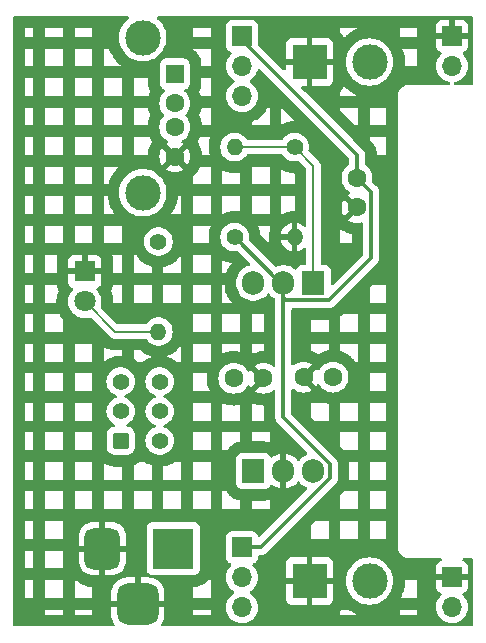
<source format=gbr>
%TF.GenerationSoftware,KiCad,Pcbnew,8.0.8*%
%TF.CreationDate,2025-01-22T21:37:18-04:00*%
%TF.ProjectId,Breadboard-3.3V-5V-power-supply,42726561-6462-46f6-9172-642d332e3356,1*%
%TF.SameCoordinates,Original*%
%TF.FileFunction,Copper,L2,Bot*%
%TF.FilePolarity,Positive*%
%FSLAX46Y46*%
G04 Gerber Fmt 4.6, Leading zero omitted, Abs format (unit mm)*
G04 Created by KiCad (PCBNEW 8.0.8) date 2025-01-22 21:37:18*
%MOMM*%
%LPD*%
G01*
G04 APERTURE LIST*
G04 Aperture macros list*
%AMRoundRect*
0 Rectangle with rounded corners*
0 $1 Rounding radius*
0 $2 $3 $4 $5 $6 $7 $8 $9 X,Y pos of 4 corners*
0 Add a 4 corners polygon primitive as box body*
4,1,4,$2,$3,$4,$5,$6,$7,$8,$9,$2,$3,0*
0 Add four circle primitives for the rounded corners*
1,1,$1+$1,$2,$3*
1,1,$1+$1,$4,$5*
1,1,$1+$1,$6,$7*
1,1,$1+$1,$8,$9*
0 Add four rect primitives between the rounded corners*
20,1,$1+$1,$2,$3,$4,$5,0*
20,1,$1+$1,$4,$5,$6,$7,0*
20,1,$1+$1,$6,$7,$8,$9,0*
20,1,$1+$1,$8,$9,$2,$3,0*%
G04 Aperture macros list end*
%TA.AperFunction,ComponentPad*%
%ADD10R,1.800000X1.800000*%
%TD*%
%TA.AperFunction,ComponentPad*%
%ADD11C,1.800000*%
%TD*%
%TA.AperFunction,ComponentPad*%
%ADD12C,1.400000*%
%TD*%
%TA.AperFunction,ComponentPad*%
%ADD13O,1.400000X1.400000*%
%TD*%
%TA.AperFunction,ComponentPad*%
%ADD14R,1.700000X1.700000*%
%TD*%
%TA.AperFunction,ComponentPad*%
%ADD15O,1.700000X1.700000*%
%TD*%
%TA.AperFunction,ComponentPad*%
%ADD16R,1.500000X1.600000*%
%TD*%
%TA.AperFunction,ComponentPad*%
%ADD17C,1.600000*%
%TD*%
%TA.AperFunction,ComponentPad*%
%ADD18C,3.000000*%
%TD*%
%TA.AperFunction,ComponentPad*%
%ADD19R,1.905000X2.000000*%
%TD*%
%TA.AperFunction,ComponentPad*%
%ADD20O,1.905000X2.000000*%
%TD*%
%TA.AperFunction,ComponentPad*%
%ADD21RoundRect,0.250000X0.450000X-0.450000X0.450000X0.450000X-0.450000X0.450000X-0.450000X-0.450000X0*%
%TD*%
%TA.AperFunction,ComponentPad*%
%ADD22R,3.000000X3.000000*%
%TD*%
%TA.AperFunction,ComponentPad*%
%ADD23R,3.500000X3.500000*%
%TD*%
%TA.AperFunction,ComponentPad*%
%ADD24RoundRect,0.750000X-0.750000X-1.000000X0.750000X-1.000000X0.750000X1.000000X-0.750000X1.000000X0*%
%TD*%
%TA.AperFunction,ComponentPad*%
%ADD25RoundRect,0.875000X-0.875000X-0.875000X0.875000X-0.875000X0.875000X0.875000X-0.875000X0.875000X0*%
%TD*%
%TA.AperFunction,Conductor*%
%ADD26C,0.350000*%
%TD*%
%TA.AperFunction,Conductor*%
%ADD27C,0.200000*%
%TD*%
G04 APERTURE END LIST*
D10*
%TO.P,D1,1,K*%
%TO.N,GND*%
X135310400Y-93570400D03*
D11*
%TO.P,D1,2,A*%
%TO.N,Net-(D1-A)*%
X135310400Y-96110400D03*
%TD*%
D12*
%TO.P,R2,1*%
%TO.N,/3.3V*%
X147985000Y-90654400D03*
D13*
%TO.P,R2,2*%
%TO.N,Net-(U1-ADJ)*%
X147985000Y-83034400D03*
%TD*%
D14*
%TO.P,J6,1,Pin_1*%
%TO.N,/3.3V*%
X148620000Y-116932600D03*
D15*
%TO.P,J6,2,Pin_2*%
%TO.N,/PWR_OUT*%
X148620000Y-119472600D03*
%TO.P,J6,3,Pin_3*%
%TO.N,/5V*%
X148620000Y-122012600D03*
%TD*%
D16*
%TO.P,J1,1,VBUS*%
%TO.N,/USB_IN*%
X142926400Y-76840200D03*
D17*
%TO.P,J1,2,D-*%
%TO.N,unconnected-(J1-D--Pad2)*%
X142926400Y-79340200D03*
%TO.P,J1,3,D+*%
%TO.N,unconnected-(J1-D+-Pad3)*%
X142926400Y-81340200D03*
%TO.P,J1,4,GND*%
%TO.N,GND*%
X142926400Y-83840200D03*
D18*
%TO.P,J1,5,Shield*%
%TO.N,unconnected-(J1-Shield-Pad5)_1*%
X140216400Y-73770200D03*
%TO.N,unconnected-(J1-Shield-Pad5)*%
X140216400Y-86910200D03*
%TD*%
D19*
%TO.P,U1,1,ADJ*%
%TO.N,Net-(U1-ADJ)*%
X154665200Y-94540600D03*
D20*
%TO.P,U1,2,VO*%
%TO.N,/3.3V*%
X152125200Y-94540600D03*
%TO.P,U1,3,VI*%
%TO.N,/12V*%
X149585200Y-94540600D03*
%TD*%
D19*
%TO.P,U2,1,VI*%
%TO.N,/12V*%
X149585200Y-110466400D03*
D20*
%TO.P,U2,2,GND*%
%TO.N,GND*%
X152125200Y-110466400D03*
%TO.P,U2,3,VO*%
%TO.N,/5V*%
X154665200Y-110466400D03*
%TD*%
D17*
%TO.P,C3,1*%
%TO.N,/3.3V*%
X158348200Y-85650600D03*
%TO.P,C3,2*%
%TO.N,GND*%
X158348200Y-88150600D03*
%TD*%
D12*
%TO.P,R1,1*%
%TO.N,/12V*%
X141545400Y-91035400D03*
D13*
%TO.P,R1,2*%
%TO.N,Net-(D1-A)*%
X141545400Y-98655400D03*
%TD*%
D21*
%TO.P,SW1,1,A*%
%TO.N,/5V*%
X138345400Y-107897200D03*
D12*
%TO.P,SW1,2,B*%
%TO.N,/USB_IN*%
X138345400Y-105397200D03*
%TO.P,SW1,3,C*%
%TO.N,unconnected-(SW1A-C-Pad3)*%
X138345400Y-102897200D03*
%TO.P,SW1,4,A*%
%TO.N,/12V*%
X141645400Y-102897200D03*
%TO.P,SW1,5,B*%
%TO.N,/PWR_IN*%
X141645400Y-105397200D03*
%TO.P,SW1,6,C*%
%TO.N,unconnected-(SW1B-C-Pad6)*%
X141645400Y-107897200D03*
%TD*%
D22*
%TO.P,J8,1,Pin_1*%
%TO.N,GND*%
X154335000Y-119782600D03*
D18*
%TO.P,J8,2,Pin_2*%
%TO.N,/PWR_OUT*%
X159415000Y-119782600D03*
%TD*%
D14*
%TO.P,J3,1,Pin_1*%
%TO.N,/3.3V*%
X148620000Y-73636400D03*
D15*
%TO.P,J3,2,Pin_2*%
%TO.N,/PWR_OUT*%
X148620000Y-76176400D03*
%TO.P,J3,3,Pin_3*%
%TO.N,/5V*%
X148620000Y-78716400D03*
%TD*%
D14*
%TO.P,J4,1,Pin_1*%
%TO.N,GND*%
X166400000Y-73636400D03*
D15*
%TO.P,J4,2,Pin_2*%
%TO.N,/PWR_OUT*%
X166400000Y-76176400D03*
%TD*%
D14*
%TO.P,J7,1,Pin_1*%
%TO.N,GND*%
X166400000Y-119432600D03*
D15*
%TO.P,J7,2,Pin_2*%
%TO.N,/PWR_OUT*%
X166400000Y-121972600D03*
%TD*%
D12*
%TO.P,R3,1*%
%TO.N,Net-(U1-ADJ)*%
X153065000Y-83034400D03*
D13*
%TO.P,R3,2*%
%TO.N,GND*%
X153065000Y-90654400D03*
%TD*%
D22*
%TO.P,J5,1,Pin_1*%
%TO.N,GND*%
X154335000Y-75836400D03*
D18*
%TO.P,J5,2,Pin_2*%
%TO.N,/PWR_OUT*%
X159415000Y-75836400D03*
%TD*%
D23*
%TO.P,J2,1*%
%TO.N,/PWR_IN*%
X142800600Y-117032600D03*
D24*
%TO.P,J2,2*%
%TO.N,GND*%
X136800600Y-117032600D03*
D25*
%TO.P,J2,3*%
X139800600Y-121732600D03*
%TD*%
D17*
%TO.P,C1,1*%
%TO.N,/12V*%
X147923400Y-102617800D03*
%TO.P,C1,2*%
%TO.N,GND*%
X150423400Y-102617800D03*
%TD*%
%TO.P,C2,1*%
%TO.N,/5V*%
X156323400Y-102516200D03*
%TO.P,C2,2*%
%TO.N,GND*%
X153823400Y-102516200D03*
%TD*%
D26*
%TO.N,/3.3V*%
X152341600Y-96012000D02*
X152125200Y-95795600D01*
X156042700Y-111084479D02*
X150194579Y-116932600D01*
X159573200Y-92435100D02*
X155996300Y-96012000D01*
X156042700Y-109848321D02*
X156042700Y-111084479D01*
X151871200Y-94540600D02*
X147985000Y-90654400D01*
X159573200Y-86875600D02*
X159573200Y-92435100D01*
X152125200Y-94540600D02*
X152125200Y-105930821D01*
X158348200Y-85650600D02*
X159573200Y-86875600D01*
X152125200Y-94540600D02*
X151871200Y-94540600D01*
X148620000Y-73636400D02*
X148620000Y-73971400D01*
X155996300Y-96012000D02*
X152341600Y-96012000D01*
X152125200Y-95795600D02*
X152125200Y-94540600D01*
X150194579Y-116932600D02*
X148620000Y-116932600D01*
X158348200Y-83699600D02*
X158348200Y-85650600D01*
X148620000Y-73971400D02*
X158348200Y-83699600D01*
X152125200Y-105930821D02*
X156042700Y-109848321D01*
D27*
%TO.N,Net-(D1-A)*%
X137855400Y-98655400D02*
X141545400Y-98655400D01*
X135310400Y-96110400D02*
X137855400Y-98655400D01*
%TO.N,Net-(U1-ADJ)*%
X154665200Y-94540600D02*
X154665200Y-84634600D01*
X154665200Y-84634600D02*
X153065000Y-83034400D01*
X147985000Y-83034400D02*
X153065000Y-83034400D01*
%TD*%
%TA.AperFunction,Conductor*%
%TO.N,GND*%
G36*
X139000856Y-71972185D02*
G01*
X139046611Y-72024989D01*
X139056555Y-72094147D01*
X139027530Y-72157703D01*
X139008128Y-72175767D01*
X138903006Y-72254460D01*
X138902994Y-72254470D01*
X138700670Y-72456794D01*
X138700654Y-72456812D01*
X138529175Y-72685882D01*
X138529170Y-72685890D01*
X138392035Y-72937033D01*
X138292028Y-73205162D01*
X138231204Y-73484766D01*
X138210790Y-73770198D01*
X138210790Y-73770201D01*
X138231204Y-74055633D01*
X138292028Y-74335237D01*
X138292030Y-74335243D01*
X138292031Y-74335246D01*
X138388459Y-74593779D01*
X138392035Y-74603366D01*
X138529170Y-74854509D01*
X138529175Y-74854517D01*
X138700654Y-75083587D01*
X138700670Y-75083605D01*
X138902994Y-75285929D01*
X138903012Y-75285945D01*
X139132082Y-75457424D01*
X139132090Y-75457429D01*
X139383233Y-75594564D01*
X139383232Y-75594564D01*
X139383236Y-75594565D01*
X139383239Y-75594567D01*
X139651354Y-75694569D01*
X139651360Y-75694570D01*
X139651362Y-75694571D01*
X139930966Y-75755395D01*
X139930968Y-75755395D01*
X139930972Y-75755396D01*
X140184088Y-75773499D01*
X140216399Y-75775810D01*
X140216400Y-75775810D01*
X140216401Y-75775810D01*
X140248712Y-75773499D01*
X140501828Y-75755396D01*
X140663319Y-75720266D01*
X140781437Y-75694571D01*
X140781437Y-75694570D01*
X140781446Y-75694569D01*
X141049561Y-75594567D01*
X141300715Y-75457426D01*
X141529795Y-75285939D01*
X141732139Y-75083595D01*
X141903626Y-74854515D01*
X141958360Y-74754277D01*
X144454900Y-74754277D01*
X144481004Y-74771054D01*
X144488274Y-74776102D01*
X144660573Y-74905086D01*
X144667464Y-74910639D01*
X144707949Y-74945719D01*
X144714428Y-74951751D01*
X144764849Y-75002172D01*
X144770881Y-75008651D01*
X144805961Y-75049136D01*
X144811514Y-75056027D01*
X144940498Y-75228326D01*
X144945546Y-75235596D01*
X144974510Y-75280663D01*
X144979028Y-75288277D01*
X145013205Y-75350867D01*
X145017167Y-75358781D01*
X145039425Y-75407518D01*
X145042813Y-75415698D01*
X145116469Y-75613182D01*
X145118948Y-75620521D01*
X145132553Y-75665372D01*
X145134568Y-75672848D01*
X145148916Y-75733563D01*
X145150461Y-75741155D01*
X145158372Y-75787360D01*
X145159441Y-75795033D01*
X145170612Y-75898955D01*
X145170923Y-75902264D01*
X145172535Y-75922301D01*
X145172757Y-75925613D01*
X145174186Y-75952295D01*
X145174319Y-75955613D01*
X145174855Y-75975664D01*
X145174899Y-75978978D01*
X145174899Y-76202500D01*
X145956900Y-76202500D01*
X145956900Y-74700500D01*
X144454900Y-74700500D01*
X144454900Y-74754277D01*
X141958360Y-74754277D01*
X142040767Y-74603361D01*
X142140769Y-74335246D01*
X142150926Y-74288555D01*
X142201595Y-74055633D01*
X142201595Y-74055632D01*
X142201596Y-74055628D01*
X142222010Y-73770200D01*
X142217168Y-73702500D01*
X144454900Y-73702500D01*
X145956900Y-73702500D01*
X145956900Y-72950500D01*
X144454900Y-72950500D01*
X144454900Y-73702500D01*
X142217168Y-73702500D01*
X142201596Y-73484772D01*
X142172840Y-73352584D01*
X142140771Y-73205162D01*
X142140770Y-73205160D01*
X142140769Y-73205154D01*
X142040767Y-72937039D01*
X141932395Y-72738572D01*
X141903629Y-72685890D01*
X141903624Y-72685882D01*
X141732145Y-72456812D01*
X141732129Y-72456794D01*
X141529805Y-72254470D01*
X141529799Y-72254465D01*
X141529795Y-72254461D01*
X141424671Y-72175766D01*
X141382801Y-72119833D01*
X141377817Y-72050142D01*
X141411302Y-71988819D01*
X141472625Y-71955334D01*
X141498983Y-71952500D01*
X168056900Y-71952500D01*
X168123939Y-71972185D01*
X168169694Y-72024989D01*
X168180900Y-72076500D01*
X168180900Y-77634700D01*
X168161215Y-77701739D01*
X168108411Y-77747494D01*
X168056900Y-77758700D01*
X166649540Y-77758700D01*
X166582501Y-77739015D01*
X166536746Y-77686211D01*
X166526802Y-77617053D01*
X166555827Y-77553497D01*
X166614605Y-77515723D01*
X166630147Y-77512791D01*
X166630079Y-77512402D01*
X166635395Y-77511464D01*
X166635408Y-77511463D01*
X166863663Y-77450303D01*
X167077830Y-77350435D01*
X167271401Y-77214895D01*
X167438495Y-77047801D01*
X167574035Y-76854230D01*
X167673903Y-76640063D01*
X167735063Y-76411808D01*
X167755659Y-76176400D01*
X167735063Y-75940992D01*
X167684047Y-75750595D01*
X167673905Y-75712744D01*
X167673904Y-75712743D01*
X167673903Y-75712737D01*
X167574035Y-75498571D01*
X167558514Y-75476405D01*
X167438496Y-75305000D01*
X167379566Y-75246070D01*
X167316179Y-75182683D01*
X167282696Y-75121363D01*
X167287680Y-75051671D01*
X167329551Y-74995737D01*
X167360529Y-74978822D01*
X167492086Y-74929754D01*
X167492093Y-74929750D01*
X167607187Y-74843590D01*
X167607190Y-74843587D01*
X167693350Y-74728493D01*
X167693354Y-74728486D01*
X167743596Y-74593779D01*
X167743598Y-74593772D01*
X167749999Y-74534244D01*
X167750000Y-74534227D01*
X167750000Y-73886400D01*
X166833012Y-73886400D01*
X166865925Y-73829393D01*
X166900000Y-73702226D01*
X166900000Y-73570574D01*
X166865925Y-73443407D01*
X166833012Y-73386400D01*
X167750000Y-73386400D01*
X167750000Y-72738572D01*
X167749999Y-72738555D01*
X167743598Y-72679027D01*
X167743596Y-72679020D01*
X167693354Y-72544313D01*
X167693350Y-72544306D01*
X167607190Y-72429212D01*
X167607187Y-72429209D01*
X167492093Y-72343049D01*
X167492086Y-72343045D01*
X167357379Y-72292803D01*
X167357372Y-72292801D01*
X167297844Y-72286400D01*
X166650000Y-72286400D01*
X166650000Y-73203388D01*
X166592993Y-73170475D01*
X166465826Y-73136400D01*
X166334174Y-73136400D01*
X166207007Y-73170475D01*
X166150000Y-73203388D01*
X166150000Y-72286400D01*
X165502155Y-72286400D01*
X165442627Y-72292801D01*
X165442620Y-72292803D01*
X165307913Y-72343045D01*
X165307906Y-72343049D01*
X165192812Y-72429209D01*
X165192809Y-72429212D01*
X165106649Y-72544306D01*
X165106645Y-72544313D01*
X165056403Y-72679020D01*
X165056401Y-72679027D01*
X165050000Y-72738555D01*
X165050000Y-73386400D01*
X165966988Y-73386400D01*
X165934075Y-73443407D01*
X165900000Y-73570574D01*
X165900000Y-73702226D01*
X165934075Y-73829393D01*
X165966988Y-73886400D01*
X165050000Y-73886400D01*
X165050000Y-74534244D01*
X165056401Y-74593772D01*
X165056403Y-74593779D01*
X165106645Y-74728486D01*
X165106649Y-74728493D01*
X165192809Y-74843587D01*
X165192812Y-74843590D01*
X165307906Y-74929750D01*
X165307913Y-74929754D01*
X165439470Y-74978821D01*
X165495403Y-75020692D01*
X165519821Y-75086156D01*
X165504970Y-75154429D01*
X165483819Y-75182684D01*
X165361503Y-75305000D01*
X165225965Y-75498569D01*
X165225964Y-75498571D01*
X165126098Y-75712735D01*
X165126094Y-75712744D01*
X165064938Y-75940986D01*
X165064936Y-75940996D01*
X165044341Y-76176399D01*
X165044341Y-76176400D01*
X165064936Y-76411803D01*
X165064938Y-76411813D01*
X165126094Y-76640055D01*
X165126096Y-76640059D01*
X165126097Y-76640063D01*
X165139855Y-76669566D01*
X165225965Y-76854230D01*
X165225967Y-76854234D01*
X165334281Y-77008921D01*
X165361505Y-77047801D01*
X165528599Y-77214895D01*
X165625384Y-77282665D01*
X165722165Y-77350432D01*
X165722167Y-77350433D01*
X165722170Y-77350435D01*
X165936337Y-77450303D01*
X166164592Y-77511463D01*
X166164602Y-77511463D01*
X166169921Y-77512402D01*
X166169565Y-77514418D01*
X166226335Y-77536624D01*
X166267314Y-77593214D01*
X166271193Y-77662976D01*
X166236740Y-77723761D01*
X166174893Y-77756269D01*
X166150460Y-77758700D01*
X162684009Y-77758700D01*
X162518987Y-77787797D01*
X162361509Y-77845115D01*
X162361508Y-77845116D01*
X162216389Y-77928901D01*
X162216386Y-77928903D01*
X162088016Y-78036616D01*
X161980303Y-78164986D01*
X161980301Y-78164989D01*
X161896516Y-78310108D01*
X161896515Y-78310109D01*
X161839197Y-78467587D01*
X161810100Y-78632609D01*
X161810100Y-116976390D01*
X161839197Y-117141412D01*
X161839198Y-117141417D01*
X161839199Y-117141418D01*
X161877409Y-117246397D01*
X161896515Y-117298890D01*
X161896516Y-117298891D01*
X161980301Y-117444010D01*
X161980303Y-117444013D01*
X162088016Y-117572383D01*
X162130582Y-117608099D01*
X162216388Y-117680098D01*
X162361508Y-117763883D01*
X162361509Y-117763884D01*
X162361510Y-117763884D01*
X162361513Y-117763886D01*
X162518982Y-117821201D01*
X162518986Y-117821201D01*
X162518987Y-117821202D01*
X162552129Y-117827045D01*
X162684012Y-117850300D01*
X162701908Y-117850300D01*
X165395322Y-117850300D01*
X165462361Y-117869985D01*
X165508116Y-117922789D01*
X165518060Y-117991947D01*
X165489035Y-118055503D01*
X165438655Y-118090482D01*
X165307913Y-118139245D01*
X165307906Y-118139249D01*
X165192812Y-118225409D01*
X165192809Y-118225412D01*
X165106649Y-118340506D01*
X165106645Y-118340513D01*
X165056403Y-118475220D01*
X165056401Y-118475227D01*
X165050000Y-118534755D01*
X165050000Y-119182600D01*
X165966988Y-119182600D01*
X165934075Y-119239607D01*
X165900000Y-119366774D01*
X165900000Y-119498426D01*
X165934075Y-119625593D01*
X165966988Y-119682600D01*
X165050000Y-119682600D01*
X165050000Y-120330444D01*
X165056401Y-120389972D01*
X165056403Y-120389979D01*
X165106645Y-120524686D01*
X165106649Y-120524693D01*
X165192809Y-120639787D01*
X165192812Y-120639790D01*
X165307906Y-120725950D01*
X165307913Y-120725954D01*
X165439470Y-120775021D01*
X165495403Y-120816892D01*
X165519821Y-120882356D01*
X165504970Y-120950629D01*
X165483819Y-120978884D01*
X165361503Y-121101200D01*
X165225965Y-121294769D01*
X165225964Y-121294771D01*
X165126098Y-121508935D01*
X165126094Y-121508944D01*
X165064938Y-121737186D01*
X165064936Y-121737196D01*
X165044341Y-121972599D01*
X165044341Y-121972600D01*
X165064936Y-122208003D01*
X165064938Y-122208013D01*
X165126094Y-122436255D01*
X165126096Y-122436259D01*
X165126097Y-122436263D01*
X165214352Y-122625525D01*
X165225965Y-122650430D01*
X165225967Y-122650434D01*
X165298339Y-122753791D01*
X165361505Y-122844001D01*
X165528599Y-123011095D01*
X165585722Y-123051093D01*
X165722165Y-123146632D01*
X165722167Y-123146633D01*
X165722170Y-123146635D01*
X165936337Y-123246503D01*
X166164592Y-123307663D01*
X166352918Y-123324139D01*
X166399999Y-123328259D01*
X166400000Y-123328259D01*
X166400001Y-123328259D01*
X166439234Y-123324826D01*
X166635408Y-123307663D01*
X166863663Y-123246503D01*
X167077830Y-123146635D01*
X167271401Y-123011095D01*
X167438495Y-122844001D01*
X167574035Y-122650430D01*
X167673903Y-122436263D01*
X167735063Y-122208008D01*
X167755659Y-121972600D01*
X167735063Y-121737192D01*
X167673903Y-121508937D01*
X167574035Y-121294771D01*
X167509426Y-121202500D01*
X167438496Y-121101200D01*
X167383817Y-121046521D01*
X167316179Y-120978883D01*
X167282696Y-120917563D01*
X167287680Y-120847871D01*
X167329551Y-120791937D01*
X167360529Y-120775022D01*
X167492086Y-120725954D01*
X167492093Y-120725950D01*
X167607187Y-120639790D01*
X167607190Y-120639787D01*
X167693350Y-120524693D01*
X167693354Y-120524686D01*
X167743596Y-120389979D01*
X167743598Y-120389972D01*
X167749999Y-120330444D01*
X167750000Y-120330427D01*
X167750000Y-119682600D01*
X166833012Y-119682600D01*
X166865925Y-119625593D01*
X166900000Y-119498426D01*
X166900000Y-119366774D01*
X166865925Y-119239607D01*
X166833012Y-119182600D01*
X167750000Y-119182600D01*
X167750000Y-118534772D01*
X167749999Y-118534755D01*
X167743598Y-118475227D01*
X167743596Y-118475220D01*
X167693354Y-118340513D01*
X167693350Y-118340506D01*
X167607190Y-118225412D01*
X167607187Y-118225409D01*
X167492093Y-118139249D01*
X167492086Y-118139245D01*
X167361345Y-118090482D01*
X167305411Y-118048611D01*
X167280994Y-117983146D01*
X167295846Y-117914873D01*
X167345251Y-117865468D01*
X167404678Y-117850300D01*
X168056900Y-117850300D01*
X168123939Y-117869985D01*
X168169694Y-117922789D01*
X168180900Y-117974300D01*
X168180900Y-123505307D01*
X168161215Y-123572346D01*
X168108411Y-123618101D01*
X168056906Y-123629307D01*
X141878399Y-123630512D01*
X141811358Y-123610831D01*
X141765601Y-123558029D01*
X141755654Y-123488871D01*
X141783594Y-123426580D01*
X141802258Y-123404443D01*
X141802260Y-123404441D01*
X141920720Y-123202575D01*
X142003362Y-122983587D01*
X142047805Y-122753791D01*
X142047805Y-122753790D01*
X142050598Y-122701217D01*
X142050600Y-122701178D01*
X142050600Y-122632392D01*
X144454900Y-122632392D01*
X145956900Y-122632323D01*
X145956900Y-122200500D01*
X144454900Y-122200500D01*
X144454900Y-122632392D01*
X142050600Y-122632392D01*
X142050600Y-121982600D01*
X141233612Y-121982600D01*
X141266525Y-121925593D01*
X141300600Y-121798426D01*
X141300600Y-121666774D01*
X141266525Y-121539607D01*
X141233612Y-121482600D01*
X142050599Y-121482600D01*
X142050599Y-120764023D01*
X142050598Y-120764011D01*
X142047805Y-120711408D01*
X142003362Y-120481612D01*
X141927692Y-120281099D01*
X144454900Y-120281099D01*
X144454900Y-121202500D01*
X145956900Y-121202500D01*
X145956900Y-119700500D01*
X145735326Y-119700500D01*
X145685714Y-119766773D01*
X145680161Y-119773664D01*
X145645081Y-119814149D01*
X145639049Y-119820628D01*
X145588628Y-119871049D01*
X145582149Y-119877081D01*
X145541664Y-119912161D01*
X145534773Y-119917714D01*
X145362474Y-120046698D01*
X145355204Y-120051746D01*
X145310137Y-120080710D01*
X145302523Y-120085228D01*
X145239933Y-120119405D01*
X145232019Y-120123367D01*
X145183282Y-120145625D01*
X145175102Y-120149013D01*
X144977618Y-120222669D01*
X144970279Y-120225148D01*
X144925428Y-120238753D01*
X144917952Y-120240768D01*
X144857237Y-120255116D01*
X144849645Y-120256661D01*
X144803440Y-120264572D01*
X144795767Y-120265641D01*
X144691844Y-120276812D01*
X144688539Y-120277122D01*
X144668499Y-120278735D01*
X144665178Y-120278958D01*
X144638495Y-120280386D01*
X144635182Y-120280519D01*
X144615134Y-120281055D01*
X144611820Y-120281099D01*
X144454900Y-120281099D01*
X141927692Y-120281099D01*
X141920720Y-120262624D01*
X141802260Y-120060758D01*
X141802255Y-120060751D01*
X141651388Y-119881813D01*
X141651386Y-119881811D01*
X141472448Y-119730944D01*
X141472441Y-119730939D01*
X141270575Y-119612479D01*
X141051584Y-119529836D01*
X141046440Y-119528841D01*
X140984360Y-119496780D01*
X140949469Y-119436246D01*
X140952844Y-119366458D01*
X140993414Y-119309573D01*
X141058297Y-119283652D01*
X141069974Y-119283099D01*
X144598472Y-119283099D01*
X144658083Y-119276691D01*
X144792931Y-119226396D01*
X144908146Y-119140146D01*
X144994396Y-119024931D01*
X145044691Y-118890083D01*
X145051100Y-118830473D01*
X145051099Y-115234728D01*
X145044691Y-115175117D01*
X145005171Y-115069159D01*
X144994397Y-115040271D01*
X144994393Y-115040264D01*
X144908147Y-114925055D01*
X144908144Y-114925052D01*
X144792935Y-114838806D01*
X144792928Y-114838802D01*
X144658082Y-114788508D01*
X144658083Y-114788508D01*
X144598483Y-114782101D01*
X144598481Y-114782100D01*
X144598473Y-114782100D01*
X144598464Y-114782100D01*
X141002729Y-114782100D01*
X141002723Y-114782101D01*
X140943116Y-114788508D01*
X140808271Y-114838802D01*
X140808264Y-114838806D01*
X140693055Y-114925052D01*
X140693052Y-114925055D01*
X140606806Y-115040264D01*
X140606802Y-115040271D01*
X140556508Y-115175117D01*
X140550101Y-115234716D01*
X140550101Y-115234723D01*
X140550100Y-115234735D01*
X140550100Y-118830470D01*
X140550101Y-118830476D01*
X140556508Y-118890083D01*
X140606802Y-119024928D01*
X140606806Y-119024935D01*
X140693052Y-119140144D01*
X140693055Y-119140147D01*
X140808264Y-119226393D01*
X140808273Y-119226398D01*
X140857106Y-119244611D01*
X140913040Y-119286481D01*
X140937458Y-119351945D01*
X140922607Y-119420218D01*
X140873203Y-119469624D01*
X140807198Y-119484618D01*
X140769225Y-119482601D01*
X140769179Y-119482600D01*
X140050600Y-119482600D01*
X140050600Y-121232600D01*
X139550600Y-121232600D01*
X139550600Y-119482600D01*
X138832023Y-119482600D01*
X138832011Y-119482601D01*
X138779408Y-119485394D01*
X138549612Y-119529837D01*
X138330624Y-119612479D01*
X138128758Y-119730939D01*
X138128751Y-119730944D01*
X137949813Y-119881811D01*
X137949811Y-119881813D01*
X137798944Y-120060751D01*
X137798939Y-120060758D01*
X137680479Y-120262624D01*
X137597837Y-120481612D01*
X137553394Y-120711408D01*
X137553394Y-120711409D01*
X137550601Y-120763982D01*
X137550600Y-120764021D01*
X137550600Y-121482600D01*
X138367588Y-121482600D01*
X138334675Y-121539607D01*
X138300600Y-121666774D01*
X138300600Y-121798426D01*
X138334675Y-121925593D01*
X138367588Y-121982600D01*
X137550601Y-121982600D01*
X137550601Y-122701188D01*
X137553394Y-122753791D01*
X137597837Y-122983587D01*
X137680479Y-123202575D01*
X137798939Y-123404441D01*
X137817770Y-123426776D01*
X137845932Y-123490719D01*
X137835054Y-123559736D01*
X137788589Y-123611917D01*
X137722973Y-123630704D01*
X129330906Y-123631091D01*
X129263865Y-123611410D01*
X129218108Y-123558608D01*
X129206900Y-123507091D01*
X129206900Y-122632969D01*
X131954900Y-122632969D01*
X133456900Y-122632899D01*
X133456900Y-122632854D01*
X134454900Y-122632854D01*
X135956900Y-122632784D01*
X135956900Y-122200500D01*
X134454900Y-122200500D01*
X134454900Y-122632854D01*
X133456900Y-122632854D01*
X133456900Y-122200500D01*
X131954900Y-122200500D01*
X131954900Y-122632969D01*
X129206900Y-122632969D01*
X129206900Y-121202500D01*
X130204900Y-121202500D01*
X130956900Y-121202500D01*
X131954900Y-121202500D01*
X133456900Y-121202500D01*
X134454900Y-121202500D01*
X135956900Y-121202500D01*
X135956900Y-120280210D01*
X135930097Y-120279159D01*
X135925229Y-120278872D01*
X135755028Y-120265476D01*
X135749837Y-120264957D01*
X135718512Y-120261160D01*
X135713351Y-120260424D01*
X135671905Y-120253622D01*
X135666774Y-120252669D01*
X135635869Y-120246251D01*
X135630784Y-120245083D01*
X135370506Y-120179499D01*
X135365141Y-120178018D01*
X135332886Y-120168332D01*
X135327592Y-120166612D01*
X135285302Y-120151813D01*
X135280094Y-120149858D01*
X135248858Y-120137328D01*
X135243742Y-120135141D01*
X134998094Y-120023562D01*
X134993078Y-120021147D01*
X134963083Y-120005863D01*
X134958187Y-120003228D01*
X134919221Y-119981119D01*
X134914442Y-119978264D01*
X134885937Y-119960353D01*
X134881293Y-119957287D01*
X134659501Y-119803630D01*
X134654997Y-119800358D01*
X134628195Y-119779950D01*
X134623841Y-119776477D01*
X134589450Y-119747762D01*
X134585261Y-119744103D01*
X134560427Y-119721402D01*
X134556409Y-119717559D01*
X134539350Y-119700500D01*
X134454900Y-119700500D01*
X134454900Y-121202500D01*
X133456900Y-121202500D01*
X133456900Y-119700500D01*
X131954900Y-119700500D01*
X131954900Y-121202500D01*
X130956900Y-121202500D01*
X130956900Y-119700500D01*
X130204900Y-119700500D01*
X130204900Y-121202500D01*
X129206900Y-121202500D01*
X129206900Y-118702500D01*
X130204900Y-118702500D01*
X130956900Y-118702500D01*
X131954900Y-118702500D01*
X133456900Y-118702500D01*
X133456900Y-117200500D01*
X131954900Y-117200500D01*
X131954900Y-118702500D01*
X130956900Y-118702500D01*
X130956900Y-117200500D01*
X130204900Y-117200500D01*
X130204900Y-118702500D01*
X129206900Y-118702500D01*
X129206900Y-116202500D01*
X130204900Y-116202500D01*
X130956900Y-116202500D01*
X131954900Y-116202500D01*
X133456900Y-116202500D01*
X133456900Y-115968403D01*
X134800600Y-115968403D01*
X134800600Y-116782600D01*
X136300600Y-116782600D01*
X136300600Y-117282600D01*
X134800601Y-117282600D01*
X134800601Y-118096797D01*
X134811000Y-118228932D01*
X134865977Y-118447119D01*
X134959028Y-118651974D01*
X134959031Y-118651980D01*
X135087159Y-118836923D01*
X135087169Y-118836935D01*
X135246264Y-118996030D01*
X135246276Y-118996040D01*
X135431219Y-119124168D01*
X135431225Y-119124171D01*
X135636080Y-119217222D01*
X135854267Y-119272199D01*
X135986410Y-119282599D01*
X136550599Y-119282599D01*
X136550600Y-119282598D01*
X136550600Y-118465612D01*
X136607607Y-118498525D01*
X136734774Y-118532600D01*
X136866426Y-118532600D01*
X136993593Y-118498525D01*
X137050600Y-118465612D01*
X137050600Y-119282599D01*
X137614782Y-119282599D01*
X137614797Y-119282598D01*
X137746932Y-119272199D01*
X137965119Y-119217222D01*
X138169974Y-119124171D01*
X138169980Y-119124168D01*
X138354923Y-118996040D01*
X138354935Y-118996030D01*
X138514030Y-118836935D01*
X138514040Y-118836923D01*
X138642168Y-118651980D01*
X138642171Y-118651974D01*
X138735222Y-118447119D01*
X138790199Y-118228932D01*
X138800599Y-118096796D01*
X138800600Y-118096784D01*
X138800600Y-117282600D01*
X137300600Y-117282600D01*
X137300600Y-116782600D01*
X138800599Y-116782600D01*
X138800599Y-115968417D01*
X138800598Y-115968402D01*
X138790199Y-115836267D01*
X138735222Y-115618080D01*
X138642171Y-115413225D01*
X138642168Y-115413219D01*
X138514040Y-115228276D01*
X138514030Y-115228264D01*
X138354935Y-115069169D01*
X138354923Y-115069159D01*
X138169980Y-114941031D01*
X138169974Y-114941028D01*
X137965119Y-114847977D01*
X137746932Y-114793000D01*
X137614796Y-114782600D01*
X137050600Y-114782600D01*
X137050600Y-115599588D01*
X136993593Y-115566675D01*
X136866426Y-115532600D01*
X136734774Y-115532600D01*
X136607607Y-115566675D01*
X136550600Y-115599588D01*
X136550600Y-114782600D01*
X135986417Y-114782600D01*
X135986402Y-114782601D01*
X135854267Y-114793000D01*
X135636080Y-114847977D01*
X135431225Y-114941028D01*
X135431219Y-114941031D01*
X135246276Y-115069159D01*
X135246264Y-115069169D01*
X135087169Y-115228264D01*
X135087159Y-115228276D01*
X134959031Y-115413219D01*
X134959028Y-115413225D01*
X134865977Y-115618080D01*
X134811000Y-115836267D01*
X134800600Y-115968403D01*
X133456900Y-115968403D01*
X133456900Y-114700500D01*
X131954900Y-114700500D01*
X131954900Y-116202500D01*
X130956900Y-116202500D01*
X130956900Y-114700500D01*
X130204900Y-114700500D01*
X130204900Y-116202500D01*
X129206900Y-116202500D01*
X129206900Y-113702500D01*
X130204900Y-113702500D01*
X130956900Y-113702500D01*
X131954900Y-113702500D01*
X133456900Y-113702500D01*
X134454900Y-113702500D01*
X135956900Y-113702500D01*
X136954900Y-113702500D01*
X138456900Y-113702500D01*
X139454900Y-113702500D01*
X140956900Y-113702500D01*
X141954900Y-113702500D01*
X143456900Y-113702500D01*
X144454900Y-113702500D01*
X145956900Y-113702500D01*
X146954900Y-113702500D01*
X148456900Y-113702500D01*
X148456900Y-112964899D01*
X149454900Y-112964899D01*
X149454900Y-113702500D01*
X150956900Y-113702500D01*
X150956900Y-112909093D01*
X150912528Y-112922553D01*
X150905052Y-112924568D01*
X150844337Y-112938916D01*
X150836745Y-112940461D01*
X150790540Y-112948372D01*
X150782867Y-112949441D01*
X150678944Y-112960612D01*
X150675639Y-112960922D01*
X150655599Y-112962535D01*
X150652278Y-112962758D01*
X150625595Y-112964186D01*
X150622282Y-112964319D01*
X150602234Y-112964855D01*
X150598920Y-112964899D01*
X149454900Y-112964899D01*
X148456900Y-112964899D01*
X148456900Y-112956897D01*
X148387525Y-112949438D01*
X148379857Y-112948371D01*
X148333671Y-112940464D01*
X148326081Y-112938919D01*
X148265370Y-112924574D01*
X148257891Y-112922558D01*
X148213028Y-112908950D01*
X148205688Y-112906471D01*
X148008198Y-112832813D01*
X148000018Y-112829425D01*
X147951281Y-112807167D01*
X147943367Y-112803205D01*
X147880777Y-112769028D01*
X147873163Y-112764510D01*
X147828096Y-112735546D01*
X147820826Y-112730498D01*
X147648527Y-112601514D01*
X147641636Y-112595961D01*
X147601151Y-112560881D01*
X147594672Y-112554849D01*
X147544251Y-112504428D01*
X147538219Y-112497949D01*
X147503139Y-112457464D01*
X147497586Y-112450573D01*
X147368602Y-112278274D01*
X147363554Y-112271004D01*
X147334590Y-112225937D01*
X147330072Y-112218323D01*
X147320340Y-112200500D01*
X146954900Y-112200500D01*
X146954900Y-113702500D01*
X145956900Y-113702500D01*
X145956900Y-112200500D01*
X144454900Y-112200500D01*
X144454900Y-113702500D01*
X143456900Y-113702500D01*
X143456900Y-112200500D01*
X141954900Y-112200500D01*
X141954900Y-113702500D01*
X140956900Y-113702500D01*
X140956900Y-112200500D01*
X139454900Y-112200500D01*
X139454900Y-113702500D01*
X138456900Y-113702500D01*
X138456900Y-112200500D01*
X136954900Y-112200500D01*
X136954900Y-113702500D01*
X135956900Y-113702500D01*
X135956900Y-112200500D01*
X134454900Y-112200500D01*
X134454900Y-113702500D01*
X133456900Y-113702500D01*
X133456900Y-112200500D01*
X131954900Y-112200500D01*
X131954900Y-113702500D01*
X130956900Y-113702500D01*
X130956900Y-112200500D01*
X130204900Y-112200500D01*
X130204900Y-113702500D01*
X129206900Y-113702500D01*
X129206900Y-111202500D01*
X130204900Y-111202500D01*
X130956900Y-111202500D01*
X131954900Y-111202500D01*
X133456900Y-111202500D01*
X134454900Y-111202500D01*
X135956900Y-111202500D01*
X136954900Y-111202500D01*
X138456900Y-111202500D01*
X138456900Y-110095699D01*
X137832696Y-110095700D01*
X137829543Y-110095660D01*
X137810473Y-110095175D01*
X137807320Y-110095055D01*
X137781949Y-110093763D01*
X137778798Y-110093562D01*
X137759749Y-110092105D01*
X137756604Y-110091824D01*
X137614081Y-110077264D01*
X137607372Y-110076393D01*
X137566943Y-110070019D01*
X137560292Y-110068784D01*
X137507041Y-110057382D01*
X137500474Y-110055787D01*
X137461000Y-110045056D01*
X137454525Y-110043105D01*
X137235898Y-109970659D01*
X139454900Y-109970659D01*
X139454900Y-111202500D01*
X140956900Y-111202500D01*
X140956900Y-110075926D01*
X141954900Y-110075926D01*
X141954900Y-111202500D01*
X143456900Y-111202500D01*
X144454900Y-111202500D01*
X145956900Y-111202500D01*
X145956900Y-109700500D01*
X144454900Y-109700500D01*
X144454900Y-111202500D01*
X143456900Y-111202500D01*
X143456900Y-109700500D01*
X142909197Y-109700500D01*
X142688579Y-109837100D01*
X142683643Y-109840001D01*
X142653384Y-109856856D01*
X142648320Y-109859526D01*
X142607035Y-109880086D01*
X142601847Y-109882521D01*
X142570126Y-109896528D01*
X142564831Y-109898722D01*
X142314357Y-109995755D01*
X142308972Y-109997699D01*
X142276122Y-110008710D01*
X142270648Y-110010405D01*
X142226288Y-110023027D01*
X142220746Y-110024467D01*
X142187004Y-110032404D01*
X142181396Y-110033587D01*
X141954900Y-110075926D01*
X140956900Y-110075926D01*
X140956900Y-109988184D01*
X140725969Y-109898722D01*
X140720674Y-109896528D01*
X140688953Y-109882521D01*
X140683765Y-109880086D01*
X140642480Y-109859526D01*
X140637416Y-109856856D01*
X140607157Y-109840001D01*
X140602221Y-109837100D01*
X140381603Y-109700500D01*
X139910892Y-109700500D01*
X139905844Y-109704736D01*
X139860277Y-109740766D01*
X139854493Y-109745072D01*
X139818733Y-109770113D01*
X139812703Y-109774079D01*
X139613932Y-109896681D01*
X139607685Y-109900288D01*
X139569260Y-109921006D01*
X139562813Y-109924244D01*
X139510168Y-109948791D01*
X139503546Y-109951647D01*
X139462996Y-109967756D01*
X139456220Y-109970222D01*
X139454900Y-109970659D01*
X137235898Y-109970659D01*
X137234582Y-109970223D01*
X137227804Y-109967756D01*
X137187253Y-109951646D01*
X137180634Y-109948791D01*
X137127988Y-109924244D01*
X137121540Y-109921006D01*
X137083115Y-109900288D01*
X137076868Y-109896681D01*
X136954900Y-109821451D01*
X136954900Y-111202500D01*
X135956900Y-111202500D01*
X135956900Y-109700500D01*
X134454900Y-109700500D01*
X134454900Y-111202500D01*
X133456900Y-111202500D01*
X133456900Y-109700500D01*
X131954900Y-109700500D01*
X131954900Y-111202500D01*
X130956900Y-111202500D01*
X130956900Y-109700500D01*
X130204900Y-109700500D01*
X130204900Y-111202500D01*
X129206900Y-111202500D01*
X129206900Y-108702500D01*
X130204900Y-108702500D01*
X130956900Y-108702500D01*
X131954900Y-108702500D01*
X133456900Y-108702500D01*
X134454900Y-108702500D01*
X135956900Y-108702500D01*
X135956900Y-107200500D01*
X134454900Y-107200500D01*
X134454900Y-108702500D01*
X133456900Y-108702500D01*
X133456900Y-107200500D01*
X131954900Y-107200500D01*
X131954900Y-108702500D01*
X130956900Y-108702500D01*
X130956900Y-107200500D01*
X130204900Y-107200500D01*
X130204900Y-108702500D01*
X129206900Y-108702500D01*
X129206900Y-106202500D01*
X130204900Y-106202500D01*
X130956900Y-106202500D01*
X131954900Y-106202500D01*
X133456900Y-106202500D01*
X134454900Y-106202500D01*
X135956900Y-106202500D01*
X135956900Y-104700500D01*
X134454900Y-104700500D01*
X134454900Y-106202500D01*
X133456900Y-106202500D01*
X133456900Y-104700500D01*
X131954900Y-104700500D01*
X131954900Y-106202500D01*
X130956900Y-106202500D01*
X130956900Y-104700500D01*
X130204900Y-104700500D01*
X130204900Y-106202500D01*
X129206900Y-106202500D01*
X129206900Y-103702500D01*
X130204900Y-103702500D01*
X130956900Y-103702500D01*
X131954900Y-103702500D01*
X133456900Y-103702500D01*
X134454900Y-103702500D01*
X135956900Y-103702500D01*
X135956900Y-102897199D01*
X137139757Y-102897199D01*
X137139757Y-102897200D01*
X137160284Y-103118735D01*
X137160285Y-103118737D01*
X137221169Y-103332723D01*
X137221175Y-103332738D01*
X137320338Y-103531883D01*
X137320343Y-103531891D01*
X137454420Y-103709438D01*
X137618837Y-103859323D01*
X137618839Y-103859325D01*
X137807995Y-103976445D01*
X137807996Y-103976445D01*
X137807999Y-103976447D01*
X137950298Y-104031574D01*
X138005698Y-104074146D01*
X138029289Y-104139913D01*
X138013578Y-104207993D01*
X137963554Y-104256772D01*
X137950306Y-104262822D01*
X137844093Y-104303969D01*
X137808001Y-104317952D01*
X137807995Y-104317954D01*
X137618839Y-104435074D01*
X137618837Y-104435076D01*
X137454420Y-104584961D01*
X137320343Y-104762508D01*
X137320338Y-104762516D01*
X137221175Y-104961661D01*
X137221169Y-104961676D01*
X137160285Y-105175662D01*
X137160284Y-105175664D01*
X137139757Y-105397199D01*
X137139757Y-105397200D01*
X137160284Y-105618735D01*
X137160285Y-105618737D01*
X137221169Y-105832723D01*
X137221175Y-105832738D01*
X137320338Y-106031883D01*
X137320343Y-106031891D01*
X137454420Y-106209438D01*
X137618837Y-106359323D01*
X137618839Y-106359325D01*
X137622234Y-106361427D01*
X137807999Y-106476447D01*
X137808001Y-106476447D01*
X137808927Y-106477021D01*
X137855563Y-106529048D01*
X137866667Y-106598030D01*
X137838714Y-106662064D01*
X137780579Y-106700821D01*
X137756256Y-106705806D01*
X137742601Y-106707201D01*
X137742600Y-106707201D01*
X137576068Y-106762385D01*
X137576063Y-106762387D01*
X137426742Y-106854489D01*
X137302689Y-106978542D01*
X137210587Y-107127863D01*
X137210586Y-107127866D01*
X137155401Y-107294403D01*
X137155401Y-107294404D01*
X137155400Y-107294404D01*
X137144900Y-107397183D01*
X137144900Y-108397201D01*
X137144901Y-108397219D01*
X137155400Y-108499996D01*
X137155401Y-108499999D01*
X137194480Y-108617930D01*
X137210586Y-108666534D01*
X137302688Y-108815856D01*
X137426744Y-108939912D01*
X137576066Y-109032014D01*
X137742603Y-109087199D01*
X137845391Y-109097700D01*
X138845408Y-109097699D01*
X138845416Y-109097698D01*
X138845419Y-109097698D01*
X138901702Y-109091948D01*
X138948197Y-109087199D01*
X139114734Y-109032014D01*
X139264056Y-108939912D01*
X139388112Y-108815856D01*
X139480214Y-108666534D01*
X139535399Y-108499997D01*
X139545900Y-108397209D01*
X139545899Y-107397192D01*
X139535399Y-107294403D01*
X139480214Y-107127866D01*
X139388112Y-106978544D01*
X139264056Y-106854488D01*
X139114734Y-106762386D01*
X138948197Y-106707201D01*
X138943354Y-106706706D01*
X138934544Y-106705806D01*
X138869853Y-106679408D01*
X138829703Y-106622226D01*
X138826842Y-106552415D01*
X138862178Y-106492139D01*
X138881873Y-106477021D01*
X138882798Y-106476447D01*
X138882801Y-106476447D01*
X139071962Y-106359324D01*
X139236381Y-106209436D01*
X139370458Y-106031889D01*
X139387654Y-105997356D01*
X139469624Y-105832738D01*
X139469623Y-105832738D01*
X139469629Y-105832728D01*
X139530515Y-105618736D01*
X139551043Y-105397200D01*
X139530515Y-105175664D01*
X139469629Y-104961672D01*
X139469624Y-104961661D01*
X139370461Y-104762516D01*
X139370456Y-104762508D01*
X139236379Y-104584961D01*
X139071962Y-104435076D01*
X139071960Y-104435074D01*
X138882804Y-104317954D01*
X138882795Y-104317950D01*
X138810960Y-104290121D01*
X138740501Y-104262825D01*
X138685101Y-104220254D01*
X138661510Y-104154488D01*
X138677221Y-104086407D01*
X138727244Y-104037628D01*
X138740493Y-104031577D01*
X138882801Y-103976447D01*
X139071962Y-103859324D01*
X139236381Y-103709436D01*
X139370458Y-103531889D01*
X139469629Y-103332728D01*
X139530515Y-103118736D01*
X139551043Y-102897200D01*
X139551043Y-102897199D01*
X140439757Y-102897199D01*
X140439757Y-102897200D01*
X140460284Y-103118735D01*
X140460285Y-103118737D01*
X140521169Y-103332723D01*
X140521175Y-103332738D01*
X140620338Y-103531883D01*
X140620343Y-103531891D01*
X140754420Y-103709438D01*
X140918837Y-103859323D01*
X140918839Y-103859325D01*
X141107995Y-103976445D01*
X141107996Y-103976445D01*
X141107999Y-103976447D01*
X141250298Y-104031574D01*
X141305698Y-104074146D01*
X141329289Y-104139913D01*
X141313578Y-104207993D01*
X141263554Y-104256772D01*
X141250306Y-104262822D01*
X141144093Y-104303969D01*
X141108001Y-104317952D01*
X141107995Y-104317954D01*
X140918839Y-104435074D01*
X140918837Y-104435076D01*
X140754420Y-104584961D01*
X140620343Y-104762508D01*
X140620338Y-104762516D01*
X140521175Y-104961661D01*
X140521169Y-104961676D01*
X140460285Y-105175662D01*
X140460284Y-105175664D01*
X140439757Y-105397199D01*
X140439757Y-105397200D01*
X140460284Y-105618735D01*
X140460285Y-105618737D01*
X140521169Y-105832723D01*
X140521175Y-105832738D01*
X140620338Y-106031883D01*
X140620343Y-106031891D01*
X140754420Y-106209438D01*
X140918837Y-106359323D01*
X140918839Y-106359325D01*
X141107995Y-106476445D01*
X141107996Y-106476445D01*
X141107999Y-106476447D01*
X141250298Y-106531574D01*
X141305698Y-106574146D01*
X141329289Y-106639913D01*
X141313578Y-106707993D01*
X141263554Y-106756772D01*
X141250306Y-106762822D01*
X141144093Y-106803969D01*
X141108001Y-106817952D01*
X141107995Y-106817954D01*
X140918839Y-106935074D01*
X140918837Y-106935076D01*
X140754420Y-107084961D01*
X140620343Y-107262508D01*
X140620338Y-107262516D01*
X140521175Y-107461661D01*
X140521169Y-107461676D01*
X140460285Y-107675662D01*
X140460284Y-107675664D01*
X140439757Y-107897199D01*
X140439757Y-107897200D01*
X140460284Y-108118735D01*
X140460285Y-108118737D01*
X140521169Y-108332723D01*
X140521175Y-108332738D01*
X140620338Y-108531883D01*
X140620343Y-108531891D01*
X140754420Y-108709438D01*
X140918837Y-108859323D01*
X140918839Y-108859325D01*
X141107995Y-108976445D01*
X141107996Y-108976445D01*
X141107999Y-108976447D01*
X141315460Y-109056818D01*
X141534157Y-109097700D01*
X141534159Y-109097700D01*
X141756641Y-109097700D01*
X141756643Y-109097700D01*
X141975340Y-109056818D01*
X142182801Y-108976447D01*
X142371962Y-108859324D01*
X142536381Y-108709436D01*
X142541619Y-108702500D01*
X144454900Y-108702500D01*
X145956900Y-108702500D01*
X146954900Y-108702500D01*
X147337394Y-108702500D01*
X147363554Y-108661796D01*
X147368602Y-108654526D01*
X147497586Y-108482227D01*
X147503139Y-108475336D01*
X147538219Y-108434851D01*
X147544251Y-108428372D01*
X147594672Y-108377951D01*
X147601151Y-108371919D01*
X147641636Y-108336839D01*
X147648527Y-108331286D01*
X147820826Y-108202302D01*
X147828096Y-108197254D01*
X147873163Y-108168290D01*
X147880777Y-108163772D01*
X147943367Y-108129595D01*
X147951281Y-108125633D01*
X148000018Y-108103375D01*
X148008198Y-108099987D01*
X148205682Y-108026331D01*
X148213021Y-108023852D01*
X148257872Y-108010247D01*
X148265348Y-108008232D01*
X148326063Y-107993884D01*
X148333655Y-107992339D01*
X148379860Y-107984428D01*
X148387533Y-107983359D01*
X148456900Y-107975902D01*
X148456900Y-107967900D01*
X149454900Y-107967900D01*
X150598948Y-107967900D01*
X150602272Y-107967945D01*
X150622374Y-107968484D01*
X150625694Y-107968617D01*
X150652380Y-107970049D01*
X150655689Y-107970271D01*
X150675682Y-107971881D01*
X150678985Y-107972192D01*
X150782875Y-107983362D01*
X150790543Y-107984429D01*
X150836729Y-107992336D01*
X150844319Y-107993881D01*
X150905030Y-108008226D01*
X150912509Y-108010242D01*
X150956900Y-108023706D01*
X150956900Y-107200500D01*
X149454900Y-107200500D01*
X149454900Y-107967900D01*
X148456900Y-107967900D01*
X148456900Y-107200500D01*
X146954900Y-107200500D01*
X146954900Y-108702500D01*
X145956900Y-108702500D01*
X145956900Y-107200500D01*
X144454900Y-107200500D01*
X144454900Y-108702500D01*
X142541619Y-108702500D01*
X142670458Y-108531889D01*
X142769629Y-108332728D01*
X142830515Y-108118736D01*
X142851043Y-107897200D01*
X142830515Y-107675664D01*
X142769629Y-107461672D01*
X142737522Y-107397192D01*
X142670461Y-107262516D01*
X142670456Y-107262508D01*
X142536379Y-107084961D01*
X142371962Y-106935076D01*
X142371960Y-106935074D01*
X142182804Y-106817954D01*
X142182795Y-106817950D01*
X142110960Y-106790121D01*
X142040501Y-106762825D01*
X141985101Y-106720254D01*
X141961510Y-106654488D01*
X141977221Y-106586407D01*
X142027244Y-106537628D01*
X142040493Y-106531577D01*
X142182801Y-106476447D01*
X142371962Y-106359324D01*
X142536381Y-106209436D01*
X142541619Y-106202500D01*
X144454900Y-106202500D01*
X145956900Y-106202500D01*
X146954900Y-106202500D01*
X148456900Y-106202500D01*
X149454900Y-106202500D01*
X150472955Y-106202500D01*
X150466096Y-106168017D01*
X150465055Y-106162022D01*
X150459651Y-106125595D01*
X150458906Y-106119552D01*
X150454103Y-106070782D01*
X150453655Y-106064711D01*
X150451849Y-106027936D01*
X150451700Y-106021854D01*
X150451700Y-104920599D01*
X150450589Y-104920648D01*
X150445179Y-104920766D01*
X150401621Y-104920766D01*
X150396211Y-104920648D01*
X150363512Y-104919220D01*
X150358115Y-104918866D01*
X150088121Y-104895245D01*
X150082744Y-104894656D01*
X150050299Y-104890385D01*
X150044953Y-104889563D01*
X150002057Y-104882000D01*
X149996749Y-104880944D01*
X149964790Y-104873859D01*
X149959534Y-104872573D01*
X149697727Y-104802422D01*
X149692530Y-104800907D01*
X149661296Y-104791058D01*
X149656172Y-104789318D01*
X149615242Y-104774419D01*
X149610200Y-104772458D01*
X149579980Y-104759939D01*
X149575033Y-104757762D01*
X149454900Y-104701743D01*
X149454900Y-106202500D01*
X148456900Y-106202500D01*
X148456900Y-104854431D01*
X148387351Y-104873067D01*
X148382096Y-104874353D01*
X148350137Y-104881438D01*
X148344830Y-104882493D01*
X148301935Y-104890056D01*
X148296588Y-104890879D01*
X148264144Y-104895150D01*
X148258767Y-104895739D01*
X147988686Y-104919368D01*
X147983289Y-104919722D01*
X147950589Y-104921150D01*
X147945179Y-104921268D01*
X147901621Y-104921268D01*
X147896211Y-104921150D01*
X147863511Y-104919722D01*
X147858114Y-104919368D01*
X147588033Y-104895739D01*
X147582656Y-104895150D01*
X147550212Y-104890879D01*
X147544865Y-104890056D01*
X147501970Y-104882493D01*
X147496663Y-104881438D01*
X147464704Y-104874353D01*
X147459449Y-104873067D01*
X147197559Y-104802895D01*
X147192362Y-104801380D01*
X147161127Y-104791531D01*
X147155999Y-104789790D01*
X147115067Y-104774889D01*
X147110029Y-104772930D01*
X147079808Y-104760411D01*
X147074859Y-104758233D01*
X146954900Y-104702294D01*
X146954900Y-106202500D01*
X145956900Y-106202500D01*
X145956900Y-104700500D01*
X144454900Y-104700500D01*
X144454900Y-106202500D01*
X142541619Y-106202500D01*
X142670458Y-106031889D01*
X142687654Y-105997356D01*
X142769624Y-105832738D01*
X142769623Y-105832738D01*
X142769629Y-105832728D01*
X142830515Y-105618736D01*
X142851043Y-105397200D01*
X142830515Y-105175664D01*
X142769629Y-104961672D01*
X142769624Y-104961661D01*
X142670461Y-104762516D01*
X142670456Y-104762508D01*
X142536379Y-104584961D01*
X142371962Y-104435076D01*
X142371960Y-104435074D01*
X142182804Y-104317954D01*
X142182795Y-104317950D01*
X142110960Y-104290121D01*
X142040501Y-104262825D01*
X141985101Y-104220254D01*
X141961510Y-104154488D01*
X141977221Y-104086407D01*
X142027244Y-104037628D01*
X142040493Y-104031577D01*
X142182801Y-103976447D01*
X142371962Y-103859324D01*
X142536381Y-103709436D01*
X142541619Y-103702500D01*
X144454900Y-103702500D01*
X145893090Y-103702500D01*
X145782967Y-103466341D01*
X145780789Y-103461392D01*
X145768270Y-103431171D01*
X145766311Y-103426133D01*
X145751410Y-103385201D01*
X145749669Y-103380073D01*
X145739820Y-103348838D01*
X145738305Y-103343641D01*
X145668133Y-103081751D01*
X145666847Y-103076496D01*
X145659762Y-103044537D01*
X145658707Y-103039230D01*
X145651144Y-102996335D01*
X145650321Y-102990988D01*
X145646050Y-102958544D01*
X145645461Y-102953167D01*
X145621832Y-102683086D01*
X145621478Y-102677689D01*
X145620050Y-102644989D01*
X145619932Y-102639579D01*
X145619932Y-102617798D01*
X146617932Y-102617798D01*
X146617932Y-102617801D01*
X146637764Y-102844486D01*
X146637766Y-102844497D01*
X146696658Y-103064288D01*
X146696661Y-103064297D01*
X146792831Y-103270532D01*
X146792832Y-103270534D01*
X146923354Y-103456941D01*
X147084258Y-103617845D01*
X147084261Y-103617847D01*
X147270666Y-103748368D01*
X147476904Y-103844539D01*
X147696708Y-103903435D01*
X147858630Y-103917601D01*
X147923398Y-103923268D01*
X147923400Y-103923268D01*
X147923402Y-103923268D01*
X147980073Y-103918309D01*
X148150092Y-103903435D01*
X148369896Y-103844539D01*
X148576134Y-103748368D01*
X148762539Y-103617847D01*
X148923447Y-103456939D01*
X149053968Y-103270534D01*
X149061293Y-103254824D01*
X149107464Y-103202386D01*
X149174657Y-103183233D01*
X149241538Y-103203448D01*
X149286057Y-103254824D01*
X149293264Y-103270280D01*
X149344374Y-103343272D01*
X150023400Y-102664246D01*
X150023400Y-102670461D01*
X150050659Y-102772194D01*
X150103320Y-102863406D01*
X150177794Y-102937880D01*
X150269006Y-102990541D01*
X150370739Y-103017800D01*
X150376952Y-103017800D01*
X149697926Y-103696825D01*
X149770913Y-103747932D01*
X149770921Y-103747936D01*
X149977068Y-103844064D01*
X149977082Y-103844069D01*
X150196789Y-103902939D01*
X150196800Y-103902941D01*
X150423398Y-103922766D01*
X150423402Y-103922766D01*
X150649999Y-103902941D01*
X150650010Y-103902939D01*
X150869717Y-103844069D01*
X150869726Y-103844065D01*
X151075883Y-103747933D01*
X151075889Y-103747929D01*
X151254576Y-103622811D01*
X151320782Y-103600483D01*
X151388549Y-103617493D01*
X151436363Y-103668440D01*
X151449700Y-103724385D01*
X151449700Y-105997356D01*
X151475657Y-106127849D01*
X151475659Y-106127857D01*
X151526578Y-106250786D01*
X151526583Y-106250796D01*
X151600504Y-106361426D01*
X151600507Y-106361430D01*
X154121892Y-108882814D01*
X154155377Y-108944137D01*
X154150393Y-109013829D01*
X154108521Y-109069762D01*
X154090506Y-109080979D01*
X153903666Y-109176179D01*
X153798725Y-109252424D01*
X153718634Y-109310614D01*
X153718632Y-109310616D01*
X153718631Y-109310616D01*
X153556916Y-109472331D01*
X153556909Y-109472340D01*
X153495207Y-109557264D01*
X153439877Y-109599930D01*
X153370263Y-109605908D01*
X153308469Y-109573301D01*
X153294572Y-109557263D01*
X153233107Y-109472663D01*
X153233102Y-109472657D01*
X153071442Y-109310997D01*
X152886476Y-109176611D01*
X152682768Y-109072817D01*
X152465324Y-109002165D01*
X152375200Y-108987890D01*
X152375200Y-109975652D01*
X152337492Y-109953882D01*
X152197609Y-109916400D01*
X152052791Y-109916400D01*
X151912908Y-109953882D01*
X151875200Y-109975652D01*
X151875200Y-108987890D01*
X151875199Y-108987890D01*
X151785075Y-109002165D01*
X151567631Y-109072817D01*
X151363919Y-109176613D01*
X151181139Y-109309410D01*
X151115332Y-109332890D01*
X151047279Y-109317064D01*
X150998584Y-109266958D01*
X150992075Y-109252433D01*
X150981496Y-109224069D01*
X150981495Y-109224067D01*
X150981493Y-109224064D01*
X150895247Y-109108855D01*
X150895244Y-109108852D01*
X150780035Y-109022606D01*
X150780028Y-109022602D01*
X150645182Y-108972308D01*
X150645183Y-108972308D01*
X150585583Y-108965901D01*
X150585581Y-108965900D01*
X150585573Y-108965900D01*
X150585564Y-108965900D01*
X148584829Y-108965900D01*
X148584823Y-108965901D01*
X148525216Y-108972308D01*
X148390371Y-109022602D01*
X148390364Y-109022606D01*
X148275155Y-109108852D01*
X148275152Y-109108855D01*
X148188906Y-109224064D01*
X148188902Y-109224071D01*
X148138608Y-109358917D01*
X148132201Y-109418516D01*
X148132200Y-109418535D01*
X148132200Y-111514270D01*
X148132201Y-111514276D01*
X148138608Y-111573883D01*
X148188902Y-111708728D01*
X148188906Y-111708735D01*
X148275152Y-111823944D01*
X148275155Y-111823947D01*
X148390364Y-111910193D01*
X148390371Y-111910197D01*
X148525217Y-111960491D01*
X148525216Y-111960491D01*
X148532144Y-111961235D01*
X148584827Y-111966900D01*
X150585572Y-111966899D01*
X150645183Y-111960491D01*
X150780031Y-111910196D01*
X150895246Y-111823946D01*
X150981496Y-111708731D01*
X150992072Y-111680374D01*
X151033940Y-111624441D01*
X151099404Y-111600022D01*
X151167677Y-111614872D01*
X151181140Y-111623388D01*
X151363923Y-111756188D01*
X151567629Y-111859982D01*
X151785071Y-111930634D01*
X151875200Y-111944909D01*
X151875200Y-110957147D01*
X151912908Y-110978918D01*
X152052791Y-111016400D01*
X152197609Y-111016400D01*
X152337492Y-110978918D01*
X152375200Y-110957147D01*
X152375200Y-111944908D01*
X152465328Y-111930634D01*
X152682770Y-111859982D01*
X152886476Y-111756188D01*
X153071442Y-111621802D01*
X153233105Y-111460139D01*
X153294571Y-111375537D01*
X153349901Y-111332870D01*
X153419514Y-111326891D01*
X153481309Y-111359496D01*
X153495207Y-111375534D01*
X153556914Y-111460466D01*
X153718634Y-111622186D01*
X153903662Y-111756617D01*
X154090507Y-111851819D01*
X154141302Y-111899792D01*
X154158097Y-111967613D01*
X154135560Y-112033748D01*
X154121892Y-112049984D01*
X150163732Y-116008144D01*
X150102409Y-116041629D01*
X150032717Y-116036645D01*
X149976784Y-115994773D01*
X149959869Y-115963796D01*
X149913797Y-115840271D01*
X149913793Y-115840264D01*
X149827547Y-115725055D01*
X149827544Y-115725052D01*
X149712335Y-115638806D01*
X149712328Y-115638802D01*
X149577482Y-115588508D01*
X149577483Y-115588508D01*
X149517883Y-115582101D01*
X149517881Y-115582100D01*
X149517873Y-115582100D01*
X149517864Y-115582100D01*
X147722129Y-115582100D01*
X147722123Y-115582101D01*
X147662516Y-115588508D01*
X147527671Y-115638802D01*
X147527664Y-115638806D01*
X147412455Y-115725052D01*
X147412452Y-115725055D01*
X147326206Y-115840264D01*
X147326202Y-115840271D01*
X147275908Y-115975117D01*
X147269501Y-116034716D01*
X147269500Y-116034735D01*
X147269500Y-117830470D01*
X147269501Y-117830476D01*
X147275908Y-117890083D01*
X147326202Y-118024928D01*
X147326206Y-118024935D01*
X147412452Y-118140144D01*
X147412455Y-118140147D01*
X147527664Y-118226393D01*
X147527671Y-118226397D01*
X147659081Y-118275410D01*
X147715015Y-118317281D01*
X147739432Y-118382745D01*
X147724580Y-118451018D01*
X147703430Y-118479273D01*
X147581503Y-118601200D01*
X147445965Y-118794769D01*
X147445964Y-118794771D01*
X147346098Y-119008935D01*
X147346094Y-119008944D01*
X147284938Y-119237186D01*
X147284936Y-119237196D01*
X147264341Y-119472599D01*
X147264341Y-119472600D01*
X147284936Y-119708003D01*
X147284938Y-119708013D01*
X147346094Y-119936255D01*
X147346096Y-119936259D01*
X147346097Y-119936263D01*
X147391020Y-120032600D01*
X147445965Y-120150430D01*
X147445967Y-120150434D01*
X147554281Y-120305121D01*
X147572000Y-120330427D01*
X147581501Y-120343995D01*
X147581506Y-120344002D01*
X147748597Y-120511093D01*
X147748603Y-120511098D01*
X147934158Y-120641025D01*
X147977783Y-120695602D01*
X147984977Y-120765100D01*
X147953454Y-120827455D01*
X147934158Y-120844175D01*
X147748597Y-120974105D01*
X147581505Y-121141197D01*
X147445965Y-121334769D01*
X147445964Y-121334771D01*
X147346098Y-121548935D01*
X147346094Y-121548944D01*
X147284938Y-121777186D01*
X147284936Y-121777196D01*
X147264341Y-122012599D01*
X147264341Y-122012600D01*
X147284936Y-122248003D01*
X147284938Y-122248013D01*
X147346094Y-122476255D01*
X147346096Y-122476259D01*
X147346097Y-122476263D01*
X147427313Y-122650430D01*
X147445965Y-122690430D01*
X147445967Y-122690434D01*
X147553492Y-122843995D01*
X147581505Y-122884001D01*
X147748599Y-123051095D01*
X147845384Y-123118865D01*
X147942165Y-123186632D01*
X147942167Y-123186633D01*
X147942170Y-123186635D01*
X148156337Y-123286503D01*
X148384592Y-123347663D01*
X148572918Y-123364139D01*
X148619999Y-123368259D01*
X148620000Y-123368259D01*
X148620001Y-123368259D01*
X148659234Y-123364826D01*
X148855408Y-123347663D01*
X149083663Y-123286503D01*
X149297830Y-123186635D01*
X149491401Y-123051095D01*
X149658495Y-122884001D01*
X149794035Y-122690430D01*
X149893903Y-122476263D01*
X149945407Y-122284044D01*
X156954900Y-122284044D01*
X156954900Y-122631817D01*
X158456900Y-122631747D01*
X158456900Y-122631587D01*
X161954900Y-122631587D01*
X163456900Y-122631517D01*
X163456900Y-122200500D01*
X161954900Y-122200500D01*
X161954900Y-122631587D01*
X158456900Y-122631587D01*
X158456900Y-122625525D01*
X158216389Y-122535820D01*
X158212272Y-122534200D01*
X158187551Y-122523961D01*
X158183495Y-122522196D01*
X158151079Y-122507394D01*
X158147082Y-122505482D01*
X158123118Y-122493487D01*
X158119194Y-122491434D01*
X157836747Y-122337206D01*
X157832898Y-122335014D01*
X157809853Y-122321340D01*
X157806083Y-122319011D01*
X157776107Y-122299744D01*
X157772430Y-122297287D01*
X157750450Y-122282025D01*
X157746862Y-122279438D01*
X157641413Y-122200500D01*
X157019103Y-122200500D01*
X156969757Y-122266417D01*
X156964204Y-122273307D01*
X156954900Y-122284044D01*
X149945407Y-122284044D01*
X149955063Y-122248008D01*
X149975659Y-122012600D01*
X149955063Y-121777192D01*
X149893903Y-121548937D01*
X149794035Y-121334771D01*
X149791006Y-121330444D01*
X149658494Y-121141197D01*
X149491402Y-120974106D01*
X149491396Y-120974101D01*
X149305842Y-120844175D01*
X149262217Y-120789598D01*
X149255023Y-120720100D01*
X149286546Y-120657745D01*
X149305842Y-120641025D01*
X149347617Y-120611774D01*
X149491401Y-120511095D01*
X149658495Y-120344001D01*
X149794035Y-120150430D01*
X149893903Y-119936263D01*
X149955063Y-119708008D01*
X149975659Y-119472600D01*
X149955063Y-119237192D01*
X149893903Y-119008937D01*
X149794035Y-118794771D01*
X149729426Y-118702500D01*
X149658496Y-118601200D01*
X149658495Y-118601199D01*
X149536567Y-118479271D01*
X149503084Y-118417951D01*
X149508068Y-118348259D01*
X149549939Y-118292325D01*
X149580915Y-118275410D01*
X149689919Y-118234755D01*
X152335000Y-118234755D01*
X152335000Y-119532600D01*
X153615936Y-119532600D01*
X153604207Y-119560916D01*
X153575000Y-119707747D01*
X153575000Y-119857453D01*
X153604207Y-120004284D01*
X153615936Y-120032600D01*
X152335000Y-120032600D01*
X152335000Y-121330444D01*
X152341401Y-121389972D01*
X152341403Y-121389979D01*
X152391645Y-121524686D01*
X152391649Y-121524693D01*
X152477809Y-121639787D01*
X152477812Y-121639790D01*
X152592906Y-121725950D01*
X152592913Y-121725954D01*
X152727620Y-121776196D01*
X152727627Y-121776198D01*
X152787155Y-121782599D01*
X152787172Y-121782600D01*
X154085000Y-121782600D01*
X154085000Y-120501664D01*
X154113316Y-120513393D01*
X154260147Y-120542600D01*
X154409853Y-120542600D01*
X154556684Y-120513393D01*
X154585000Y-120501664D01*
X154585000Y-121782600D01*
X155882828Y-121782600D01*
X155882844Y-121782599D01*
X155942372Y-121776198D01*
X155942379Y-121776196D01*
X156077086Y-121725954D01*
X156077093Y-121725950D01*
X156192187Y-121639790D01*
X156192190Y-121639787D01*
X156278350Y-121524693D01*
X156278354Y-121524686D01*
X156328596Y-121389979D01*
X156328598Y-121389972D01*
X156334999Y-121330444D01*
X156335000Y-121330427D01*
X156335000Y-120032600D01*
X155054064Y-120032600D01*
X155065793Y-120004284D01*
X155095000Y-119857453D01*
X155095000Y-119782598D01*
X157409390Y-119782598D01*
X157409390Y-119782601D01*
X157429804Y-120068033D01*
X157490628Y-120347637D01*
X157490630Y-120347643D01*
X157490631Y-120347646D01*
X157563345Y-120542600D01*
X157590635Y-120615766D01*
X157727770Y-120866909D01*
X157727775Y-120866917D01*
X157899254Y-121095987D01*
X157899270Y-121096005D01*
X158101594Y-121298329D01*
X158101612Y-121298345D01*
X158330682Y-121469824D01*
X158330690Y-121469829D01*
X158581833Y-121606964D01*
X158581832Y-121606964D01*
X158581836Y-121606965D01*
X158581839Y-121606967D01*
X158849954Y-121706969D01*
X158849960Y-121706970D01*
X158849962Y-121706971D01*
X159129566Y-121767795D01*
X159129568Y-121767795D01*
X159129572Y-121767796D01*
X159383220Y-121785937D01*
X159414999Y-121788210D01*
X159415000Y-121788210D01*
X159415001Y-121788210D01*
X159443595Y-121786164D01*
X159700428Y-121767796D01*
X159841095Y-121737196D01*
X159980037Y-121706971D01*
X159980037Y-121706970D01*
X159980046Y-121706969D01*
X160248161Y-121606967D01*
X160499315Y-121469826D01*
X160728395Y-121298339D01*
X160824234Y-121202500D01*
X162056073Y-121202500D01*
X163456900Y-121202500D01*
X163456900Y-119700500D01*
X162415287Y-119700500D01*
X162417338Y-119729175D01*
X162417575Y-119733594D01*
X162418531Y-119760355D01*
X162418610Y-119764782D01*
X162418610Y-119800418D01*
X162418531Y-119804845D01*
X162417575Y-119831606D01*
X162417338Y-119836025D01*
X162394383Y-120156983D01*
X162393989Y-120161390D01*
X162391130Y-120187987D01*
X162390579Y-120192372D01*
X162385510Y-120227646D01*
X162384802Y-120232019D01*
X162380044Y-120258398D01*
X162379179Y-120262745D01*
X162310771Y-120577212D01*
X162309752Y-120581524D01*
X162303121Y-120607500D01*
X162301948Y-120611774D01*
X162291906Y-120645964D01*
X162290584Y-120650185D01*
X162282136Y-120675563D01*
X162280666Y-120679731D01*
X162168220Y-120981211D01*
X162166600Y-120985328D01*
X162156361Y-121010049D01*
X162154596Y-121014105D01*
X162139794Y-121046521D01*
X162137882Y-121050518D01*
X162125887Y-121074482D01*
X162123834Y-121078406D01*
X162056073Y-121202500D01*
X160824234Y-121202500D01*
X160930739Y-121095995D01*
X161102226Y-120866915D01*
X161239367Y-120615761D01*
X161339369Y-120347646D01*
X161353972Y-120280519D01*
X161400195Y-120068033D01*
X161400195Y-120068032D01*
X161400196Y-120068028D01*
X161420610Y-119782600D01*
X161420420Y-119779950D01*
X161404755Y-119560916D01*
X161400196Y-119497172D01*
X161397026Y-119482601D01*
X161339371Y-119217562D01*
X161339370Y-119217560D01*
X161339369Y-119217554D01*
X161239367Y-118949439D01*
X161206955Y-118890082D01*
X161102229Y-118698290D01*
X161102224Y-118698282D01*
X160930745Y-118469212D01*
X160930729Y-118469194D01*
X160728405Y-118266870D01*
X160728387Y-118266854D01*
X160499317Y-118095375D01*
X160499309Y-118095370D01*
X160248166Y-117958235D01*
X160248167Y-117958235D01*
X160131909Y-117914873D01*
X159980046Y-117858231D01*
X159980043Y-117858230D01*
X159980037Y-117858228D01*
X159700433Y-117797404D01*
X159415001Y-117776990D01*
X159414999Y-117776990D01*
X159129566Y-117797404D01*
X158849962Y-117858228D01*
X158581833Y-117958235D01*
X158330690Y-118095370D01*
X158330682Y-118095375D01*
X158101612Y-118266854D01*
X158101594Y-118266870D01*
X157899270Y-118469194D01*
X157899254Y-118469212D01*
X157727775Y-118698282D01*
X157727770Y-118698290D01*
X157590635Y-118949433D01*
X157490628Y-119217562D01*
X157429804Y-119497166D01*
X157409390Y-119782598D01*
X155095000Y-119782598D01*
X155095000Y-119707747D01*
X155065793Y-119560916D01*
X155054064Y-119532600D01*
X156335000Y-119532600D01*
X156335000Y-118234772D01*
X156334999Y-118234755D01*
X156328598Y-118175227D01*
X156328596Y-118175220D01*
X156278354Y-118040513D01*
X156278350Y-118040506D01*
X156192190Y-117925412D01*
X156192187Y-117925409D01*
X156077093Y-117839249D01*
X156077086Y-117839245D01*
X155942379Y-117789003D01*
X155942372Y-117789001D01*
X155882844Y-117782600D01*
X154585000Y-117782600D01*
X154585000Y-119063535D01*
X154556684Y-119051807D01*
X154409853Y-119022600D01*
X154260147Y-119022600D01*
X154113316Y-119051807D01*
X154085000Y-119063535D01*
X154085000Y-117782600D01*
X152787155Y-117782600D01*
X152727627Y-117789001D01*
X152727620Y-117789003D01*
X152592913Y-117839245D01*
X152592906Y-117839249D01*
X152477812Y-117925409D01*
X152477809Y-117925412D01*
X152391649Y-118040506D01*
X152391645Y-118040513D01*
X152341403Y-118175220D01*
X152341401Y-118175227D01*
X152335000Y-118234755D01*
X149689919Y-118234755D01*
X149712331Y-118226396D01*
X149827546Y-118140146D01*
X149913796Y-118024931D01*
X149964091Y-117890083D01*
X149970500Y-117830473D01*
X149970500Y-117732100D01*
X149990185Y-117665061D01*
X150042989Y-117619306D01*
X150094500Y-117608100D01*
X150261111Y-117608100D01*
X150261112Y-117608099D01*
X150391615Y-117582141D01*
X150514548Y-117531220D01*
X150625185Y-117457295D01*
X153043516Y-115038964D01*
X154454900Y-115038964D01*
X154454900Y-116202500D01*
X155956900Y-116202500D01*
X156954900Y-116202500D01*
X158456900Y-116202500D01*
X159454900Y-116202500D01*
X160812100Y-116202500D01*
X160812100Y-114700500D01*
X159454900Y-114700500D01*
X159454900Y-116202500D01*
X158456900Y-116202500D01*
X158456900Y-114700500D01*
X156954900Y-114700500D01*
X156954900Y-116202500D01*
X155956900Y-116202500D01*
X155956900Y-114700500D01*
X154793364Y-114700500D01*
X154454900Y-115038964D01*
X153043516Y-115038964D01*
X155543516Y-112538964D01*
X156954900Y-112538964D01*
X156954900Y-113702500D01*
X158456900Y-113702500D01*
X159454900Y-113702500D01*
X160812100Y-113702500D01*
X160812100Y-112200500D01*
X159454900Y-112200500D01*
X159454900Y-113702500D01*
X158456900Y-113702500D01*
X158456900Y-112200500D01*
X157293224Y-112200500D01*
X157290415Y-112203450D01*
X156954900Y-112538964D01*
X155543516Y-112538964D01*
X156567395Y-111515085D01*
X156641320Y-111404448D01*
X156692240Y-111281515D01*
X156707958Y-111202500D01*
X156718200Y-111151012D01*
X156718200Y-109781789D01*
X156718199Y-109781785D01*
X156702030Y-109700500D01*
X157713023Y-109700500D01*
X157713797Y-109708360D01*
X157714245Y-109714431D01*
X157716051Y-109751206D01*
X157716200Y-109757288D01*
X157716200Y-111175510D01*
X157716051Y-111181593D01*
X157715024Y-111202500D01*
X158456900Y-111202500D01*
X159454900Y-111202500D01*
X160812100Y-111202500D01*
X160812100Y-109700500D01*
X159454900Y-109700500D01*
X159454900Y-111202500D01*
X158456900Y-111202500D01*
X158456900Y-109700500D01*
X157713023Y-109700500D01*
X156702030Y-109700500D01*
X156692241Y-109651285D01*
X156656234Y-109564358D01*
X156641320Y-109528352D01*
X156567938Y-109418528D01*
X156567398Y-109417719D01*
X156567397Y-109417718D01*
X156567395Y-109417715D01*
X156473306Y-109323626D01*
X155543516Y-108393836D01*
X156954900Y-108393836D01*
X157178994Y-108617930D01*
X157178995Y-108617930D01*
X157263566Y-108702500D01*
X158456900Y-108702500D01*
X159454900Y-108702500D01*
X160812100Y-108702500D01*
X160812100Y-107200500D01*
X159454900Y-107200500D01*
X159454900Y-108702500D01*
X158456900Y-108702500D01*
X158456900Y-107200500D01*
X156954900Y-107200500D01*
X156954900Y-108393836D01*
X155543516Y-108393836D01*
X152837019Y-105687339D01*
X152803534Y-105626016D01*
X152800700Y-105599658D01*
X152800700Y-104726054D01*
X154454900Y-104726054D01*
X154454900Y-105893836D01*
X154763564Y-106202500D01*
X155956900Y-106202500D01*
X155956900Y-104790159D01*
X155950212Y-104789279D01*
X155944865Y-104788456D01*
X155901970Y-104780893D01*
X155896663Y-104779838D01*
X155864704Y-104772753D01*
X155859449Y-104771467D01*
X155691899Y-104726573D01*
X156954900Y-104726573D01*
X156954900Y-106202500D01*
X158456900Y-106202500D01*
X159454900Y-106202500D01*
X160812100Y-106202500D01*
X160812100Y-104700500D01*
X159454900Y-104700500D01*
X159454900Y-106202500D01*
X158456900Y-106202500D01*
X158456900Y-104700500D01*
X157051969Y-104700500D01*
X157049241Y-104701295D01*
X156954900Y-104726573D01*
X155691899Y-104726573D01*
X155597559Y-104701295D01*
X155594831Y-104700500D01*
X154550177Y-104700500D01*
X154549072Y-104700822D01*
X154454900Y-104726054D01*
X152800700Y-104726054D01*
X152800700Y-103625306D01*
X152820385Y-103558267D01*
X152873189Y-103512512D01*
X152942347Y-103502568D01*
X152995824Y-103523731D01*
X153170917Y-103646334D01*
X153377073Y-103742465D01*
X153377082Y-103742469D01*
X153596789Y-103801339D01*
X153596800Y-103801341D01*
X153823398Y-103821166D01*
X153823402Y-103821166D01*
X154049999Y-103801341D01*
X154050010Y-103801339D01*
X154269717Y-103742469D01*
X154269731Y-103742464D01*
X154475878Y-103646336D01*
X154548871Y-103595224D01*
X153869847Y-102916200D01*
X153876061Y-102916200D01*
X153977794Y-102888941D01*
X154069006Y-102836280D01*
X154143480Y-102761806D01*
X154196141Y-102670594D01*
X154223400Y-102568861D01*
X154223400Y-102562647D01*
X154902424Y-103241671D01*
X154953534Y-103168681D01*
X154960740Y-103153228D01*
X155006911Y-103100787D01*
X155074104Y-103081633D01*
X155140985Y-103101846D01*
X155185505Y-103153222D01*
X155192830Y-103168930D01*
X155192832Y-103168934D01*
X155323354Y-103355341D01*
X155484258Y-103516245D01*
X155484261Y-103516247D01*
X155670666Y-103646768D01*
X155876904Y-103742939D01*
X155876909Y-103742940D01*
X155876911Y-103742941D01*
X155897165Y-103748368D01*
X156096708Y-103801835D01*
X156258630Y-103816001D01*
X156323398Y-103821668D01*
X156323400Y-103821668D01*
X156323402Y-103821668D01*
X156380073Y-103816709D01*
X156550092Y-103801835D01*
X156769896Y-103742939D01*
X156856617Y-103702500D01*
X159454900Y-103702500D01*
X160812100Y-103702500D01*
X160812100Y-102200500D01*
X159454900Y-102200500D01*
X159454900Y-103702500D01*
X156856617Y-103702500D01*
X156976134Y-103646768D01*
X157162539Y-103516247D01*
X157323447Y-103355339D01*
X157453968Y-103168934D01*
X157550139Y-102962696D01*
X157609035Y-102742892D01*
X157628868Y-102516200D01*
X157609035Y-102289508D01*
X157550139Y-102069704D01*
X157453968Y-101863466D01*
X157323447Y-101677061D01*
X157323445Y-101677058D01*
X157162541Y-101516154D01*
X156976134Y-101385632D01*
X156976132Y-101385631D01*
X156769897Y-101289461D01*
X156769888Y-101289458D01*
X156550097Y-101230566D01*
X156550093Y-101230565D01*
X156550092Y-101230565D01*
X156550091Y-101230564D01*
X156550086Y-101230564D01*
X156323402Y-101210732D01*
X156323398Y-101210732D01*
X156096713Y-101230564D01*
X156096702Y-101230566D01*
X155876911Y-101289458D01*
X155876902Y-101289461D01*
X155670667Y-101385631D01*
X155670665Y-101385632D01*
X155484258Y-101516154D01*
X155323354Y-101677058D01*
X155192832Y-101863465D01*
X155192829Y-101863470D01*
X155185504Y-101879179D01*
X155139329Y-101931617D01*
X155072135Y-101950766D01*
X155005255Y-101930547D01*
X154960741Y-101879173D01*
X154953533Y-101863715D01*
X154953532Y-101863713D01*
X154902425Y-101790726D01*
X154223400Y-102469751D01*
X154223400Y-102463539D01*
X154196141Y-102361806D01*
X154143480Y-102270594D01*
X154069006Y-102196120D01*
X153977794Y-102143459D01*
X153876061Y-102116200D01*
X153869846Y-102116200D01*
X154548872Y-101437174D01*
X154475878Y-101386063D01*
X154269731Y-101289935D01*
X154269717Y-101289930D01*
X154050010Y-101231060D01*
X154049999Y-101231058D01*
X153823402Y-101211234D01*
X153823398Y-101211234D01*
X153596800Y-101231058D01*
X153596789Y-101231060D01*
X153377082Y-101289930D01*
X153377073Y-101289934D01*
X153170917Y-101386066D01*
X152995824Y-101508668D01*
X152929617Y-101530995D01*
X152861850Y-101513985D01*
X152814037Y-101463037D01*
X152800700Y-101407093D01*
X152800700Y-100306344D01*
X154454900Y-100306344D01*
X154549073Y-100331578D01*
X154554270Y-100333093D01*
X154585504Y-100342942D01*
X154590628Y-100344682D01*
X154631558Y-100359581D01*
X154636600Y-100361542D01*
X154666820Y-100374061D01*
X154671767Y-100376238D01*
X154917396Y-100490776D01*
X154922248Y-100493168D01*
X154951286Y-100508284D01*
X154956033Y-100510888D01*
X154993755Y-100532668D01*
X154998378Y-100535474D01*
X155025979Y-100553058D01*
X155030477Y-100556063D01*
X155072965Y-100585813D01*
X155116079Y-100555626D01*
X155120575Y-100552622D01*
X155148172Y-100535040D01*
X155152799Y-100532232D01*
X155190520Y-100510454D01*
X155195261Y-100507853D01*
X155224297Y-100492737D01*
X155229151Y-100490343D01*
X155474859Y-100375767D01*
X155479808Y-100373589D01*
X155510029Y-100361070D01*
X155515067Y-100359111D01*
X155555999Y-100344210D01*
X155561127Y-100342469D01*
X155592362Y-100332620D01*
X155597559Y-100331105D01*
X155691903Y-100305826D01*
X156954900Y-100305826D01*
X157049242Y-100331105D01*
X157054438Y-100332620D01*
X157085673Y-100342469D01*
X157090801Y-100344210D01*
X157131733Y-100359111D01*
X157136771Y-100361070D01*
X157166992Y-100373589D01*
X157171941Y-100375767D01*
X157417649Y-100490343D01*
X157422503Y-100492737D01*
X157451539Y-100507853D01*
X157456280Y-100510454D01*
X157494001Y-100532232D01*
X157498628Y-100535040D01*
X157526225Y-100552622D01*
X157530721Y-100555626D01*
X157752801Y-100711126D01*
X157757161Y-100714323D01*
X157783123Y-100734243D01*
X157787344Y-100737630D01*
X157820713Y-100765629D01*
X157824781Y-100769197D01*
X157848919Y-100791315D01*
X157852828Y-100795057D01*
X158044543Y-100986772D01*
X158048285Y-100990681D01*
X158070403Y-101014819D01*
X158073971Y-101018887D01*
X158101970Y-101052256D01*
X158105357Y-101056477D01*
X158125277Y-101082439D01*
X158128474Y-101086799D01*
X158209488Y-101202500D01*
X158456900Y-101202500D01*
X159454900Y-101202500D01*
X160812100Y-101202500D01*
X160812100Y-99700500D01*
X159454900Y-99700500D01*
X159454900Y-101202500D01*
X158456900Y-101202500D01*
X158456900Y-99700500D01*
X156954900Y-99700500D01*
X156954900Y-100305826D01*
X155691903Y-100305826D01*
X155859449Y-100260933D01*
X155864704Y-100259647D01*
X155896663Y-100252562D01*
X155901970Y-100251507D01*
X155944865Y-100243944D01*
X155950212Y-100243121D01*
X155956900Y-100242240D01*
X155956900Y-99700500D01*
X154454900Y-99700500D01*
X154454900Y-100306344D01*
X152800700Y-100306344D01*
X152800700Y-98702500D01*
X154454900Y-98702500D01*
X155956900Y-98702500D01*
X155956900Y-97685500D01*
X154454900Y-97685500D01*
X154454900Y-98702500D01*
X152800700Y-98702500D01*
X152800700Y-97384185D01*
X156954900Y-97384185D01*
X156954900Y-98702500D01*
X158456900Y-98702500D01*
X159454900Y-98702500D01*
X160812100Y-98702500D01*
X160812100Y-97200500D01*
X159454900Y-97200500D01*
X159454900Y-98702500D01*
X158456900Y-98702500D01*
X158456900Y-97200500D01*
X157174486Y-97200500D01*
X157115271Y-97259715D01*
X157110862Y-97263913D01*
X157083575Y-97288644D01*
X157078967Y-97292619D01*
X157041084Y-97323708D01*
X157036287Y-97327451D01*
X157006714Y-97349384D01*
X157001737Y-97352890D01*
X156954900Y-97384185D01*
X152800700Y-97384185D01*
X152800700Y-96811500D01*
X152820385Y-96744461D01*
X152873189Y-96698706D01*
X152924700Y-96687500D01*
X156062832Y-96687500D01*
X156062833Y-96687499D01*
X156193336Y-96661541D01*
X156316269Y-96610620D01*
X156426906Y-96536695D01*
X158043515Y-94920086D01*
X159454900Y-94920086D01*
X159454900Y-96202500D01*
X160812100Y-96202500D01*
X160812100Y-94700500D01*
X159674486Y-94700500D01*
X159454900Y-94920086D01*
X158043515Y-94920086D01*
X160097895Y-92865706D01*
X160171820Y-92755069D01*
X160222740Y-92632136D01*
X160237913Y-92555858D01*
X160248700Y-92501633D01*
X160248700Y-86809067D01*
X160242978Y-86780304D01*
X160242978Y-86780302D01*
X160222742Y-86678571D01*
X160222741Y-86678564D01*
X160174144Y-86561243D01*
X160172500Y-86556648D01*
X160097898Y-86444998D01*
X160097897Y-86444997D01*
X160097895Y-86444994D01*
X160003806Y-86350905D01*
X159662555Y-86009654D01*
X159629070Y-85948331D01*
X159630462Y-85889876D01*
X159633835Y-85877292D01*
X159653668Y-85650600D01*
X159633835Y-85423908D01*
X159582655Y-85232900D01*
X159574941Y-85204111D01*
X159574938Y-85204102D01*
X159548593Y-85147605D01*
X159478768Y-84997866D01*
X159348247Y-84811461D01*
X159348245Y-84811458D01*
X159187343Y-84650556D01*
X159076576Y-84572996D01*
X159032952Y-84518419D01*
X159023700Y-84471421D01*
X159023700Y-83633066D01*
X158997741Y-83502569D01*
X158997740Y-83502568D01*
X158997740Y-83502564D01*
X158952717Y-83393868D01*
X158946823Y-83379638D01*
X158946822Y-83379637D01*
X158946820Y-83379631D01*
X158941044Y-83370987D01*
X158872898Y-83268998D01*
X158872897Y-83268997D01*
X158872895Y-83268994D01*
X158778806Y-83174905D01*
X158043516Y-82439615D01*
X159454900Y-82439615D01*
X159484494Y-82469209D01*
X159484495Y-82469209D01*
X159595913Y-82580626D01*
X159600109Y-82585034D01*
X159624842Y-82612322D01*
X159628819Y-82616932D01*
X159659909Y-82654816D01*
X159663655Y-82659616D01*
X159685588Y-82689191D01*
X159689090Y-82694164D01*
X159790244Y-82845551D01*
X159793502Y-82850696D01*
X159812436Y-82882287D01*
X159815436Y-82887583D01*
X159838536Y-82930803D01*
X159841272Y-82936238D01*
X159857012Y-82969519D01*
X159859477Y-82975082D01*
X159929147Y-83143282D01*
X159931337Y-83148957D01*
X159943740Y-83183619D01*
X159945649Y-83189399D01*
X159959875Y-83236293D01*
X159961498Y-83242159D01*
X159970447Y-83277883D01*
X159971781Y-83283822D01*
X160007304Y-83462399D01*
X160008345Y-83468397D01*
X160013749Y-83504830D01*
X160014494Y-83510872D01*
X160019297Y-83559645D01*
X160019745Y-83565714D01*
X160021551Y-83602486D01*
X160021700Y-83608569D01*
X160021700Y-83702500D01*
X160812100Y-83702500D01*
X160812100Y-82200500D01*
X159454900Y-82200500D01*
X159454900Y-82439615D01*
X158043516Y-82439615D01*
X155543516Y-79939615D01*
X156954900Y-79939615D01*
X158217785Y-81202500D01*
X158456900Y-81202500D01*
X159454900Y-81202500D01*
X160812100Y-81202500D01*
X160812100Y-79700500D01*
X159454900Y-79700500D01*
X159454900Y-81202500D01*
X158456900Y-81202500D01*
X158456900Y-79700500D01*
X156954900Y-79700500D01*
X156954900Y-79939615D01*
X155543516Y-79939615D01*
X153941745Y-78337844D01*
X156954900Y-78337844D01*
X156954900Y-78702500D01*
X158456900Y-78702500D01*
X158456900Y-78679325D01*
X158216389Y-78589620D01*
X158212272Y-78588000D01*
X158187551Y-78577761D01*
X158183495Y-78575996D01*
X158151079Y-78561194D01*
X158147082Y-78559282D01*
X158123118Y-78547287D01*
X158119194Y-78545234D01*
X157836747Y-78391006D01*
X157832898Y-78388814D01*
X157809853Y-78375140D01*
X157806083Y-78372811D01*
X157776107Y-78353544D01*
X157772430Y-78351087D01*
X157750450Y-78335825D01*
X157746863Y-78333238D01*
X157489268Y-78140405D01*
X157485776Y-78137693D01*
X157464934Y-78120899D01*
X157461537Y-78118060D01*
X157434605Y-78094725D01*
X157431308Y-78091763D01*
X157411701Y-78073508D01*
X157408516Y-78070435D01*
X157227530Y-77889449D01*
X157200970Y-77960661D01*
X157197581Y-77968841D01*
X157175323Y-78017577D01*
X157171362Y-78025491D01*
X157137185Y-78088081D01*
X157132667Y-78095695D01*
X157103703Y-78140762D01*
X157098655Y-78148032D01*
X156969757Y-78320216D01*
X156964204Y-78327107D01*
X156954900Y-78337844D01*
X153941745Y-78337844D01*
X153651982Y-78048081D01*
X153618497Y-77986758D01*
X153623481Y-77917066D01*
X153665353Y-77861133D01*
X153730817Y-77836716D01*
X153739663Y-77836400D01*
X154085000Y-77836400D01*
X154085000Y-76555464D01*
X154113316Y-76567193D01*
X154260147Y-76596400D01*
X154409853Y-76596400D01*
X154556684Y-76567193D01*
X154585000Y-76555464D01*
X154585000Y-77836400D01*
X155882828Y-77836400D01*
X155882844Y-77836399D01*
X155942372Y-77829998D01*
X155942379Y-77829996D01*
X156077086Y-77779754D01*
X156077093Y-77779750D01*
X156192187Y-77693590D01*
X156192190Y-77693587D01*
X156278350Y-77578493D01*
X156278354Y-77578486D01*
X156328596Y-77443779D01*
X156328598Y-77443772D01*
X156334999Y-77384244D01*
X156335000Y-77384227D01*
X156335000Y-76086400D01*
X155054064Y-76086400D01*
X155065793Y-76058084D01*
X155095000Y-75911253D01*
X155095000Y-75836398D01*
X157409390Y-75836398D01*
X157409390Y-75836401D01*
X157429804Y-76121833D01*
X157490628Y-76401437D01*
X157490630Y-76401443D01*
X157490631Y-76401446D01*
X157536882Y-76525450D01*
X157590635Y-76669566D01*
X157727770Y-76920709D01*
X157727775Y-76920717D01*
X157899254Y-77149787D01*
X157899270Y-77149805D01*
X158101594Y-77352129D01*
X158101612Y-77352145D01*
X158330682Y-77523624D01*
X158330690Y-77523629D01*
X158581833Y-77660764D01*
X158581832Y-77660764D01*
X158581836Y-77660765D01*
X158581839Y-77660767D01*
X158849954Y-77760769D01*
X158849960Y-77760770D01*
X158849962Y-77760771D01*
X159129566Y-77821595D01*
X159129568Y-77821595D01*
X159129572Y-77821596D01*
X159383220Y-77839737D01*
X159414999Y-77842010D01*
X159415000Y-77842010D01*
X159415001Y-77842010D01*
X159443595Y-77839964D01*
X159700428Y-77821596D01*
X159980046Y-77760769D01*
X160248161Y-77660767D01*
X160499315Y-77523626D01*
X160728395Y-77352139D01*
X160930739Y-77149795D01*
X161102226Y-76920715D01*
X161239367Y-76669561D01*
X161339369Y-76401446D01*
X161400196Y-76121828D01*
X161420610Y-75836400D01*
X161400196Y-75550972D01*
X161388796Y-75498569D01*
X161339371Y-75271362D01*
X161339370Y-75271360D01*
X161339369Y-75271354D01*
X161239367Y-75003239D01*
X161238784Y-75002172D01*
X161102229Y-74752090D01*
X161102224Y-74752082D01*
X161063610Y-74700500D01*
X162191610Y-74700500D01*
X162280666Y-74939269D01*
X162282136Y-74943437D01*
X162290584Y-74968815D01*
X162291906Y-74973036D01*
X162301948Y-75007226D01*
X162303121Y-75011500D01*
X162309752Y-75037476D01*
X162310771Y-75041788D01*
X162379179Y-75356255D01*
X162380044Y-75360602D01*
X162384802Y-75386981D01*
X162385510Y-75391354D01*
X162390579Y-75426628D01*
X162391130Y-75431013D01*
X162393989Y-75457610D01*
X162394383Y-75462017D01*
X162417338Y-75782975D01*
X162417575Y-75787394D01*
X162418531Y-75814155D01*
X162418610Y-75818582D01*
X162418610Y-75854218D01*
X162418531Y-75858645D01*
X162417575Y-75885406D01*
X162417338Y-75889825D01*
X162394975Y-76202500D01*
X163456900Y-76202500D01*
X163456900Y-74700500D01*
X162191610Y-74700500D01*
X161063610Y-74700500D01*
X160930745Y-74523012D01*
X160930729Y-74522994D01*
X160728405Y-74320670D01*
X160728387Y-74320654D01*
X160499317Y-74149175D01*
X160499309Y-74149170D01*
X160248166Y-74012035D01*
X160248167Y-74012035D01*
X160064168Y-73943407D01*
X159980046Y-73912031D01*
X159980043Y-73912030D01*
X159980037Y-73912028D01*
X159700433Y-73851204D01*
X159415001Y-73830790D01*
X159414999Y-73830790D01*
X159129566Y-73851204D01*
X158849962Y-73912028D01*
X158581833Y-74012035D01*
X158330690Y-74149170D01*
X158330682Y-74149175D01*
X158101612Y-74320654D01*
X158101594Y-74320670D01*
X157899270Y-74522994D01*
X157899254Y-74523012D01*
X157727775Y-74752082D01*
X157727770Y-74752090D01*
X157590635Y-75003233D01*
X157490628Y-75271362D01*
X157429804Y-75550966D01*
X157409390Y-75836398D01*
X155095000Y-75836398D01*
X155095000Y-75761547D01*
X155065793Y-75614716D01*
X155054064Y-75586400D01*
X156335000Y-75586400D01*
X156335000Y-74288572D01*
X156334999Y-74288555D01*
X156328598Y-74229027D01*
X156328596Y-74229020D01*
X156278354Y-74094313D01*
X156278350Y-74094306D01*
X156192190Y-73979212D01*
X156192187Y-73979209D01*
X156077093Y-73893049D01*
X156077086Y-73893045D01*
X155942379Y-73842803D01*
X155942372Y-73842801D01*
X155882844Y-73836400D01*
X154585000Y-73836400D01*
X154585000Y-75117335D01*
X154556684Y-75105607D01*
X154409853Y-75076400D01*
X154260147Y-75076400D01*
X154113316Y-75105607D01*
X154085000Y-75117335D01*
X154085000Y-73836400D01*
X152787155Y-73836400D01*
X152727627Y-73842801D01*
X152727620Y-73842803D01*
X152592913Y-73893045D01*
X152592906Y-73893049D01*
X152477812Y-73979209D01*
X152477809Y-73979212D01*
X152391649Y-74094306D01*
X152391645Y-74094313D01*
X152341403Y-74229020D01*
X152341401Y-74229027D01*
X152335000Y-74288555D01*
X152335000Y-75586400D01*
X153615936Y-75586400D01*
X153604207Y-75614716D01*
X153575000Y-75761547D01*
X153575000Y-75911253D01*
X153604207Y-76058084D01*
X153615936Y-76086400D01*
X152335000Y-76086400D01*
X152335000Y-76431737D01*
X152315315Y-76498776D01*
X152262511Y-76544531D01*
X152193353Y-76554475D01*
X152129797Y-76525450D01*
X152123319Y-76519418D01*
X150006818Y-74402917D01*
X149973333Y-74341594D01*
X149970499Y-74315236D01*
X149970499Y-73334955D01*
X156954900Y-73334955D01*
X156964204Y-73345693D01*
X156969757Y-73352584D01*
X157098655Y-73524768D01*
X157103703Y-73532038D01*
X157132667Y-73577105D01*
X157137185Y-73584719D01*
X157171362Y-73647309D01*
X157175323Y-73655223D01*
X157196915Y-73702500D01*
X157308381Y-73702500D01*
X161954900Y-73702500D01*
X163456900Y-73702500D01*
X163456900Y-72950500D01*
X161954900Y-72950500D01*
X161954900Y-73702500D01*
X157308381Y-73702500D01*
X157408516Y-73602365D01*
X157411701Y-73599292D01*
X157431308Y-73581037D01*
X157434605Y-73578075D01*
X157461537Y-73554740D01*
X157464934Y-73551901D01*
X157485776Y-73535107D01*
X157489268Y-73532395D01*
X157746863Y-73339562D01*
X157750450Y-73336975D01*
X157772430Y-73321713D01*
X157776107Y-73319256D01*
X157806083Y-73299989D01*
X157809853Y-73297660D01*
X157832898Y-73283986D01*
X157836747Y-73281794D01*
X158119194Y-73127566D01*
X158123118Y-73125513D01*
X158147082Y-73113518D01*
X158151079Y-73111606D01*
X158183495Y-73096804D01*
X158187551Y-73095039D01*
X158212272Y-73084800D01*
X158216389Y-73083180D01*
X158456900Y-72993474D01*
X158456900Y-72950500D01*
X156954900Y-72950500D01*
X156954900Y-73334955D01*
X149970499Y-73334955D01*
X149970499Y-72738529D01*
X149970498Y-72738523D01*
X149970497Y-72738516D01*
X149964091Y-72678917D01*
X149913884Y-72544306D01*
X149913797Y-72544071D01*
X149913793Y-72544064D01*
X149827547Y-72428855D01*
X149827544Y-72428852D01*
X149712335Y-72342606D01*
X149712328Y-72342602D01*
X149577482Y-72292308D01*
X149577483Y-72292308D01*
X149517883Y-72285901D01*
X149517881Y-72285900D01*
X149517873Y-72285900D01*
X149517864Y-72285900D01*
X147722129Y-72285900D01*
X147722123Y-72285901D01*
X147662516Y-72292308D01*
X147527671Y-72342602D01*
X147527664Y-72342606D01*
X147412455Y-72428852D01*
X147412452Y-72428855D01*
X147326206Y-72544064D01*
X147326202Y-72544071D01*
X147275908Y-72678917D01*
X147269501Y-72738516D01*
X147269501Y-72738523D01*
X147269500Y-72738535D01*
X147269500Y-74534270D01*
X147269501Y-74534276D01*
X147275908Y-74593883D01*
X147326202Y-74728728D01*
X147326206Y-74728735D01*
X147412452Y-74843944D01*
X147412455Y-74843947D01*
X147527664Y-74930193D01*
X147527671Y-74930197D01*
X147659081Y-74979210D01*
X147715015Y-75021081D01*
X147739432Y-75086545D01*
X147724580Y-75154818D01*
X147703430Y-75183073D01*
X147581503Y-75305000D01*
X147445965Y-75498569D01*
X147445964Y-75498571D01*
X147346098Y-75712735D01*
X147346094Y-75712744D01*
X147284938Y-75940986D01*
X147284936Y-75940996D01*
X147264341Y-76176399D01*
X147264341Y-76176400D01*
X147284936Y-76411803D01*
X147284938Y-76411813D01*
X147346094Y-76640055D01*
X147346096Y-76640059D01*
X147346097Y-76640063D01*
X147359855Y-76669566D01*
X147445965Y-76854230D01*
X147445967Y-76854234D01*
X147581501Y-77047795D01*
X147581506Y-77047802D01*
X147748597Y-77214893D01*
X147748603Y-77214898D01*
X147934158Y-77344825D01*
X147977783Y-77399402D01*
X147984977Y-77468900D01*
X147953454Y-77531255D01*
X147934158Y-77547975D01*
X147748597Y-77677905D01*
X147581505Y-77844997D01*
X147445965Y-78038569D01*
X147445964Y-78038571D01*
X147346098Y-78252735D01*
X147346094Y-78252744D01*
X147284938Y-78480986D01*
X147284936Y-78480996D01*
X147264341Y-78716399D01*
X147264341Y-78716400D01*
X147284936Y-78951803D01*
X147284938Y-78951813D01*
X147346094Y-79180055D01*
X147346096Y-79180059D01*
X147346097Y-79180063D01*
X147420770Y-79340200D01*
X147445965Y-79394230D01*
X147445967Y-79394234D01*
X147554281Y-79548921D01*
X147581505Y-79587801D01*
X147748599Y-79754895D01*
X147794017Y-79786697D01*
X147942165Y-79890432D01*
X147942167Y-79890433D01*
X147942170Y-79890435D01*
X148156337Y-79990303D01*
X148156343Y-79990304D01*
X148156344Y-79990305D01*
X148166156Y-79992934D01*
X148384592Y-80051463D01*
X148551216Y-80066041D01*
X148619999Y-80072059D01*
X148620000Y-80072059D01*
X148620001Y-80072059D01*
X148688784Y-80066041D01*
X148855408Y-80051463D01*
X149083663Y-79990303D01*
X149297830Y-79890435D01*
X149491401Y-79754895D01*
X149658495Y-79587801D01*
X149794035Y-79394230D01*
X149893903Y-79180063D01*
X149955063Y-78951808D01*
X149975659Y-78716400D01*
X149955063Y-78480992D01*
X149893903Y-78252737D01*
X149794035Y-78038571D01*
X149792667Y-78036616D01*
X149658494Y-77844997D01*
X149491402Y-77677906D01*
X149491396Y-77677901D01*
X149305842Y-77547975D01*
X149262217Y-77493398D01*
X149255023Y-77423900D01*
X149286546Y-77361545D01*
X149305842Y-77344825D01*
X149328026Y-77329291D01*
X149491401Y-77214895D01*
X149658495Y-77047801D01*
X149794035Y-76854230D01*
X149893903Y-76640063D01*
X149931183Y-76500927D01*
X149967547Y-76441268D01*
X150030394Y-76410738D01*
X150099770Y-76419032D01*
X150138639Y-76445340D01*
X157636381Y-83943082D01*
X157669866Y-84004405D01*
X157672700Y-84030763D01*
X157672700Y-84471421D01*
X157653015Y-84538460D01*
X157619824Y-84572996D01*
X157509056Y-84650556D01*
X157348154Y-84811458D01*
X157217632Y-84997865D01*
X157217631Y-84997867D01*
X157121461Y-85204102D01*
X157121458Y-85204111D01*
X157062566Y-85423902D01*
X157062564Y-85423913D01*
X157042732Y-85650598D01*
X157042732Y-85650601D01*
X157062564Y-85877286D01*
X157062566Y-85877297D01*
X157121458Y-86097088D01*
X157121461Y-86097097D01*
X157217631Y-86303332D01*
X157217632Y-86303334D01*
X157348154Y-86489741D01*
X157509058Y-86650645D01*
X157509061Y-86650647D01*
X157695466Y-86781168D01*
X157711175Y-86788493D01*
X157763614Y-86834664D01*
X157782767Y-86901857D01*
X157762552Y-86968738D01*
X157711179Y-87013256D01*
X157695714Y-87020467D01*
X157695712Y-87020468D01*
X157622726Y-87071573D01*
X157622726Y-87071574D01*
X158301753Y-87750600D01*
X158295539Y-87750600D01*
X158193806Y-87777859D01*
X158102594Y-87830520D01*
X158028120Y-87904994D01*
X157975459Y-87996206D01*
X157948200Y-88097939D01*
X157948200Y-88104152D01*
X157269174Y-87425126D01*
X157269173Y-87425126D01*
X157218068Y-87498112D01*
X157218066Y-87498116D01*
X157121934Y-87704273D01*
X157121930Y-87704282D01*
X157063060Y-87923989D01*
X157063058Y-87924000D01*
X157043234Y-88150597D01*
X157043234Y-88150602D01*
X157063058Y-88377199D01*
X157063060Y-88377210D01*
X157121930Y-88596917D01*
X157121935Y-88596931D01*
X157218063Y-88803078D01*
X157269174Y-88876072D01*
X157948200Y-88197046D01*
X157948200Y-88203261D01*
X157975459Y-88304994D01*
X158028120Y-88396206D01*
X158102594Y-88470680D01*
X158193806Y-88523341D01*
X158295539Y-88550600D01*
X158301752Y-88550600D01*
X157622726Y-89229625D01*
X157695713Y-89280732D01*
X157695721Y-89280736D01*
X157901868Y-89376864D01*
X157901882Y-89376869D01*
X158121589Y-89435739D01*
X158121600Y-89435741D01*
X158348198Y-89455566D01*
X158348202Y-89455566D01*
X158574799Y-89435741D01*
X158574806Y-89435740D01*
X158741606Y-89391045D01*
X158811455Y-89392708D01*
X158869318Y-89431870D01*
X158896823Y-89496098D01*
X158897700Y-89510820D01*
X158897700Y-92103936D01*
X158878015Y-92170975D01*
X158861381Y-92191617D01*
X156329880Y-94723118D01*
X156268557Y-94756603D01*
X156198865Y-94751619D01*
X156142932Y-94709747D01*
X156118515Y-94644283D01*
X156118199Y-94635437D01*
X156118199Y-93492729D01*
X156118198Y-93492723D01*
X156111791Y-93433116D01*
X156061497Y-93298271D01*
X156061493Y-93298264D01*
X155975247Y-93183055D01*
X155975244Y-93183052D01*
X155860035Y-93096806D01*
X155860028Y-93096802D01*
X155725182Y-93046508D01*
X155725183Y-93046508D01*
X155665583Y-93040101D01*
X155665581Y-93040100D01*
X155665573Y-93040100D01*
X155665565Y-93040100D01*
X155389700Y-93040100D01*
X155322661Y-93020415D01*
X155276906Y-92967611D01*
X155265700Y-92916100D01*
X155265700Y-91202500D01*
X156954900Y-91202500D01*
X157899700Y-91202500D01*
X157899700Y-90408900D01*
X157889590Y-90406659D01*
X157884334Y-90405373D01*
X157622527Y-90335222D01*
X157617330Y-90333707D01*
X157586096Y-90323858D01*
X157580972Y-90322118D01*
X157540042Y-90307219D01*
X157535000Y-90305258D01*
X157504780Y-90292739D01*
X157499833Y-90290562D01*
X157254204Y-90176024D01*
X157249352Y-90173632D01*
X157220314Y-90158516D01*
X157215569Y-90155912D01*
X157177846Y-90134132D01*
X157173219Y-90131324D01*
X157145618Y-90113739D01*
X157141122Y-90110735D01*
X156954900Y-89980339D01*
X156954900Y-91202500D01*
X155265700Y-91202500D01*
X155265700Y-84723660D01*
X155265701Y-84723647D01*
X155265701Y-84555544D01*
X155265701Y-84555543D01*
X155224777Y-84402816D01*
X155224773Y-84402809D01*
X155145724Y-84265890D01*
X155145718Y-84265882D01*
X154276314Y-83396479D01*
X154242829Y-83335156D01*
X154244730Y-83274860D01*
X154246398Y-83268998D01*
X154250115Y-83255936D01*
X154270643Y-83034400D01*
X154269957Y-83027002D01*
X154250115Y-82812864D01*
X154250114Y-82812862D01*
X154235407Y-82761173D01*
X154189229Y-82598872D01*
X154185537Y-82591457D01*
X154090061Y-82399716D01*
X154090056Y-82399708D01*
X153955979Y-82222161D01*
X153791562Y-82072276D01*
X153791560Y-82072274D01*
X153602404Y-81955154D01*
X153602398Y-81955152D01*
X153394940Y-81874782D01*
X153176243Y-81833900D01*
X152953757Y-81833900D01*
X152735060Y-81874782D01*
X152603864Y-81925607D01*
X152527601Y-81955152D01*
X152527595Y-81955154D01*
X152338439Y-82072274D01*
X152338437Y-82072276D01*
X152174020Y-82222161D01*
X152051333Y-82384627D01*
X151995224Y-82426263D01*
X151952379Y-82433900D01*
X149097621Y-82433900D01*
X149030582Y-82414215D01*
X148998667Y-82384627D01*
X148875979Y-82222161D01*
X148711562Y-82072276D01*
X148711560Y-82072274D01*
X148522404Y-81955154D01*
X148522398Y-81955152D01*
X148314940Y-81874782D01*
X148096243Y-81833900D01*
X147873757Y-81833900D01*
X147655060Y-81874782D01*
X147523864Y-81925607D01*
X147447601Y-81955152D01*
X147447595Y-81955154D01*
X147258439Y-82072274D01*
X147258437Y-82072276D01*
X147094020Y-82222161D01*
X146959943Y-82399708D01*
X146959938Y-82399716D01*
X146860775Y-82598861D01*
X146860769Y-82598876D01*
X146799885Y-82812862D01*
X146799884Y-82812864D01*
X146779357Y-83034399D01*
X146779357Y-83034400D01*
X146799884Y-83255935D01*
X146799885Y-83255937D01*
X146860769Y-83469923D01*
X146860775Y-83469938D01*
X146959938Y-83669083D01*
X146959943Y-83669091D01*
X147094020Y-83846638D01*
X147258437Y-83996523D01*
X147258439Y-83996525D01*
X147447595Y-84113645D01*
X147447596Y-84113645D01*
X147447599Y-84113647D01*
X147655060Y-84194018D01*
X147873757Y-84234900D01*
X147873759Y-84234900D01*
X148096241Y-84234900D01*
X148096243Y-84234900D01*
X148314940Y-84194018D01*
X148522401Y-84113647D01*
X148711562Y-83996524D01*
X148875981Y-83846636D01*
X148998667Y-83684172D01*
X149054776Y-83642537D01*
X149097621Y-83634900D01*
X151952379Y-83634900D01*
X152019418Y-83654585D01*
X152051333Y-83684173D01*
X152174020Y-83846638D01*
X152338437Y-83996523D01*
X152338439Y-83996525D01*
X152527595Y-84113645D01*
X152527596Y-84113645D01*
X152527599Y-84113647D01*
X152735060Y-84194018D01*
X152953757Y-84234900D01*
X152953759Y-84234900D01*
X153176241Y-84234900D01*
X153176243Y-84234900D01*
X153314214Y-84209108D01*
X153383729Y-84216139D01*
X153424680Y-84243316D01*
X154028381Y-84847016D01*
X154061866Y-84908339D01*
X154064700Y-84934697D01*
X154064700Y-89661117D01*
X154045015Y-89728156D01*
X153992211Y-89773911D01*
X153923053Y-89783855D01*
X153859497Y-89754830D01*
X153857162Y-89752754D01*
X153791261Y-89692678D01*
X153602179Y-89575602D01*
X153602177Y-89575601D01*
X153394799Y-89495264D01*
X153315000Y-89480346D01*
X153315000Y-90409425D01*
X153279905Y-90374330D01*
X153200095Y-90328252D01*
X153111078Y-90304400D01*
X153018922Y-90304400D01*
X152929905Y-90328252D01*
X152850095Y-90374330D01*
X152784930Y-90439495D01*
X152738852Y-90519305D01*
X152715000Y-90608322D01*
X152715000Y-90700478D01*
X152738852Y-90789495D01*
X152784930Y-90869305D01*
X152850095Y-90934470D01*
X152929905Y-90980548D01*
X153018922Y-91004400D01*
X153111078Y-91004400D01*
X153200095Y-90980548D01*
X153279905Y-90934470D01*
X153315000Y-90899375D01*
X153315000Y-91828452D01*
X153394804Y-91813535D01*
X153602177Y-91733198D01*
X153602179Y-91733197D01*
X153791258Y-91616123D01*
X153857161Y-91556045D01*
X153919965Y-91525428D01*
X153989352Y-91533625D01*
X154043293Y-91578035D01*
X154064661Y-91644557D01*
X154064700Y-91647682D01*
X154064700Y-92916100D01*
X154045015Y-92983139D01*
X153992211Y-93028894D01*
X153940700Y-93040100D01*
X153664830Y-93040100D01*
X153664823Y-93040101D01*
X153605216Y-93046508D01*
X153470371Y-93096802D01*
X153470364Y-93096806D01*
X153355155Y-93183052D01*
X153355152Y-93183055D01*
X153268906Y-93298264D01*
X153268903Y-93298270D01*
X153258508Y-93326141D01*
X153216636Y-93382074D01*
X153151172Y-93406491D01*
X153082899Y-93391639D01*
X153069450Y-93383131D01*
X152886738Y-93250383D01*
X152840507Y-93226827D01*
X152682955Y-93146550D01*
X152465448Y-93075878D01*
X152280012Y-93046508D01*
X152239554Y-93040100D01*
X152010846Y-93040100D01*
X151970388Y-93046508D01*
X151784953Y-93075878D01*
X151784950Y-93075878D01*
X151567444Y-93146550D01*
X151567432Y-93146555D01*
X151558281Y-93151218D01*
X151489611Y-93164110D01*
X151424872Y-93137830D01*
X151414312Y-93128411D01*
X149210573Y-90924672D01*
X149177088Y-90863349D01*
X149174783Y-90825555D01*
X149190643Y-90654400D01*
X149170115Y-90432864D01*
X149109229Y-90218872D01*
X149109224Y-90218861D01*
X149010061Y-90019716D01*
X149010056Y-90019708D01*
X148875979Y-89842161D01*
X148720583Y-89700500D01*
X149965991Y-89700500D01*
X150012888Y-89794681D01*
X150015325Y-89799872D01*
X150029336Y-89831608D01*
X150031530Y-89836906D01*
X150048187Y-89879915D01*
X150050129Y-89885295D01*
X150061131Y-89918123D01*
X150062824Y-89923592D01*
X150136326Y-90181924D01*
X150137766Y-90187467D01*
X150145699Y-90221195D01*
X150146881Y-90226798D01*
X150155357Y-90272134D01*
X150156280Y-90277791D01*
X150161069Y-90312124D01*
X150161729Y-90317814D01*
X150176703Y-90479418D01*
X150899785Y-91202500D01*
X150935710Y-91202500D01*
X150863431Y-90948459D01*
X150861394Y-90904400D01*
X151888505Y-90904400D01*
X151941239Y-91089749D01*
X152040368Y-91288825D01*
X152174391Y-91466300D01*
X152338738Y-91616121D01*
X152527820Y-91733197D01*
X152527822Y-91733198D01*
X152735195Y-91813535D01*
X152815000Y-91828452D01*
X152815000Y-90904400D01*
X151888505Y-90904400D01*
X150861394Y-90904400D01*
X150860809Y-90891740D01*
X150905176Y-90654400D01*
X150860809Y-90417060D01*
X150861394Y-90404400D01*
X151888505Y-90404400D01*
X152815000Y-90404400D01*
X152815000Y-89480346D01*
X152735200Y-89495264D01*
X152527822Y-89575601D01*
X152527820Y-89575602D01*
X152338738Y-89692678D01*
X152174391Y-89842499D01*
X152040368Y-90019974D01*
X151941239Y-90219050D01*
X151888505Y-90404400D01*
X150861394Y-90404400D01*
X150863431Y-90360342D01*
X150956900Y-90031824D01*
X150956900Y-89700500D01*
X149965991Y-89700500D01*
X148720583Y-89700500D01*
X148711562Y-89692276D01*
X148711560Y-89692274D01*
X148522404Y-89575154D01*
X148522398Y-89575152D01*
X148314940Y-89494782D01*
X148096243Y-89453900D01*
X147873757Y-89453900D01*
X147655060Y-89494782D01*
X147523864Y-89545607D01*
X147447601Y-89575152D01*
X147447595Y-89575154D01*
X147258439Y-89692274D01*
X147258437Y-89692276D01*
X147094020Y-89842161D01*
X146959943Y-90019708D01*
X146959938Y-90019716D01*
X146860775Y-90218861D01*
X146860769Y-90218876D01*
X146799885Y-90432862D01*
X146799884Y-90432864D01*
X146779357Y-90654399D01*
X146779357Y-90654400D01*
X146799884Y-90875935D01*
X146799885Y-90875937D01*
X146860769Y-91089923D01*
X146860775Y-91089938D01*
X146959938Y-91289083D01*
X146959943Y-91289091D01*
X147094020Y-91466638D01*
X147258437Y-91616523D01*
X147258439Y-91616525D01*
X147447595Y-91733645D01*
X147447596Y-91733645D01*
X147447599Y-91733647D01*
X147655060Y-91814018D01*
X147873757Y-91854900D01*
X147873759Y-91854900D01*
X148096244Y-91854900D01*
X148096244Y-91854899D01*
X148144851Y-91845813D01*
X148214366Y-91852842D01*
X148255319Y-91880020D01*
X149257520Y-92882221D01*
X149291005Y-92943544D01*
X149286021Y-93013236D01*
X149244149Y-93069169D01*
X149208157Y-93087833D01*
X149027444Y-93146550D01*
X148823661Y-93250383D01*
X148757751Y-93298270D01*
X148638634Y-93384814D01*
X148638632Y-93384816D01*
X148638631Y-93384816D01*
X148476916Y-93546531D01*
X148476916Y-93546532D01*
X148476914Y-93546534D01*
X148458120Y-93572402D01*
X148342483Y-93731561D01*
X148238650Y-93935344D01*
X148167978Y-94152850D01*
X148167978Y-94152853D01*
X148167978Y-94152855D01*
X148132200Y-94378746D01*
X148132200Y-94702454D01*
X148141513Y-94761253D01*
X148167978Y-94928346D01*
X148167978Y-94928349D01*
X148238650Y-95145855D01*
X148322550Y-95310517D01*
X148342483Y-95349638D01*
X148476914Y-95534666D01*
X148638634Y-95696386D01*
X148823662Y-95830817D01*
X148999461Y-95920391D01*
X149027444Y-95934649D01*
X149244951Y-96005321D01*
X149244952Y-96005321D01*
X149244955Y-96005322D01*
X149470846Y-96041100D01*
X149470847Y-96041100D01*
X149699553Y-96041100D01*
X149699554Y-96041100D01*
X149925445Y-96005322D01*
X149925448Y-96005321D01*
X149925449Y-96005321D01*
X150142955Y-95934649D01*
X150142955Y-95934648D01*
X150142958Y-95934648D01*
X150346738Y-95830817D01*
X150531766Y-95696386D01*
X150693486Y-95534666D01*
X150754883Y-95450159D01*
X150810212Y-95407496D01*
X150879825Y-95401517D01*
X150941620Y-95434123D01*
X150955514Y-95450156D01*
X151016914Y-95534666D01*
X151178634Y-95696386D01*
X151363662Y-95830817D01*
X151381995Y-95840158D01*
X151432790Y-95888130D01*
X151449700Y-95950642D01*
X151449700Y-101511214D01*
X151430015Y-101578253D01*
X151377211Y-101624008D01*
X151308053Y-101633952D01*
X151254576Y-101612789D01*
X151075882Y-101487666D01*
X150869726Y-101391534D01*
X150869717Y-101391530D01*
X150650010Y-101332660D01*
X150649999Y-101332658D01*
X150423402Y-101312834D01*
X150423398Y-101312834D01*
X150196800Y-101332658D01*
X150196789Y-101332660D01*
X149977082Y-101391530D01*
X149977073Y-101391534D01*
X149770916Y-101487666D01*
X149770912Y-101487668D01*
X149697926Y-101538773D01*
X149697926Y-101538774D01*
X150376953Y-102217800D01*
X150370739Y-102217800D01*
X150269006Y-102245059D01*
X150177794Y-102297720D01*
X150103320Y-102372194D01*
X150050659Y-102463406D01*
X150023400Y-102565139D01*
X150023400Y-102571352D01*
X149344374Y-101892326D01*
X149344373Y-101892326D01*
X149293268Y-101965312D01*
X149293267Y-101965314D01*
X149286056Y-101980779D01*
X149239882Y-102033217D01*
X149172688Y-102052367D01*
X149105807Y-102032150D01*
X149061293Y-101980776D01*
X149053968Y-101965066D01*
X148923447Y-101778661D01*
X148923445Y-101778658D01*
X148762541Y-101617754D01*
X148576134Y-101487232D01*
X148576132Y-101487231D01*
X148369897Y-101391061D01*
X148369888Y-101391058D01*
X148150097Y-101332166D01*
X148150093Y-101332165D01*
X148150092Y-101332165D01*
X148150091Y-101332164D01*
X148150086Y-101332164D01*
X147923402Y-101312332D01*
X147923398Y-101312332D01*
X147696713Y-101332164D01*
X147696702Y-101332166D01*
X147476911Y-101391058D01*
X147476902Y-101391061D01*
X147270667Y-101487231D01*
X147270665Y-101487232D01*
X147084258Y-101617754D01*
X146923354Y-101778658D01*
X146792832Y-101965065D01*
X146792831Y-101965067D01*
X146696661Y-102171302D01*
X146696658Y-102171311D01*
X146637766Y-102391102D01*
X146637764Y-102391113D01*
X146617932Y-102617798D01*
X145619932Y-102617798D01*
X145619932Y-102596021D01*
X145620050Y-102590611D01*
X145621478Y-102557911D01*
X145621832Y-102552514D01*
X145645461Y-102282433D01*
X145646050Y-102277056D01*
X145650321Y-102244612D01*
X145651144Y-102239265D01*
X145657979Y-102200500D01*
X144454900Y-102200500D01*
X144454900Y-103702500D01*
X142541619Y-103702500D01*
X142670458Y-103531889D01*
X142769629Y-103332728D01*
X142830515Y-103118736D01*
X142851043Y-102897200D01*
X142836744Y-102742892D01*
X142830515Y-102675664D01*
X142830514Y-102675662D01*
X142829034Y-102670461D01*
X142769629Y-102461672D01*
X142769624Y-102461661D01*
X142670461Y-102262516D01*
X142670456Y-102262508D01*
X142536379Y-102084961D01*
X142371962Y-101935076D01*
X142371960Y-101935074D01*
X142182804Y-101817954D01*
X142182798Y-101817952D01*
X141975340Y-101737582D01*
X141756643Y-101696700D01*
X141534157Y-101696700D01*
X141315460Y-101737582D01*
X141209431Y-101778658D01*
X141108001Y-101817952D01*
X141107995Y-101817954D01*
X140918839Y-101935074D01*
X140918837Y-101935076D01*
X140754420Y-102084961D01*
X140620343Y-102262508D01*
X140620338Y-102262516D01*
X140521175Y-102461661D01*
X140521169Y-102461676D01*
X140460285Y-102675662D01*
X140460284Y-102675664D01*
X140439757Y-102897199D01*
X139551043Y-102897199D01*
X139536744Y-102742892D01*
X139530515Y-102675664D01*
X139530514Y-102675662D01*
X139529034Y-102670461D01*
X139469629Y-102461672D01*
X139469624Y-102461661D01*
X139370461Y-102262516D01*
X139370456Y-102262508D01*
X139236379Y-102084961D01*
X139071962Y-101935076D01*
X139071960Y-101935074D01*
X138882804Y-101817954D01*
X138882798Y-101817952D01*
X138675340Y-101737582D01*
X138456643Y-101696700D01*
X138234157Y-101696700D01*
X138015460Y-101737582D01*
X137909431Y-101778658D01*
X137808001Y-101817952D01*
X137807995Y-101817954D01*
X137618839Y-101935074D01*
X137618837Y-101935076D01*
X137454420Y-102084961D01*
X137320343Y-102262508D01*
X137320338Y-102262516D01*
X137221175Y-102461661D01*
X137221169Y-102461676D01*
X137160285Y-102675662D01*
X137160284Y-102675664D01*
X137139757Y-102897199D01*
X135956900Y-102897199D01*
X135956900Y-102200500D01*
X134454900Y-102200500D01*
X134454900Y-103702500D01*
X133456900Y-103702500D01*
X133456900Y-102200500D01*
X131954900Y-102200500D01*
X131954900Y-103702500D01*
X130956900Y-103702500D01*
X130956900Y-102200500D01*
X130204900Y-102200500D01*
X130204900Y-103702500D01*
X129206900Y-103702500D01*
X129206900Y-101202500D01*
X130204900Y-101202500D01*
X130956900Y-101202500D01*
X131954900Y-101202500D01*
X133456900Y-101202500D01*
X134454900Y-101202500D01*
X135956900Y-101202500D01*
X135956900Y-101189878D01*
X136954900Y-101189878D01*
X136963529Y-101182012D01*
X136967851Y-101178251D01*
X136994509Y-101156115D01*
X136998996Y-101152561D01*
X137035802Y-101124765D01*
X137040453Y-101121418D01*
X137069050Y-101101828D01*
X137073851Y-101098700D01*
X137235902Y-100998363D01*
X139454900Y-100998363D01*
X139616950Y-101098700D01*
X139621750Y-101101828D01*
X139650347Y-101121418D01*
X139654998Y-101124765D01*
X139691804Y-101152561D01*
X139696291Y-101156115D01*
X139722949Y-101178251D01*
X139727271Y-101182012D01*
X139749745Y-101202500D01*
X140241055Y-101202500D01*
X140263529Y-101182012D01*
X140267851Y-101178251D01*
X140294509Y-101156115D01*
X140298996Y-101152561D01*
X140335802Y-101124765D01*
X140340453Y-101121418D01*
X140369050Y-101101828D01*
X140373851Y-101098700D01*
X140602221Y-100957300D01*
X140607157Y-100954399D01*
X140637416Y-100937544D01*
X140642480Y-100934874D01*
X140683765Y-100914314D01*
X140688953Y-100911879D01*
X140720674Y-100897872D01*
X140725969Y-100895678D01*
X140956900Y-100806215D01*
X140956900Y-100779061D01*
X140920152Y-100768605D01*
X140914678Y-100766910D01*
X140901575Y-100762518D01*
X142189224Y-100762518D01*
X142220746Y-100769933D01*
X142226288Y-100771373D01*
X142270648Y-100783995D01*
X142276122Y-100785690D01*
X142308972Y-100796701D01*
X142314357Y-100798645D01*
X142564831Y-100895678D01*
X142570126Y-100897872D01*
X142601847Y-100911879D01*
X142607035Y-100914314D01*
X142648320Y-100934874D01*
X142653384Y-100937544D01*
X142683643Y-100954399D01*
X142688579Y-100957300D01*
X142916949Y-101098700D01*
X142921750Y-101101828D01*
X142950347Y-101121418D01*
X142954998Y-101124765D01*
X142991804Y-101152561D01*
X142996291Y-101156115D01*
X143022949Y-101178251D01*
X143027271Y-101182012D01*
X143049745Y-101202500D01*
X143456900Y-101202500D01*
X144454900Y-101202500D01*
X145956900Y-101202500D01*
X145956900Y-100533856D01*
X149454900Y-100533856D01*
X149575031Y-100477838D01*
X149579982Y-100475660D01*
X149610202Y-100463142D01*
X149615240Y-100461182D01*
X149656171Y-100446282D01*
X149661296Y-100444542D01*
X149692530Y-100434693D01*
X149697727Y-100433178D01*
X149959534Y-100363027D01*
X149964790Y-100361741D01*
X149996749Y-100354656D01*
X150002057Y-100353600D01*
X150044953Y-100346037D01*
X150050299Y-100345215D01*
X150082744Y-100340944D01*
X150088121Y-100340355D01*
X150358115Y-100316734D01*
X150363512Y-100316380D01*
X150396211Y-100314952D01*
X150401621Y-100314834D01*
X150445179Y-100314834D01*
X150450589Y-100314952D01*
X150451700Y-100315000D01*
X150451700Y-99700500D01*
X149454900Y-99700500D01*
X149454900Y-100533856D01*
X145956900Y-100533856D01*
X145956900Y-100533305D01*
X146954900Y-100533305D01*
X147074859Y-100477367D01*
X147079808Y-100475189D01*
X147110029Y-100462670D01*
X147115067Y-100460711D01*
X147155999Y-100445810D01*
X147161127Y-100444069D01*
X147192362Y-100434220D01*
X147197559Y-100432705D01*
X147459449Y-100362533D01*
X147464704Y-100361247D01*
X147496663Y-100354162D01*
X147501970Y-100353107D01*
X147544865Y-100345544D01*
X147550212Y-100344721D01*
X147582656Y-100340450D01*
X147588033Y-100339861D01*
X147858114Y-100316232D01*
X147863511Y-100315878D01*
X147896211Y-100314450D01*
X147901621Y-100314332D01*
X147945179Y-100314332D01*
X147950589Y-100314450D01*
X147983289Y-100315878D01*
X147988686Y-100316232D01*
X148258767Y-100339861D01*
X148264144Y-100340450D01*
X148296588Y-100344721D01*
X148301935Y-100345544D01*
X148344830Y-100353107D01*
X148350137Y-100354162D01*
X148382096Y-100361247D01*
X148387351Y-100362533D01*
X148456900Y-100381168D01*
X148456900Y-99700500D01*
X146954900Y-99700500D01*
X146954900Y-100533305D01*
X145956900Y-100533305D01*
X145956900Y-99700500D01*
X144454900Y-99700500D01*
X144454900Y-101202500D01*
X143456900Y-101202500D01*
X143456900Y-99748855D01*
X143453549Y-99755585D01*
X143450877Y-99760653D01*
X143434009Y-99790936D01*
X143431107Y-99795875D01*
X143406827Y-99835087D01*
X143403700Y-99839886D01*
X143384119Y-99868470D01*
X143380774Y-99873119D01*
X143218906Y-100087467D01*
X143215350Y-100091957D01*
X143193212Y-100118617D01*
X143189452Y-100122937D01*
X143158381Y-100157021D01*
X143154424Y-100161165D01*
X143129916Y-100185673D01*
X143125773Y-100189629D01*
X142927271Y-100370588D01*
X142922949Y-100374349D01*
X142896291Y-100396485D01*
X142891804Y-100400039D01*
X142854998Y-100427835D01*
X142850347Y-100431182D01*
X142821750Y-100450772D01*
X142816949Y-100453900D01*
X142588579Y-100595300D01*
X142583643Y-100598201D01*
X142553384Y-100615056D01*
X142548320Y-100617726D01*
X142507035Y-100638286D01*
X142501847Y-100640721D01*
X142470126Y-100654728D01*
X142464831Y-100656922D01*
X142214357Y-100753955D01*
X142208972Y-100755899D01*
X142189224Y-100762518D01*
X140901575Y-100762518D01*
X140881828Y-100755899D01*
X140876443Y-100753955D01*
X140625969Y-100656922D01*
X140620674Y-100654728D01*
X140588953Y-100640721D01*
X140583765Y-100638286D01*
X140542480Y-100617726D01*
X140537416Y-100615056D01*
X140507157Y-100598201D01*
X140502221Y-100595300D01*
X140273851Y-100453900D01*
X140269050Y-100450772D01*
X140240453Y-100431182D01*
X140235802Y-100427835D01*
X140198996Y-100400039D01*
X140194509Y-100396485D01*
X140167851Y-100374349D01*
X140163529Y-100370588D01*
X140035528Y-100253900D01*
X139454900Y-100253900D01*
X139454900Y-100998363D01*
X137235902Y-100998363D01*
X137302221Y-100957300D01*
X137307157Y-100954399D01*
X137337416Y-100937544D01*
X137342480Y-100934874D01*
X137383765Y-100914314D01*
X137388953Y-100911879D01*
X137420674Y-100897872D01*
X137425969Y-100895678D01*
X137676443Y-100798645D01*
X137681828Y-100796701D01*
X137714678Y-100785690D01*
X137720152Y-100783995D01*
X137764512Y-100771373D01*
X137770054Y-100769933D01*
X137803796Y-100761996D01*
X137809404Y-100760813D01*
X138073440Y-100711456D01*
X138079093Y-100710534D01*
X138113416Y-100705746D01*
X138119106Y-100705086D01*
X138165032Y-100700830D01*
X138170746Y-100700433D01*
X138205367Y-100698832D01*
X138211095Y-100698700D01*
X138456900Y-100698700D01*
X138456900Y-100253900D01*
X137965418Y-100253900D01*
X137965386Y-100253901D01*
X137743659Y-100253901D01*
X137735549Y-100253636D01*
X137686543Y-100250424D01*
X137678465Y-100249628D01*
X137613663Y-100241095D01*
X137605657Y-100239773D01*
X137557500Y-100230193D01*
X137549600Y-100228351D01*
X137333747Y-100170512D01*
X137325985Y-100168157D01*
X137279493Y-100152376D01*
X137271898Y-100149518D01*
X137211516Y-100124508D01*
X137204123Y-100121158D01*
X137160079Y-100099438D01*
X137152924Y-100095614D01*
X136959382Y-99983874D01*
X136954900Y-99981086D01*
X136954900Y-101189878D01*
X135956900Y-101189878D01*
X135956900Y-99700500D01*
X134454900Y-99700500D01*
X134454900Y-101202500D01*
X133456900Y-101202500D01*
X133456900Y-99700500D01*
X131954900Y-99700500D01*
X131954900Y-101202500D01*
X130956900Y-101202500D01*
X130956900Y-99700500D01*
X130204900Y-99700500D01*
X130204900Y-101202500D01*
X129206900Y-101202500D01*
X129206900Y-98702500D01*
X130204900Y-98702500D01*
X130956900Y-98702500D01*
X131954900Y-98702500D01*
X133456900Y-98702500D01*
X133456900Y-97638324D01*
X133453206Y-97634312D01*
X133449816Y-97630473D01*
X133429798Y-97606840D01*
X133426571Y-97602866D01*
X133401223Y-97570305D01*
X133398154Y-97566191D01*
X133380116Y-97540929D01*
X133377222Y-97536694D01*
X133227699Y-97307832D01*
X133224986Y-97303485D01*
X133209115Y-97276851D01*
X133206581Y-97272392D01*
X133186942Y-97236101D01*
X133184599Y-97231549D01*
X133170979Y-97203691D01*
X133169500Y-97200500D01*
X131954900Y-97200500D01*
X131954900Y-98702500D01*
X130956900Y-98702500D01*
X130956900Y-97200500D01*
X130204900Y-97200500D01*
X130204900Y-98702500D01*
X129206900Y-98702500D01*
X129206900Y-96202500D01*
X130204900Y-96202500D01*
X130956900Y-96202500D01*
X131954900Y-96202500D01*
X132911311Y-96202500D01*
X132908805Y-96172252D01*
X132908487Y-96167135D01*
X132907206Y-96136155D01*
X132907100Y-96131032D01*
X132907100Y-96110393D01*
X133905100Y-96110393D01*
X133905100Y-96110406D01*
X133924264Y-96341697D01*
X133924266Y-96341708D01*
X133981242Y-96566700D01*
X134074475Y-96779248D01*
X134201416Y-96973547D01*
X134201419Y-96973551D01*
X134201421Y-96973553D01*
X134358616Y-97144313D01*
X134358619Y-97144315D01*
X134358622Y-97144318D01*
X134541765Y-97286864D01*
X134541771Y-97286868D01*
X134541774Y-97286870D01*
X134745897Y-97397336D01*
X134859887Y-97436468D01*
X134965415Y-97472697D01*
X134965417Y-97472697D01*
X134965419Y-97472698D01*
X135194351Y-97510900D01*
X135194352Y-97510900D01*
X135426448Y-97510900D01*
X135426449Y-97510900D01*
X135655381Y-97472698D01*
X135707294Y-97454875D01*
X135777091Y-97451724D01*
X135835239Y-97484475D01*
X137486684Y-99135920D01*
X137486686Y-99135921D01*
X137486690Y-99135924D01*
X137623609Y-99214973D01*
X137623616Y-99214977D01*
X137776343Y-99255901D01*
X137776345Y-99255901D01*
X137942054Y-99255901D01*
X137942070Y-99255900D01*
X140432779Y-99255900D01*
X140499818Y-99275585D01*
X140531733Y-99305173D01*
X140654420Y-99467638D01*
X140818837Y-99617523D01*
X140818839Y-99617525D01*
X141007995Y-99734645D01*
X141007996Y-99734645D01*
X141007999Y-99734647D01*
X141215460Y-99815018D01*
X141434157Y-99855900D01*
X141434159Y-99855900D01*
X141656641Y-99855900D01*
X141656643Y-99855900D01*
X141875340Y-99815018D01*
X142082801Y-99734647D01*
X142271962Y-99617524D01*
X142436381Y-99467636D01*
X142570458Y-99290089D01*
X142669629Y-99090928D01*
X142730515Y-98876936D01*
X142746679Y-98702500D01*
X144454900Y-98702500D01*
X145956900Y-98702500D01*
X146954900Y-98702500D01*
X148456900Y-98702500D01*
X149454900Y-98702500D01*
X150451700Y-98702500D01*
X150451700Y-97200500D01*
X149454900Y-97200500D01*
X149454900Y-98702500D01*
X148456900Y-98702500D01*
X148456900Y-97200500D01*
X146954900Y-97200500D01*
X146954900Y-98702500D01*
X145956900Y-98702500D01*
X145956900Y-97200500D01*
X144454900Y-97200500D01*
X144454900Y-98702500D01*
X142746679Y-98702500D01*
X142751043Y-98655400D01*
X142730515Y-98433864D01*
X142669629Y-98219872D01*
X142669624Y-98219861D01*
X142570461Y-98020716D01*
X142570456Y-98020708D01*
X142436379Y-97843161D01*
X142271962Y-97693276D01*
X142271960Y-97693274D01*
X142082804Y-97576154D01*
X142082798Y-97576152D01*
X141875340Y-97495782D01*
X141656643Y-97454900D01*
X141434157Y-97454900D01*
X141215460Y-97495782D01*
X141084264Y-97546607D01*
X141008001Y-97576152D01*
X141007995Y-97576154D01*
X140818839Y-97693274D01*
X140818837Y-97693276D01*
X140654420Y-97843161D01*
X140531733Y-98005627D01*
X140475624Y-98047263D01*
X140432779Y-98054900D01*
X138155498Y-98054900D01*
X138088459Y-98035215D01*
X138067817Y-98018581D01*
X137376687Y-97327451D01*
X136684603Y-96635368D01*
X136651119Y-96574046D01*
X136652080Y-96517247D01*
X136696531Y-96341717D01*
X136696533Y-96341708D01*
X136696534Y-96341705D01*
X136708163Y-96201363D01*
X136715700Y-96110406D01*
X136715700Y-96110393D01*
X136696535Y-95879102D01*
X136696533Y-95879091D01*
X136639557Y-95654099D01*
X136546324Y-95441551D01*
X136419381Y-95247249D01*
X136370728Y-95194397D01*
X137527701Y-95194397D01*
X137561784Y-95272097D01*
X137563745Y-95276830D01*
X137575013Y-95305706D01*
X137576776Y-95310517D01*
X137590176Y-95349546D01*
X137591740Y-95354426D01*
X137600591Y-95384152D01*
X137601953Y-95389098D01*
X137669063Y-95654107D01*
X137670219Y-95659105D01*
X137676584Y-95689467D01*
X137677531Y-95694503D01*
X137684322Y-95735206D01*
X137685061Y-95740277D01*
X137688894Y-95771032D01*
X137689422Y-95776127D01*
X137711995Y-96048548D01*
X137712313Y-96053665D01*
X137713594Y-96084645D01*
X137713700Y-96089768D01*
X137713700Y-96131032D01*
X137713594Y-96136155D01*
X137712313Y-96167135D01*
X137711995Y-96172252D01*
X137709489Y-96202500D01*
X138456900Y-96202500D01*
X139454900Y-96202500D01*
X140956900Y-96202500D01*
X141954900Y-96202500D01*
X143456900Y-96202500D01*
X144454900Y-96202500D01*
X145956900Y-96202500D01*
X146954900Y-96202500D01*
X147735048Y-96202500D01*
X147733997Y-96201363D01*
X147730762Y-96197723D01*
X147705304Y-96167916D01*
X147702216Y-96164153D01*
X147683978Y-96141019D01*
X147681038Y-96137136D01*
X147523563Y-95920391D01*
X147520778Y-95916395D01*
X147504410Y-95891898D01*
X147501785Y-95887797D01*
X147481303Y-95854373D01*
X147478841Y-95850172D01*
X147464451Y-95824476D01*
X147462156Y-95820183D01*
X147340531Y-95581481D01*
X147338407Y-95577102D01*
X147326078Y-95550360D01*
X147324127Y-95545899D01*
X147309125Y-95509683D01*
X147307350Y-95505149D01*
X147297151Y-95477505D01*
X147295555Y-95472902D01*
X147212762Y-95218090D01*
X147211347Y-95213426D01*
X147203345Y-95185049D01*
X147202115Y-95180332D01*
X147192967Y-95142214D01*
X147191925Y-95137463D01*
X147186185Y-95108600D01*
X147185330Y-95103812D01*
X147143423Y-94839227D01*
X147142755Y-94834403D01*
X147139295Y-94805169D01*
X147138819Y-94800332D01*
X147135741Y-94761253D01*
X147135454Y-94756388D01*
X147134296Y-94726936D01*
X147134200Y-94722064D01*
X147134200Y-94700500D01*
X146954900Y-94700500D01*
X146954900Y-96202500D01*
X145956900Y-96202500D01*
X145956900Y-94700500D01*
X144454900Y-94700500D01*
X144454900Y-96202500D01*
X143456900Y-96202500D01*
X143456900Y-94700500D01*
X141954900Y-94700500D01*
X141954900Y-96202500D01*
X140956900Y-96202500D01*
X140956900Y-94700500D01*
X139454900Y-94700500D01*
X139454900Y-96202500D01*
X138456900Y-96202500D01*
X138456900Y-94700500D01*
X137694554Y-94700500D01*
X137692945Y-94715469D01*
X137691878Y-94723138D01*
X137683972Y-94769316D01*
X137682428Y-94776901D01*
X137668085Y-94837612D01*
X137666068Y-94845095D01*
X137652458Y-94889964D01*
X137649979Y-94897304D01*
X137576370Y-95094661D01*
X137572981Y-95102841D01*
X137550723Y-95151577D01*
X137546762Y-95159491D01*
X137527701Y-95194397D01*
X136370728Y-95194397D01*
X136324232Y-95143889D01*
X136293310Y-95081235D01*
X136301170Y-95011809D01*
X136345318Y-94957653D01*
X136372130Y-94943725D01*
X136452484Y-94913755D01*
X136452493Y-94913750D01*
X136567587Y-94827590D01*
X136567590Y-94827587D01*
X136653750Y-94712493D01*
X136653754Y-94712486D01*
X136703996Y-94577779D01*
X136703998Y-94577772D01*
X136710399Y-94518244D01*
X136710400Y-94518227D01*
X136710400Y-93820400D01*
X135685678Y-93820400D01*
X135729733Y-93744094D01*
X135760400Y-93629644D01*
X135760400Y-93511156D01*
X135729733Y-93396706D01*
X135685678Y-93320400D01*
X136710400Y-93320400D01*
X136710400Y-92622572D01*
X136710399Y-92622555D01*
X136703998Y-92563027D01*
X136703996Y-92563020D01*
X136653754Y-92428313D01*
X136653750Y-92428306D01*
X136567590Y-92313212D01*
X136567587Y-92313209D01*
X136452493Y-92227049D01*
X136452486Y-92227045D01*
X136381315Y-92200500D01*
X137633943Y-92200500D01*
X137649979Y-92243496D01*
X137652458Y-92250836D01*
X137666068Y-92295705D01*
X137668085Y-92303188D01*
X137682428Y-92363899D01*
X137683972Y-92371484D01*
X137691878Y-92417662D01*
X137692945Y-92425331D01*
X137704111Y-92529183D01*
X137704423Y-92532495D01*
X137706036Y-92552544D01*
X137706258Y-92555858D01*
X137707687Y-92582545D01*
X137707820Y-92585861D01*
X137708356Y-92605909D01*
X137708400Y-92609223D01*
X137708400Y-93520946D01*
X137698961Y-93568400D01*
X137698132Y-93570400D01*
X137698961Y-93572400D01*
X137708400Y-93619854D01*
X137708400Y-93702500D01*
X138456900Y-93702500D01*
X139454900Y-93702500D01*
X140956900Y-93702500D01*
X140956900Y-93195432D01*
X141954900Y-93195432D01*
X141954900Y-93702500D01*
X143456900Y-93702500D01*
X144454900Y-93702500D01*
X145956900Y-93702500D01*
X146954900Y-93702500D01*
X147264947Y-93702500D01*
X147295555Y-93608298D01*
X147297151Y-93603695D01*
X147307350Y-93576051D01*
X147309125Y-93571517D01*
X147324127Y-93535301D01*
X147326078Y-93530840D01*
X147338407Y-93504098D01*
X147340531Y-93499719D01*
X147462156Y-93261017D01*
X147464451Y-93256724D01*
X147478841Y-93231028D01*
X147481303Y-93226827D01*
X147501785Y-93193403D01*
X147504410Y-93189302D01*
X147520778Y-93164805D01*
X147523563Y-93160809D01*
X147681038Y-92944064D01*
X147683978Y-92940181D01*
X147702216Y-92917047D01*
X147705304Y-92913284D01*
X147730762Y-92883477D01*
X147733997Y-92879837D01*
X147753990Y-92858209D01*
X147757363Y-92854700D01*
X147764968Y-92847094D01*
X147758706Y-92846514D01*
X147753016Y-92845854D01*
X147718693Y-92841066D01*
X147713040Y-92840144D01*
X147449004Y-92790787D01*
X147443396Y-92789604D01*
X147409654Y-92781667D01*
X147404112Y-92780227D01*
X147359752Y-92767605D01*
X147354278Y-92765910D01*
X147321428Y-92754899D01*
X147316043Y-92752955D01*
X147065569Y-92655922D01*
X147060274Y-92653728D01*
X147028553Y-92639721D01*
X147023365Y-92637286D01*
X146982080Y-92616726D01*
X146977016Y-92614056D01*
X146954900Y-92601736D01*
X146954900Y-93702500D01*
X145956900Y-93702500D01*
X145956900Y-92200500D01*
X144454900Y-92200500D01*
X144454900Y-93702500D01*
X143456900Y-93702500D01*
X143456900Y-92200500D01*
X143415859Y-92200500D01*
X143406827Y-92215087D01*
X143403700Y-92219886D01*
X143384119Y-92248470D01*
X143380774Y-92253119D01*
X143218906Y-92467467D01*
X143215350Y-92471957D01*
X143193212Y-92498617D01*
X143189452Y-92502937D01*
X143158381Y-92537021D01*
X143154424Y-92541165D01*
X143129916Y-92565673D01*
X143125773Y-92569629D01*
X142927271Y-92750588D01*
X142922949Y-92754349D01*
X142896291Y-92776485D01*
X142891804Y-92780039D01*
X142854998Y-92807835D01*
X142850347Y-92811182D01*
X142821750Y-92830772D01*
X142816949Y-92833900D01*
X142588579Y-92975300D01*
X142583643Y-92978201D01*
X142553384Y-92995056D01*
X142548320Y-92997726D01*
X142507035Y-93018286D01*
X142501847Y-93020721D01*
X142470126Y-93034728D01*
X142464831Y-93036922D01*
X142214357Y-93133955D01*
X142208972Y-93135899D01*
X142176122Y-93146910D01*
X142170648Y-93148605D01*
X142126288Y-93161227D01*
X142120746Y-93162667D01*
X142087004Y-93170604D01*
X142081396Y-93171787D01*
X141954900Y-93195432D01*
X140956900Y-93195432D01*
X140956900Y-93159061D01*
X140920152Y-93148605D01*
X140914678Y-93146910D01*
X140881828Y-93135899D01*
X140876443Y-93133955D01*
X140625969Y-93036922D01*
X140620674Y-93034728D01*
X140588953Y-93020721D01*
X140583765Y-93018286D01*
X140542480Y-92997726D01*
X140537416Y-92995056D01*
X140507157Y-92978201D01*
X140502221Y-92975300D01*
X140273851Y-92833900D01*
X140269050Y-92830772D01*
X140240453Y-92811182D01*
X140235802Y-92807835D01*
X140198996Y-92780039D01*
X140194509Y-92776485D01*
X140167851Y-92754349D01*
X140163529Y-92750588D01*
X139965027Y-92569629D01*
X139960884Y-92565673D01*
X139936376Y-92541165D01*
X139932419Y-92537021D01*
X139901348Y-92502937D01*
X139897588Y-92498617D01*
X139875450Y-92471957D01*
X139871894Y-92467467D01*
X139710026Y-92253119D01*
X139706681Y-92248470D01*
X139687100Y-92219886D01*
X139683973Y-92215087D01*
X139674941Y-92200500D01*
X139454900Y-92200500D01*
X139454900Y-93702500D01*
X138456900Y-93702500D01*
X138456900Y-92200500D01*
X137633943Y-92200500D01*
X136381315Y-92200500D01*
X136317779Y-92176803D01*
X136317772Y-92176801D01*
X136258244Y-92170400D01*
X135560400Y-92170400D01*
X135560400Y-93195122D01*
X135484094Y-93151067D01*
X135369644Y-93120400D01*
X135251156Y-93120400D01*
X135136706Y-93151067D01*
X135060400Y-93195122D01*
X135060400Y-92170400D01*
X134362555Y-92170400D01*
X134303027Y-92176801D01*
X134303020Y-92176803D01*
X134168313Y-92227045D01*
X134168306Y-92227049D01*
X134053212Y-92313209D01*
X134053209Y-92313212D01*
X133967049Y-92428306D01*
X133967045Y-92428313D01*
X133916803Y-92563020D01*
X133916801Y-92563027D01*
X133910400Y-92622555D01*
X133910400Y-93320400D01*
X134935122Y-93320400D01*
X134891067Y-93396706D01*
X134860400Y-93511156D01*
X134860400Y-93629644D01*
X134891067Y-93744094D01*
X134935122Y-93820400D01*
X133910400Y-93820400D01*
X133910400Y-94518244D01*
X133916801Y-94577772D01*
X133916803Y-94577779D01*
X133967045Y-94712486D01*
X133967049Y-94712493D01*
X134053209Y-94827587D01*
X134053212Y-94827590D01*
X134168306Y-94913750D01*
X134168313Y-94913754D01*
X134248670Y-94943725D01*
X134304604Y-94985596D01*
X134329021Y-95051060D01*
X134314170Y-95119333D01*
X134296568Y-95143889D01*
X134289491Y-95151577D01*
X134201421Y-95247247D01*
X134201419Y-95247248D01*
X134201416Y-95247253D01*
X134074475Y-95441551D01*
X133981242Y-95654099D01*
X133924266Y-95879091D01*
X133924264Y-95879102D01*
X133905100Y-96110393D01*
X132907100Y-96110393D01*
X132907100Y-96089768D01*
X132907206Y-96084645D01*
X132908487Y-96053665D01*
X132908805Y-96048548D01*
X132931378Y-95776127D01*
X132931906Y-95771032D01*
X132935739Y-95740277D01*
X132936478Y-95735206D01*
X132943269Y-95694503D01*
X132944216Y-95689467D01*
X132950581Y-95659105D01*
X132951737Y-95654107D01*
X133018847Y-95389098D01*
X133020209Y-95384152D01*
X133029060Y-95354426D01*
X133030624Y-95349546D01*
X133044024Y-95310517D01*
X133045787Y-95305706D01*
X133057055Y-95276830D01*
X133059016Y-95272097D01*
X133093098Y-95194396D01*
X133074038Y-95159491D01*
X133070077Y-95151577D01*
X133047819Y-95102841D01*
X133044430Y-95094661D01*
X132970821Y-94897304D01*
X132968342Y-94889964D01*
X132954732Y-94845095D01*
X132952715Y-94837612D01*
X132938372Y-94776901D01*
X132936828Y-94769316D01*
X132928922Y-94723138D01*
X132927855Y-94715469D01*
X132926246Y-94700500D01*
X131954900Y-94700500D01*
X131954900Y-96202500D01*
X130956900Y-96202500D01*
X130956900Y-94700500D01*
X130204900Y-94700500D01*
X130204900Y-96202500D01*
X129206900Y-96202500D01*
X129206900Y-93702500D01*
X130204900Y-93702500D01*
X130956900Y-93702500D01*
X131954900Y-93702500D01*
X132912400Y-93702500D01*
X132912400Y-93619854D01*
X132921839Y-93572402D01*
X132922668Y-93570400D01*
X132921839Y-93568398D01*
X132912400Y-93520946D01*
X132912400Y-92609223D01*
X132912444Y-92605909D01*
X132912980Y-92585861D01*
X132913113Y-92582545D01*
X132914542Y-92555858D01*
X132914764Y-92552544D01*
X132916377Y-92532495D01*
X132916689Y-92529183D01*
X132927855Y-92425331D01*
X132928922Y-92417662D01*
X132936828Y-92371484D01*
X132938372Y-92363899D01*
X132952715Y-92303188D01*
X132954732Y-92295705D01*
X132968342Y-92250836D01*
X132970821Y-92243496D01*
X132986857Y-92200500D01*
X131954900Y-92200500D01*
X131954900Y-93702500D01*
X130956900Y-93702500D01*
X130956900Y-92200500D01*
X130204900Y-92200500D01*
X130204900Y-93702500D01*
X129206900Y-93702500D01*
X129206900Y-91202500D01*
X130204900Y-91202500D01*
X130956900Y-91202500D01*
X131954900Y-91202500D01*
X133456900Y-91202500D01*
X136954900Y-91202500D01*
X138456900Y-91202500D01*
X138456900Y-91035399D01*
X140339757Y-91035399D01*
X140339757Y-91035400D01*
X140360284Y-91256935D01*
X140360285Y-91256937D01*
X140421169Y-91470923D01*
X140421175Y-91470938D01*
X140520338Y-91670083D01*
X140520343Y-91670091D01*
X140654420Y-91847638D01*
X140818837Y-91997523D01*
X140818839Y-91997525D01*
X141007995Y-92114645D01*
X141007996Y-92114645D01*
X141007999Y-92114647D01*
X141215460Y-92195018D01*
X141434157Y-92235900D01*
X141434159Y-92235900D01*
X141656641Y-92235900D01*
X141656643Y-92235900D01*
X141875340Y-92195018D01*
X142082801Y-92114647D01*
X142271962Y-91997524D01*
X142436381Y-91847636D01*
X142570458Y-91670089D01*
X142669629Y-91470928D01*
X142730515Y-91256936D01*
X142735559Y-91202500D01*
X144454900Y-91202500D01*
X145855191Y-91202500D01*
X145833674Y-91126876D01*
X145832234Y-91121333D01*
X145824301Y-91087605D01*
X145823119Y-91082002D01*
X145814643Y-91036666D01*
X145813720Y-91031009D01*
X145808931Y-90996676D01*
X145808271Y-90990987D01*
X145783486Y-90723521D01*
X145783089Y-90717804D01*
X145781489Y-90683186D01*
X145781357Y-90677461D01*
X145781357Y-90631339D01*
X145781489Y-90625614D01*
X145783089Y-90590996D01*
X145783486Y-90585279D01*
X145808271Y-90317813D01*
X145808931Y-90312124D01*
X145813720Y-90277791D01*
X145814643Y-90272134D01*
X145823119Y-90226798D01*
X145824301Y-90221195D01*
X145832234Y-90187467D01*
X145833674Y-90181924D01*
X145907176Y-89923592D01*
X145908869Y-89918123D01*
X145919871Y-89885295D01*
X145921813Y-89879915D01*
X145938470Y-89836906D01*
X145940664Y-89831608D01*
X145954675Y-89799872D01*
X145956900Y-89795133D01*
X145956900Y-89700500D01*
X144454900Y-89700500D01*
X144454900Y-91202500D01*
X142735559Y-91202500D01*
X142751043Y-91035400D01*
X142748170Y-91004400D01*
X142730515Y-90813864D01*
X142730514Y-90813862D01*
X142703183Y-90717804D01*
X142669629Y-90599872D01*
X142669624Y-90599861D01*
X142570461Y-90400716D01*
X142570456Y-90400708D01*
X142436379Y-90223161D01*
X142271962Y-90073276D01*
X142271960Y-90073274D01*
X142082804Y-89956154D01*
X142082798Y-89956152D01*
X141875340Y-89875782D01*
X141656643Y-89834900D01*
X141434157Y-89834900D01*
X141215460Y-89875782D01*
X141084264Y-89926607D01*
X141008001Y-89956152D01*
X141007995Y-89956154D01*
X140818839Y-90073274D01*
X140818837Y-90073276D01*
X140654420Y-90223161D01*
X140520343Y-90400708D01*
X140520338Y-90400716D01*
X140421175Y-90599861D01*
X140421169Y-90599876D01*
X140360285Y-90813862D01*
X140360284Y-90813864D01*
X140339757Y-91035399D01*
X138456900Y-91035399D01*
X138456900Y-89700500D01*
X136954900Y-89700500D01*
X136954900Y-91202500D01*
X133456900Y-91202500D01*
X133456900Y-91172400D01*
X134454900Y-91172400D01*
X135260946Y-91172400D01*
X135308398Y-91181839D01*
X135310400Y-91182668D01*
X135312402Y-91181839D01*
X135359854Y-91172400D01*
X135956900Y-91172400D01*
X135956900Y-89700500D01*
X134454900Y-89700500D01*
X134454900Y-91172400D01*
X133456900Y-91172400D01*
X133456900Y-89700500D01*
X131954900Y-89700500D01*
X131954900Y-91202500D01*
X130956900Y-91202500D01*
X130956900Y-89700500D01*
X130204900Y-89700500D01*
X130204900Y-91202500D01*
X129206900Y-91202500D01*
X129206900Y-88702500D01*
X130204900Y-88702500D01*
X130956900Y-88702500D01*
X131954900Y-88702500D01*
X133456900Y-88702500D01*
X134454900Y-88702500D01*
X135956900Y-88702500D01*
X136954900Y-88702500D01*
X137812509Y-88702500D01*
X137719562Y-88578337D01*
X137716975Y-88574750D01*
X137701713Y-88552770D01*
X137699256Y-88549093D01*
X137679989Y-88519117D01*
X137677660Y-88515347D01*
X137663986Y-88492302D01*
X137661794Y-88488453D01*
X137507566Y-88206006D01*
X137505513Y-88202082D01*
X137493518Y-88178118D01*
X137491606Y-88174121D01*
X137476804Y-88141705D01*
X137475039Y-88137649D01*
X137464800Y-88112928D01*
X137463180Y-88108811D01*
X137350734Y-87807331D01*
X137349264Y-87803163D01*
X137340816Y-87777785D01*
X137339494Y-87773564D01*
X137329452Y-87739374D01*
X137328279Y-87735100D01*
X137321648Y-87709124D01*
X137320629Y-87704812D01*
X137252221Y-87390345D01*
X137251356Y-87385998D01*
X137246598Y-87359619D01*
X137245890Y-87355246D01*
X137240821Y-87319972D01*
X137240270Y-87315587D01*
X137237411Y-87288990D01*
X137237017Y-87284583D01*
X137231004Y-87200500D01*
X136954900Y-87200500D01*
X136954900Y-88702500D01*
X135956900Y-88702500D01*
X135956900Y-87200500D01*
X134454900Y-87200500D01*
X134454900Y-88702500D01*
X133456900Y-88702500D01*
X133456900Y-87200500D01*
X131954900Y-87200500D01*
X131954900Y-88702500D01*
X130956900Y-88702500D01*
X130956900Y-87200500D01*
X130204900Y-87200500D01*
X130204900Y-88702500D01*
X129206900Y-88702500D01*
X129206900Y-86910198D01*
X138210790Y-86910198D01*
X138210790Y-86910201D01*
X138231204Y-87195633D01*
X138292028Y-87475237D01*
X138392035Y-87743366D01*
X138529170Y-87994509D01*
X138529175Y-87994517D01*
X138700654Y-88223587D01*
X138700670Y-88223605D01*
X138902994Y-88425929D01*
X138903012Y-88425945D01*
X139132082Y-88597424D01*
X139132090Y-88597429D01*
X139383233Y-88734564D01*
X139383232Y-88734564D01*
X139383236Y-88734565D01*
X139383239Y-88734567D01*
X139651354Y-88834569D01*
X139651360Y-88834570D01*
X139651362Y-88834571D01*
X139930966Y-88895395D01*
X139930968Y-88895395D01*
X139930972Y-88895396D01*
X140184620Y-88913537D01*
X140216399Y-88915810D01*
X140216400Y-88915810D01*
X140216401Y-88915810D01*
X140244995Y-88913764D01*
X140501828Y-88895396D01*
X140590660Y-88876072D01*
X140781437Y-88834571D01*
X140781437Y-88834570D01*
X140781446Y-88834569D01*
X141049561Y-88734567D01*
X141108287Y-88702500D01*
X142620291Y-88702500D01*
X143456900Y-88702500D01*
X144454900Y-88702500D01*
X145956900Y-88702500D01*
X146954900Y-88702500D01*
X146963092Y-88702500D01*
X149454900Y-88702500D01*
X150956900Y-88702500D01*
X151954900Y-88702500D01*
X152044119Y-88702500D01*
X152057255Y-88695183D01*
X152062325Y-88692511D01*
X152103613Y-88671952D01*
X152108797Y-88669518D01*
X152140505Y-88655517D01*
X152145800Y-88653324D01*
X152396178Y-88556329D01*
X152401559Y-88554386D01*
X152434400Y-88543377D01*
X152439873Y-88541682D01*
X152484231Y-88529059D01*
X152489776Y-88527619D01*
X152523526Y-88519680D01*
X152529135Y-88518496D01*
X152853267Y-88457904D01*
X152907222Y-88459774D01*
X153065000Y-88500749D01*
X153066700Y-88500308D01*
X153066700Y-87200500D01*
X151954900Y-87200500D01*
X151954900Y-88702500D01*
X150956900Y-88702500D01*
X150956900Y-87200500D01*
X149454900Y-87200500D01*
X149454900Y-88702500D01*
X146963092Y-88702500D01*
X146977016Y-88694744D01*
X146982080Y-88692074D01*
X147023365Y-88671514D01*
X147028553Y-88669079D01*
X147060274Y-88655072D01*
X147065569Y-88652878D01*
X147316043Y-88555845D01*
X147321428Y-88553901D01*
X147354278Y-88542890D01*
X147359752Y-88541195D01*
X147404112Y-88528573D01*
X147409654Y-88527133D01*
X147443396Y-88519196D01*
X147449004Y-88518013D01*
X147713040Y-88468656D01*
X147718693Y-88467734D01*
X147753016Y-88462946D01*
X147758706Y-88462286D01*
X147804632Y-88458030D01*
X147810346Y-88457633D01*
X147844967Y-88456032D01*
X147850695Y-88455900D01*
X148119305Y-88455900D01*
X148125033Y-88456032D01*
X148159654Y-88457633D01*
X148165368Y-88458030D01*
X148211294Y-88462286D01*
X148216984Y-88462946D01*
X148251307Y-88467734D01*
X148256960Y-88468656D01*
X148456900Y-88506031D01*
X148456900Y-87200500D01*
X146954900Y-87200500D01*
X146954900Y-88702500D01*
X145956900Y-88702500D01*
X145956900Y-87200500D01*
X144454900Y-87200500D01*
X144454900Y-88702500D01*
X143456900Y-88702500D01*
X143456900Y-87200500D01*
X143201796Y-87200500D01*
X143195783Y-87284583D01*
X143195389Y-87288990D01*
X143192530Y-87315587D01*
X143191979Y-87319972D01*
X143186910Y-87355246D01*
X143186202Y-87359619D01*
X143181444Y-87385998D01*
X143180579Y-87390345D01*
X143112171Y-87704812D01*
X143111152Y-87709124D01*
X143104521Y-87735100D01*
X143103348Y-87739374D01*
X143093306Y-87773564D01*
X143091984Y-87777785D01*
X143083536Y-87803163D01*
X143082066Y-87807331D01*
X142969620Y-88108811D01*
X142968000Y-88112928D01*
X142957761Y-88137649D01*
X142955996Y-88141705D01*
X142941194Y-88174121D01*
X142939282Y-88178118D01*
X142927287Y-88202082D01*
X142925234Y-88206006D01*
X142771006Y-88488453D01*
X142768814Y-88492302D01*
X142755140Y-88515347D01*
X142752811Y-88519117D01*
X142733544Y-88549093D01*
X142731087Y-88552770D01*
X142715825Y-88574750D01*
X142713238Y-88578337D01*
X142620291Y-88702500D01*
X141108287Y-88702500D01*
X141300715Y-88597426D01*
X141529795Y-88425939D01*
X141732139Y-88223595D01*
X141903626Y-87994515D01*
X142040767Y-87743361D01*
X142140769Y-87475246D01*
X142201596Y-87195628D01*
X142220148Y-86936235D01*
X142222010Y-86910201D01*
X142222010Y-86910198D01*
X142213305Y-86788492D01*
X142201596Y-86624772D01*
X142187780Y-86561262D01*
X142140771Y-86345162D01*
X142140770Y-86345160D01*
X142140769Y-86345154D01*
X142040767Y-86077039D01*
X141931696Y-85877292D01*
X141903629Y-85825890D01*
X141903624Y-85825882D01*
X141732145Y-85596812D01*
X141732129Y-85596794D01*
X141685314Y-85549979D01*
X144454900Y-85549979D01*
X144454900Y-86202500D01*
X145956900Y-86202500D01*
X146954900Y-86202500D01*
X148456900Y-86202500D01*
X149454900Y-86202500D01*
X150956900Y-86202500D01*
X151954900Y-86202500D01*
X153066700Y-86202500D01*
X153066700Y-85296721D01*
X153002878Y-85232900D01*
X152930695Y-85232900D01*
X152924967Y-85232768D01*
X152890346Y-85231167D01*
X152884632Y-85230770D01*
X152838706Y-85226514D01*
X152833016Y-85225854D01*
X152798693Y-85221066D01*
X152793040Y-85220144D01*
X152529004Y-85170787D01*
X152523396Y-85169604D01*
X152489654Y-85161667D01*
X152484112Y-85160227D01*
X152439752Y-85147605D01*
X152434278Y-85145910D01*
X152401428Y-85134899D01*
X152396043Y-85132955D01*
X152145569Y-85035922D01*
X152140274Y-85033728D01*
X152108553Y-85019721D01*
X152103365Y-85017286D01*
X152062080Y-84996726D01*
X152057016Y-84994056D01*
X152026757Y-84977201D01*
X152021821Y-84974300D01*
X151954900Y-84932864D01*
X151954900Y-86202500D01*
X150956900Y-86202500D01*
X150956900Y-84700500D01*
X149454900Y-84700500D01*
X149454900Y-86202500D01*
X148456900Y-86202500D01*
X148456900Y-85182768D01*
X148256960Y-85220144D01*
X148251307Y-85221066D01*
X148216984Y-85225854D01*
X148211294Y-85226514D01*
X148165368Y-85230770D01*
X148159654Y-85231167D01*
X148125033Y-85232768D01*
X148119305Y-85232900D01*
X147850695Y-85232900D01*
X147844967Y-85232768D01*
X147810346Y-85231167D01*
X147804632Y-85230770D01*
X147758706Y-85226514D01*
X147753016Y-85225854D01*
X147718693Y-85221066D01*
X147713040Y-85220144D01*
X147449004Y-85170787D01*
X147443396Y-85169604D01*
X147409654Y-85161667D01*
X147404112Y-85160227D01*
X147359752Y-85147605D01*
X147354278Y-85145910D01*
X147321428Y-85134899D01*
X147316043Y-85132955D01*
X147065569Y-85035922D01*
X147060274Y-85033728D01*
X147028553Y-85019721D01*
X147023365Y-85017286D01*
X146982080Y-84996726D01*
X146977016Y-84994056D01*
X146954900Y-84981736D01*
X146954900Y-86202500D01*
X145956900Y-86202500D01*
X145956900Y-84700500D01*
X145060798Y-84700500D01*
X144951821Y-84934202D01*
X144949427Y-84939057D01*
X144934305Y-84968105D01*
X144931701Y-84972851D01*
X144909918Y-85010576D01*
X144907112Y-85015200D01*
X144889532Y-85042793D01*
X144886528Y-85047289D01*
X144694395Y-85321676D01*
X144654819Y-85357939D01*
X144521251Y-85435051D01*
X144454900Y-85549979D01*
X141685314Y-85549979D01*
X141529805Y-85394470D01*
X141529787Y-85394454D01*
X141300717Y-85222975D01*
X141300709Y-85222970D01*
X141049566Y-85085835D01*
X141049567Y-85085835D01*
X140872308Y-85019721D01*
X140781446Y-84985831D01*
X140781443Y-84985830D01*
X140781437Y-84985828D01*
X140501833Y-84925004D01*
X140216401Y-84904590D01*
X140216399Y-84904590D01*
X139930966Y-84925004D01*
X139651362Y-84985828D01*
X139383233Y-85085835D01*
X139132090Y-85222970D01*
X139132082Y-85222975D01*
X138903012Y-85394454D01*
X138902994Y-85394470D01*
X138700670Y-85596794D01*
X138700654Y-85596812D01*
X138529175Y-85825882D01*
X138529170Y-85825890D01*
X138392035Y-86077033D01*
X138292028Y-86345162D01*
X138231204Y-86624766D01*
X138210790Y-86910198D01*
X129206900Y-86910198D01*
X129206900Y-86202500D01*
X130204900Y-86202500D01*
X130956900Y-86202500D01*
X131954900Y-86202500D01*
X133456900Y-86202500D01*
X134454900Y-86202500D01*
X135956900Y-86202500D01*
X136954900Y-86202500D01*
X137301723Y-86202500D01*
X137320629Y-86115588D01*
X137321648Y-86111276D01*
X137328279Y-86085300D01*
X137329452Y-86081026D01*
X137339494Y-86046836D01*
X137340816Y-86042615D01*
X137349264Y-86017237D01*
X137350734Y-86013069D01*
X137463180Y-85711589D01*
X137464800Y-85707472D01*
X137475039Y-85682751D01*
X137476804Y-85678695D01*
X137491606Y-85646279D01*
X137493518Y-85642282D01*
X137505513Y-85618318D01*
X137507566Y-85614394D01*
X137661794Y-85331947D01*
X137663986Y-85328098D01*
X137677660Y-85305053D01*
X137679989Y-85301283D01*
X137699256Y-85271307D01*
X137701713Y-85267630D01*
X137716975Y-85245650D01*
X137719562Y-85242063D01*
X137912395Y-84984468D01*
X137915107Y-84980976D01*
X137931901Y-84960134D01*
X137934740Y-84956737D01*
X137958075Y-84929805D01*
X137961037Y-84926508D01*
X137979292Y-84906901D01*
X137982365Y-84903716D01*
X138185581Y-84700500D01*
X136954900Y-84700500D01*
X136954900Y-86202500D01*
X135956900Y-86202500D01*
X135956900Y-84700500D01*
X134454900Y-84700500D01*
X134454900Y-86202500D01*
X133456900Y-86202500D01*
X133456900Y-84700500D01*
X131954900Y-84700500D01*
X131954900Y-86202500D01*
X130956900Y-86202500D01*
X130956900Y-84700500D01*
X130204900Y-84700500D01*
X130204900Y-86202500D01*
X129206900Y-86202500D01*
X129206900Y-83702500D01*
X130204900Y-83702500D01*
X130956900Y-83702500D01*
X131954900Y-83702500D01*
X133456900Y-83702500D01*
X134454900Y-83702500D01*
X135956900Y-83702500D01*
X136954900Y-83702500D01*
X138456900Y-83702500D01*
X139454900Y-83702500D01*
X140631669Y-83702500D01*
X140648955Y-83504921D01*
X140649544Y-83499544D01*
X140653815Y-83467099D01*
X140654637Y-83461753D01*
X140662200Y-83418857D01*
X140663256Y-83413549D01*
X140670341Y-83381590D01*
X140671627Y-83376334D01*
X140741778Y-83114527D01*
X140743293Y-83109330D01*
X140753142Y-83078096D01*
X140754882Y-83072971D01*
X140769782Y-83032040D01*
X140771742Y-83027002D01*
X140784260Y-82996782D01*
X140786438Y-82991831D01*
X140900973Y-82746211D01*
X140903364Y-82741362D01*
X140918471Y-82712340D01*
X140921073Y-82707597D01*
X140942851Y-82669874D01*
X140945657Y-82665250D01*
X140956900Y-82647600D01*
X140956900Y-82533729D01*
X140945240Y-82515428D01*
X140942432Y-82510801D01*
X140920654Y-82473080D01*
X140918053Y-82468339D01*
X140902937Y-82439303D01*
X140900543Y-82434449D01*
X140791450Y-82200500D01*
X139454900Y-82200500D01*
X139454900Y-83702500D01*
X138456900Y-83702500D01*
X138456900Y-82200500D01*
X136954900Y-82200500D01*
X136954900Y-83702500D01*
X135956900Y-83702500D01*
X135956900Y-82200500D01*
X134454900Y-82200500D01*
X134454900Y-83702500D01*
X133456900Y-83702500D01*
X133456900Y-82200500D01*
X131954900Y-82200500D01*
X131954900Y-83702500D01*
X130956900Y-83702500D01*
X130956900Y-82200500D01*
X130204900Y-82200500D01*
X130204900Y-83702500D01*
X129206900Y-83702500D01*
X129206900Y-81202500D01*
X130204900Y-81202500D01*
X130956900Y-81202500D01*
X131954900Y-81202500D01*
X133456900Y-81202500D01*
X134454900Y-81202500D01*
X135956900Y-81202500D01*
X136954900Y-81202500D01*
X138456900Y-81202500D01*
X139454900Y-81202500D01*
X140631167Y-81202500D01*
X140648461Y-81004833D01*
X140649050Y-80999456D01*
X140653321Y-80967012D01*
X140654144Y-80961665D01*
X140661707Y-80918770D01*
X140662762Y-80913463D01*
X140669847Y-80881504D01*
X140671133Y-80876249D01*
X140741305Y-80614359D01*
X140742820Y-80609162D01*
X140752669Y-80577927D01*
X140754410Y-80572799D01*
X140769311Y-80531867D01*
X140771270Y-80526829D01*
X140783789Y-80496608D01*
X140785967Y-80491659D01*
X140856593Y-80340200D01*
X140785967Y-80188741D01*
X140783789Y-80183792D01*
X140771270Y-80153571D01*
X140769311Y-80148533D01*
X140754410Y-80107601D01*
X140752669Y-80102473D01*
X140742820Y-80071238D01*
X140741305Y-80066041D01*
X140671133Y-79804151D01*
X140669847Y-79798896D01*
X140662762Y-79766937D01*
X140661707Y-79761630D01*
X140654144Y-79718735D01*
X140653321Y-79713388D01*
X140651624Y-79700500D01*
X139454900Y-79700500D01*
X139454900Y-81202500D01*
X138456900Y-81202500D01*
X138456900Y-79700500D01*
X136954900Y-79700500D01*
X136954900Y-81202500D01*
X135956900Y-81202500D01*
X135956900Y-79700500D01*
X134454900Y-79700500D01*
X134454900Y-81202500D01*
X133456900Y-81202500D01*
X133456900Y-79700500D01*
X131954900Y-79700500D01*
X131954900Y-81202500D01*
X130956900Y-81202500D01*
X130956900Y-79700500D01*
X130204900Y-79700500D01*
X130204900Y-81202500D01*
X129206900Y-81202500D01*
X129206900Y-79340198D01*
X141620932Y-79340198D01*
X141620932Y-79340201D01*
X141640764Y-79566886D01*
X141640766Y-79566897D01*
X141699658Y-79786688D01*
X141699661Y-79786697D01*
X141795831Y-79992932D01*
X141795832Y-79992934D01*
X141926354Y-80179341D01*
X141999532Y-80252519D01*
X142033017Y-80313842D01*
X142028033Y-80383534D01*
X141999532Y-80427881D01*
X141926354Y-80501058D01*
X141795832Y-80687465D01*
X141795831Y-80687467D01*
X141699661Y-80893702D01*
X141699658Y-80893711D01*
X141640766Y-81113502D01*
X141640764Y-81113513D01*
X141620932Y-81340198D01*
X141620932Y-81340201D01*
X141640764Y-81566886D01*
X141640766Y-81566897D01*
X141699658Y-81786688D01*
X141699661Y-81786697D01*
X141795831Y-81992932D01*
X141795832Y-81992934D01*
X141926354Y-82179341D01*
X142087258Y-82340245D01*
X142087261Y-82340247D01*
X142273666Y-82470768D01*
X142289375Y-82478093D01*
X142341814Y-82524264D01*
X142360967Y-82591457D01*
X142340752Y-82658338D01*
X142289379Y-82702856D01*
X142273914Y-82710067D01*
X142273912Y-82710068D01*
X142200926Y-82761173D01*
X142200926Y-82761174D01*
X142817402Y-83377649D01*
X142743057Y-83397570D01*
X142634743Y-83460105D01*
X142546305Y-83548543D01*
X142483770Y-83656857D01*
X142463849Y-83731202D01*
X141847374Y-83114726D01*
X141847373Y-83114726D01*
X141796268Y-83187712D01*
X141796266Y-83187716D01*
X141700134Y-83393873D01*
X141700130Y-83393882D01*
X141641260Y-83613589D01*
X141641258Y-83613600D01*
X141621434Y-83840197D01*
X141621434Y-83840202D01*
X141641258Y-84066799D01*
X141641260Y-84066810D01*
X141700130Y-84286517D01*
X141700135Y-84286531D01*
X141796263Y-84492678D01*
X141847374Y-84565672D01*
X142463849Y-83949197D01*
X142483770Y-84023543D01*
X142546305Y-84131857D01*
X142634743Y-84220295D01*
X142743057Y-84282830D01*
X142817402Y-84302750D01*
X142200926Y-84919225D01*
X142273913Y-84970332D01*
X142273921Y-84970336D01*
X142480068Y-85066464D01*
X142480082Y-85066469D01*
X142699789Y-85125339D01*
X142699800Y-85125341D01*
X142926398Y-85145166D01*
X142926402Y-85145166D01*
X143152999Y-85125341D01*
X143153010Y-85125339D01*
X143372717Y-85066469D01*
X143372731Y-85066464D01*
X143578878Y-84970336D01*
X143651871Y-84919224D01*
X143035397Y-84302750D01*
X143109743Y-84282830D01*
X143218057Y-84220295D01*
X143306495Y-84131857D01*
X143369030Y-84023543D01*
X143388950Y-83949197D01*
X144005424Y-84565671D01*
X144056536Y-84492678D01*
X144152664Y-84286531D01*
X144152669Y-84286517D01*
X144211539Y-84066810D01*
X144211541Y-84066799D01*
X144231366Y-83840202D01*
X144231366Y-83840197D01*
X144211541Y-83613600D01*
X144211539Y-83613589D01*
X144152669Y-83393882D01*
X144152664Y-83393868D01*
X144056536Y-83187721D01*
X144056532Y-83187713D01*
X144005425Y-83114726D01*
X143388950Y-83731201D01*
X143369030Y-83656857D01*
X143306495Y-83548543D01*
X143218057Y-83460105D01*
X143109743Y-83397570D01*
X143035396Y-83377649D01*
X143651872Y-82761174D01*
X143578880Y-82710064D01*
X143563424Y-82702857D01*
X143510985Y-82656684D01*
X143492159Y-82590635D01*
X144856785Y-82590635D01*
X144886535Y-82633122D01*
X144889539Y-82637618D01*
X144907124Y-82665219D01*
X144909932Y-82669846D01*
X144931712Y-82707569D01*
X144934316Y-82712314D01*
X144949432Y-82741352D01*
X144951824Y-82746204D01*
X145066362Y-82991833D01*
X145068539Y-82996780D01*
X145081058Y-83027000D01*
X145083019Y-83032042D01*
X145097918Y-83072972D01*
X145099658Y-83078096D01*
X145109507Y-83109330D01*
X145111022Y-83114527D01*
X145181173Y-83376334D01*
X145182459Y-83381590D01*
X145189544Y-83413549D01*
X145190600Y-83418857D01*
X145198163Y-83461753D01*
X145198985Y-83467099D01*
X145203256Y-83499544D01*
X145203845Y-83504921D01*
X145221131Y-83702500D01*
X145889334Y-83702500D01*
X145833674Y-83506876D01*
X145832234Y-83501333D01*
X145824301Y-83467605D01*
X145823119Y-83462002D01*
X145814643Y-83416666D01*
X145813720Y-83411009D01*
X145808931Y-83376676D01*
X145808271Y-83370987D01*
X145783486Y-83103521D01*
X145783089Y-83097804D01*
X145781489Y-83063186D01*
X145781357Y-83057461D01*
X145781357Y-83011339D01*
X145781489Y-83005614D01*
X145783089Y-82970996D01*
X145783486Y-82965279D01*
X145808271Y-82697813D01*
X145808931Y-82692124D01*
X145813720Y-82657791D01*
X145814643Y-82652134D01*
X145823119Y-82606798D01*
X145824301Y-82601195D01*
X145832234Y-82567467D01*
X145833674Y-82561924D01*
X145907176Y-82303592D01*
X145908869Y-82298123D01*
X145919871Y-82265295D01*
X145921813Y-82259915D01*
X145938470Y-82216906D01*
X145940664Y-82211608D01*
X145945568Y-82200500D01*
X145061350Y-82200500D01*
X144952257Y-82434449D01*
X144949863Y-82439303D01*
X144934747Y-82468339D01*
X144932146Y-82473080D01*
X144910368Y-82510801D01*
X144907560Y-82515428D01*
X144889978Y-82543025D01*
X144886974Y-82547521D01*
X144856785Y-82590635D01*
X143492159Y-82590635D01*
X143491833Y-82589490D01*
X143512049Y-82522609D01*
X143563423Y-82478093D01*
X143579134Y-82470768D01*
X143765539Y-82340247D01*
X143926447Y-82179339D01*
X144056968Y-81992934D01*
X144153139Y-81786696D01*
X144212035Y-81566892D01*
X144231868Y-81340200D01*
X144212035Y-81113508D01*
X144153139Y-80893704D01*
X144056968Y-80687466D01*
X143949082Y-80533387D01*
X143926448Y-80501062D01*
X143901367Y-80475981D01*
X143853265Y-80427879D01*
X143819782Y-80366559D01*
X143821667Y-80340200D01*
X144996206Y-80340200D01*
X145066833Y-80491659D01*
X145069011Y-80496608D01*
X145081530Y-80526829D01*
X145083489Y-80531867D01*
X145098390Y-80572799D01*
X145100131Y-80577927D01*
X145109980Y-80609162D01*
X145111495Y-80614359D01*
X145181667Y-80876249D01*
X145182953Y-80881504D01*
X145190038Y-80913463D01*
X145191093Y-80918770D01*
X145198656Y-80961665D01*
X145199479Y-80967012D01*
X145203750Y-80999456D01*
X145204339Y-81004833D01*
X145221633Y-81202500D01*
X145956900Y-81202500D01*
X145956900Y-80916886D01*
X149454900Y-80916886D01*
X149454900Y-81202500D01*
X150956900Y-81202500D01*
X150956900Y-81135935D01*
X151954900Y-81135935D01*
X152021821Y-81094500D01*
X152026757Y-81091599D01*
X152057016Y-81074744D01*
X152062080Y-81072074D01*
X152103365Y-81051514D01*
X152108553Y-81049079D01*
X152140274Y-81035072D01*
X152145569Y-81032878D01*
X152396043Y-80935845D01*
X152401428Y-80933901D01*
X152434278Y-80922890D01*
X152439752Y-80921195D01*
X152484112Y-80908573D01*
X152489654Y-80907133D01*
X152523396Y-80899196D01*
X152529004Y-80898013D01*
X152793040Y-80848656D01*
X152798693Y-80847734D01*
X152833016Y-80842946D01*
X152838706Y-80842286D01*
X152884632Y-80838030D01*
X152890346Y-80837633D01*
X152924967Y-80836032D01*
X152930695Y-80835900D01*
X153117815Y-80835900D01*
X151982415Y-79700500D01*
X151954900Y-79700500D01*
X151954900Y-81135935D01*
X150956900Y-81135935D01*
X150956900Y-79700500D01*
X150752390Y-79700500D01*
X150689328Y-79835737D01*
X150686936Y-79840588D01*
X150671829Y-79869609D01*
X150669229Y-79874349D01*
X150647451Y-79912073D01*
X150644642Y-79916702D01*
X150627050Y-79944316D01*
X150624044Y-79948815D01*
X150463512Y-80178078D01*
X150460311Y-80182442D01*
X150440375Y-80208422D01*
X150436987Y-80212644D01*
X150408986Y-80246011D01*
X150405423Y-80250074D01*
X150383323Y-80274192D01*
X150379581Y-80278100D01*
X150181700Y-80475981D01*
X150177792Y-80479723D01*
X150153674Y-80501823D01*
X150149611Y-80505386D01*
X150116244Y-80533387D01*
X150112022Y-80536775D01*
X150086042Y-80556711D01*
X150081678Y-80559912D01*
X149852415Y-80720444D01*
X149847916Y-80723450D01*
X149820302Y-80741042D01*
X149815673Y-80743851D01*
X149777949Y-80765629D01*
X149773209Y-80768229D01*
X149744188Y-80783336D01*
X149739337Y-80785728D01*
X149485708Y-80903998D01*
X149480756Y-80906177D01*
X149454900Y-80916886D01*
X145956900Y-80916886D01*
X145956900Y-79700500D01*
X145201176Y-79700500D01*
X145199479Y-79713388D01*
X145198656Y-79718735D01*
X145191093Y-79761630D01*
X145190038Y-79766937D01*
X145182953Y-79798896D01*
X145181667Y-79804151D01*
X145111495Y-80066041D01*
X145109980Y-80071238D01*
X145100131Y-80102473D01*
X145098390Y-80107601D01*
X145083489Y-80148533D01*
X145081530Y-80153571D01*
X145069011Y-80183792D01*
X145066833Y-80188741D01*
X144996206Y-80340200D01*
X143821667Y-80340200D01*
X143824766Y-80296867D01*
X143853265Y-80252520D01*
X143926447Y-80179339D01*
X144056968Y-79992934D01*
X144153139Y-79786696D01*
X144212035Y-79566892D01*
X144231868Y-79340200D01*
X144212035Y-79113508D01*
X144153139Y-78893704D01*
X144056968Y-78687466D01*
X143959239Y-78547893D01*
X143926445Y-78501058D01*
X143776624Y-78351237D01*
X145001353Y-78351237D01*
X145066833Y-78491659D01*
X145069011Y-78496608D01*
X145081530Y-78526829D01*
X145083489Y-78531867D01*
X145098390Y-78572799D01*
X145100131Y-78577927D01*
X145109980Y-78609162D01*
X145111495Y-78614359D01*
X145135112Y-78702500D01*
X145956900Y-78702500D01*
X145956900Y-77200500D01*
X145174900Y-77200500D01*
X145174900Y-77701448D01*
X145174855Y-77704772D01*
X145174316Y-77724873D01*
X145174183Y-77728193D01*
X145172751Y-77754880D01*
X145172529Y-77758189D01*
X145170919Y-77778182D01*
X145170608Y-77781485D01*
X145159438Y-77885375D01*
X145158371Y-77893043D01*
X145150464Y-77939229D01*
X145148919Y-77946819D01*
X145134574Y-78007530D01*
X145132558Y-78015009D01*
X145118950Y-78059872D01*
X145116471Y-78067212D01*
X145042813Y-78264702D01*
X145039425Y-78272882D01*
X145017167Y-78321619D01*
X145013205Y-78329533D01*
X145001353Y-78351237D01*
X143776624Y-78351237D01*
X143765547Y-78340160D01*
X143764380Y-78339181D01*
X143764006Y-78338619D01*
X143761711Y-78336324D01*
X143762172Y-78335862D01*
X143725672Y-78281013D01*
X143724558Y-78211152D01*
X143761389Y-78151779D01*
X143800745Y-78128002D01*
X143918726Y-78083998D01*
X143918726Y-78083997D01*
X143918731Y-78083996D01*
X144033946Y-77997746D01*
X144120196Y-77882531D01*
X144170491Y-77747683D01*
X144176900Y-77688073D01*
X144176899Y-75992328D01*
X144170491Y-75932717D01*
X144167841Y-75925613D01*
X144120197Y-75797871D01*
X144120193Y-75797864D01*
X144033947Y-75682655D01*
X144033944Y-75682652D01*
X143918735Y-75596406D01*
X143918728Y-75596402D01*
X143783882Y-75546108D01*
X143783883Y-75546108D01*
X143724283Y-75539701D01*
X143724281Y-75539700D01*
X143724273Y-75539700D01*
X143724264Y-75539700D01*
X142128529Y-75539700D01*
X142128523Y-75539701D01*
X142068916Y-75546108D01*
X141934071Y-75596402D01*
X141934064Y-75596406D01*
X141818855Y-75682652D01*
X141818852Y-75682655D01*
X141732606Y-75797864D01*
X141732602Y-75797871D01*
X141682308Y-75932717D01*
X141677335Y-75978978D01*
X141675901Y-75992323D01*
X141675900Y-75992335D01*
X141675900Y-77688070D01*
X141675901Y-77688076D01*
X141682308Y-77747683D01*
X141732602Y-77882528D01*
X141732606Y-77882535D01*
X141818852Y-77997744D01*
X141818855Y-77997747D01*
X141934064Y-78083993D01*
X141934071Y-78083997D01*
X142052055Y-78128002D01*
X142107989Y-78169873D01*
X142132406Y-78235337D01*
X142117555Y-78303610D01*
X142090908Y-78336143D01*
X142091089Y-78336324D01*
X142089278Y-78338134D01*
X142088428Y-78339173D01*
X142087259Y-78340153D01*
X141926354Y-78501058D01*
X141795832Y-78687465D01*
X141795831Y-78687467D01*
X141699661Y-78893702D01*
X141699658Y-78893711D01*
X141640766Y-79113502D01*
X141640764Y-79113513D01*
X141620932Y-79340198D01*
X129206900Y-79340198D01*
X129206900Y-78702500D01*
X130204900Y-78702500D01*
X130956900Y-78702500D01*
X131954900Y-78702500D01*
X133456900Y-78702500D01*
X134454900Y-78702500D01*
X135956900Y-78702500D01*
X136954900Y-78702500D01*
X138456900Y-78702500D01*
X139454900Y-78702500D01*
X140717688Y-78702500D01*
X140741305Y-78614359D01*
X140742820Y-78609162D01*
X140752669Y-78577927D01*
X140754410Y-78572799D01*
X140769311Y-78531867D01*
X140771270Y-78526829D01*
X140783789Y-78496608D01*
X140785967Y-78491660D01*
X140851446Y-78351237D01*
X140839595Y-78329533D01*
X140835633Y-78321619D01*
X140813375Y-78272882D01*
X140809987Y-78264702D01*
X140736331Y-78067218D01*
X140733852Y-78059879D01*
X140720247Y-78015028D01*
X140718232Y-78007552D01*
X140703884Y-77946837D01*
X140702339Y-77939245D01*
X140694428Y-77893040D01*
X140693359Y-77885367D01*
X140682188Y-77781445D01*
X140681877Y-77778136D01*
X140680265Y-77758099D01*
X140680043Y-77754787D01*
X140678614Y-77728105D01*
X140678481Y-77724787D01*
X140677945Y-77704736D01*
X140677901Y-77701422D01*
X140677900Y-77200500D01*
X139454900Y-77200500D01*
X139454900Y-78702500D01*
X138456900Y-78702500D01*
X138456900Y-77200500D01*
X136954900Y-77200500D01*
X136954900Y-78702500D01*
X135956900Y-78702500D01*
X135956900Y-77200500D01*
X134454900Y-77200500D01*
X134454900Y-78702500D01*
X133456900Y-78702500D01*
X133456900Y-77200500D01*
X131954900Y-77200500D01*
X131954900Y-78702500D01*
X130956900Y-78702500D01*
X130956900Y-77200500D01*
X130204900Y-77200500D01*
X130204900Y-78702500D01*
X129206900Y-78702500D01*
X129206900Y-76202500D01*
X130204900Y-76202500D01*
X130956900Y-76202500D01*
X131954900Y-76202500D01*
X133456900Y-76202500D01*
X134454900Y-76202500D01*
X135956900Y-76202500D01*
X136954900Y-76202500D01*
X138456900Y-76202500D01*
X138456900Y-76198644D01*
X138290668Y-76074205D01*
X138287176Y-76071493D01*
X138266334Y-76054699D01*
X138262937Y-76051860D01*
X138236005Y-76028525D01*
X138232708Y-76025563D01*
X138213101Y-76007308D01*
X138209916Y-76004235D01*
X137982365Y-75776684D01*
X137979292Y-75773499D01*
X137961037Y-75753892D01*
X137958075Y-75750595D01*
X137934740Y-75723663D01*
X137931901Y-75720266D01*
X137915107Y-75699424D01*
X137912395Y-75695932D01*
X137719562Y-75438337D01*
X137716975Y-75434750D01*
X137701713Y-75412770D01*
X137699256Y-75409093D01*
X137679989Y-75379117D01*
X137677660Y-75375347D01*
X137663986Y-75352302D01*
X137661794Y-75348453D01*
X137507566Y-75066006D01*
X137505513Y-75062082D01*
X137493518Y-75038118D01*
X137491606Y-75034121D01*
X137476804Y-75001705D01*
X137475039Y-74997649D01*
X137464800Y-74972928D01*
X137463180Y-74968811D01*
X137363105Y-74700500D01*
X136954900Y-74700500D01*
X136954900Y-76202500D01*
X135956900Y-76202500D01*
X135956900Y-74700500D01*
X134454900Y-74700500D01*
X134454900Y-76202500D01*
X133456900Y-76202500D01*
X133456900Y-74700500D01*
X131954900Y-74700500D01*
X131954900Y-76202500D01*
X130956900Y-76202500D01*
X130956900Y-74700500D01*
X130204900Y-74700500D01*
X130204900Y-76202500D01*
X129206900Y-76202500D01*
X129206900Y-73702500D01*
X130204900Y-73702500D01*
X130956900Y-73702500D01*
X131954900Y-73702500D01*
X133456900Y-73702500D01*
X134454900Y-73702500D01*
X135956900Y-73702500D01*
X135956900Y-72950500D01*
X134454900Y-72950500D01*
X134454900Y-73702500D01*
X133456900Y-73702500D01*
X133456900Y-72950500D01*
X131954900Y-72950500D01*
X131954900Y-73702500D01*
X130956900Y-73702500D01*
X130956900Y-72950500D01*
X130204900Y-72950500D01*
X130204900Y-73702500D01*
X129206900Y-73702500D01*
X129206900Y-72076500D01*
X129226585Y-72009461D01*
X129279389Y-71963706D01*
X129330900Y-71952500D01*
X138933817Y-71952500D01*
X139000856Y-71972185D01*
G37*
%TD.AperFunction*%
%TD*%
M02*

</source>
